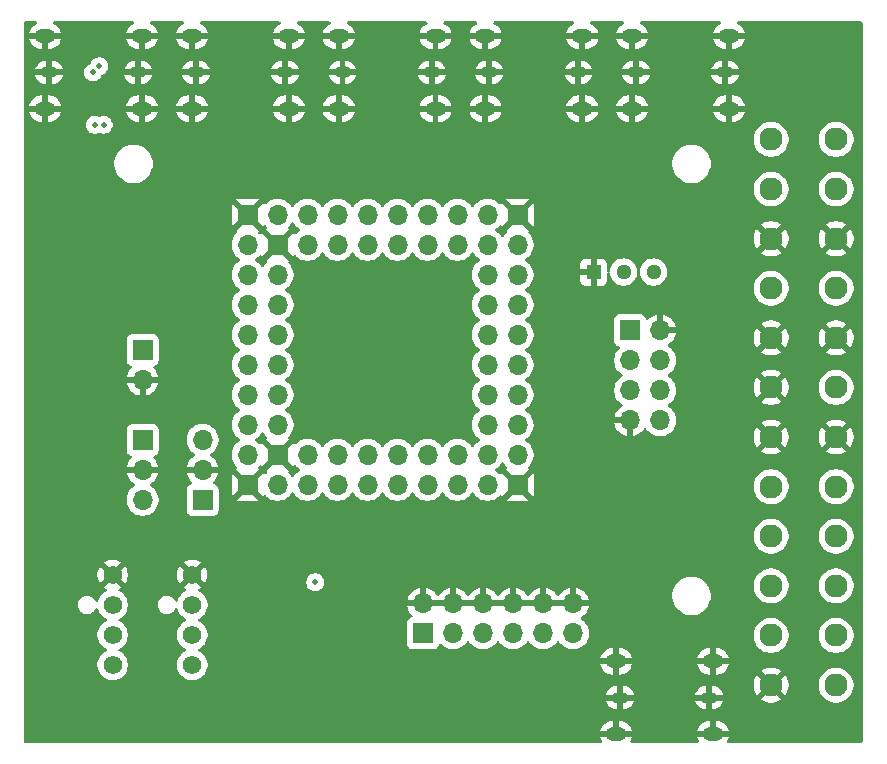
<source format=gbr>
%TF.GenerationSoftware,KiCad,Pcbnew,9.0.0-250-g02b756189b*%
%TF.CreationDate,2025-03-30T18:15:54-05:00*%
%TF.ProjectId,PicoPowerManagement,5069636f-506f-4776-9572-4d616e616765,rev?*%
%TF.SameCoordinates,Original*%
%TF.FileFunction,Copper,L2,Inr*%
%TF.FilePolarity,Positive*%
%FSLAX46Y46*%
G04 Gerber Fmt 4.6, Leading zero omitted, Abs format (unit mm)*
G04 Created by KiCad (PCBNEW 9.0.0-250-g02b756189b) date 2025-03-30 18:15:54*
%MOMM*%
%LPD*%
G01*
G04 APERTURE LIST*
%TA.AperFunction,ComponentPad*%
%ADD10O,1.750000X1.250000*%
%TD*%
%TA.AperFunction,ComponentPad*%
%ADD11O,1.400000X1.000000*%
%TD*%
%TA.AperFunction,ComponentPad*%
%ADD12R,1.700000X1.700000*%
%TD*%
%TA.AperFunction,ComponentPad*%
%ADD13O,1.700000X1.700000*%
%TD*%
%TA.AperFunction,ComponentPad*%
%ADD14C,1.574800*%
%TD*%
%TA.AperFunction,ComponentPad*%
%ADD15R,1.298000X1.298000*%
%TD*%
%TA.AperFunction,ComponentPad*%
%ADD16C,1.298000*%
%TD*%
%TA.AperFunction,ComponentPad*%
%ADD17C,1.955800*%
%TD*%
%TA.AperFunction,ViaPad*%
%ADD18C,0.508000*%
%TD*%
G04 APERTURE END LIST*
D10*
%TO.N,GND*%
%TO.C,J6*%
X52161000Y-21695000D03*
X60361000Y-21695000D03*
D11*
X52486000Y-24765000D03*
X60036000Y-24765000D03*
D10*
X52161000Y-27835000D03*
X60361000Y-27835000D03*
%TD*%
D12*
%TO.N,/RESET*%
%TO.C,J15*%
X35560000Y-48260000D03*
D13*
%TO.N,GND*%
X35560000Y-50800000D03*
%TD*%
D14*
%TO.N,/5V PWM1*%
%TO.C,J11*%
X33020000Y-74930000D03*
%TO.N,/RPM Signal1*%
X33020000Y-72390000D03*
%TO.N,+12V*%
X33020000Y-69850000D03*
%TO.N,GND*%
X33020000Y-67310000D03*
%TD*%
D10*
%TO.N,GND*%
%TO.C,J10*%
X75656000Y-74640000D03*
X83856000Y-74640000D03*
D11*
X75981000Y-77710000D03*
X83531000Y-77710000D03*
D10*
X75656000Y-80780000D03*
X83856000Y-80780000D03*
%TD*%
%TO.N,GND*%
%TO.C,J1*%
X27315000Y-21695000D03*
X35515000Y-21695000D03*
D11*
X27640000Y-24765000D03*
X35190000Y-24765000D03*
D10*
X27315000Y-27835000D03*
X35515000Y-27835000D03*
%TD*%
D12*
%TO.N,/PWR_R*%
%TO.C,J5*%
X76835000Y-46609000D03*
D13*
%TO.N,GND*%
X79375000Y-46609000D03*
%TO.N,/PWR_G*%
X76835000Y-49149000D03*
%TO.N,/RESET_B*%
X79375000Y-49149000D03*
%TO.N,/PWR_B*%
X76835000Y-51689000D03*
%TO.N,/RESET_G*%
X79375000Y-51689000D03*
%TO.N,GND*%
X76835000Y-54229000D03*
%TO.N,/RESET_R*%
X79375000Y-54229000D03*
%TD*%
D12*
%TO.N,/UART RX*%
%TO.C,J3*%
X40640000Y-60960000D03*
D13*
%TO.N,GND*%
X40640000Y-58420000D03*
%TO.N,/UART TX*%
X40640000Y-55880000D03*
%TD*%
D12*
%TO.N,/Display_On*%
%TO.C,J8*%
X59309000Y-72263000D03*
D13*
%TO.N,GND*%
X59309000Y-69723000D03*
%TO.N,/Pi1_On*%
X61849000Y-72263000D03*
%TO.N,GND*%
X61849000Y-69723000D03*
%TO.N,/Pi2_On*%
X64389000Y-72263000D03*
%TO.N,GND*%
X64389000Y-69723000D03*
%TO.N,/Pi3_On*%
X66929000Y-72263000D03*
%TO.N,GND*%
X66929000Y-69723000D03*
%TO.N,/Pi4_On*%
X69469000Y-72263000D03*
%TO.N,GND*%
X69469000Y-69723000D03*
%TO.N,/PWR*%
X72009000Y-72263000D03*
%TO.N,GND*%
X72009000Y-69723000D03*
%TD*%
D15*
%TO.N,GND*%
%TO.C,Q1*%
X73741500Y-41678000D03*
D16*
%TO.N,/PSU_ON*%
X76281500Y-41678000D03*
%TO.N,/PS_ON#*%
X78821500Y-41678000D03*
%TD*%
D10*
%TO.N,GND*%
%TO.C,J7*%
X64584000Y-21695000D03*
X72784000Y-21695000D03*
D11*
X64909000Y-24765000D03*
X72459000Y-24765000D03*
D10*
X64584000Y-27835000D03*
X72784000Y-27835000D03*
%TD*%
D12*
%TO.N,/SWDIO*%
%TO.C,J4*%
X35560000Y-55880000D03*
D13*
%TO.N,GND*%
X35560000Y-58420000D03*
%TO.N,/SWCLK*%
X35560000Y-60960000D03*
%TD*%
D10*
%TO.N,GND*%
%TO.C,J9*%
X77007000Y-21695000D03*
X85207000Y-21695000D03*
D11*
X77332000Y-24765000D03*
X84882000Y-24765000D03*
D10*
X77007000Y-27835000D03*
X85207000Y-27835000D03*
%TD*%
D17*
%TO.N,unconnected-(J13-Pad1)*%
%TO.C,J13*%
X94273000Y-30444000D03*
%TO.N,unconnected-(J13-Pad2)*%
X94273000Y-34644000D03*
%TO.N,GND*%
X94273000Y-38843999D03*
%TO.N,+5V*%
X94273000Y-43043998D03*
%TO.N,GND*%
X94273000Y-47243998D03*
%TO.N,+5V*%
X94273000Y-51443997D03*
%TO.N,GND*%
X94273000Y-55643996D03*
%TO.N,unconnected-(J13-Pad8)*%
X94273000Y-59843995D03*
%TO.N,/+5VDC_Standby*%
X94273000Y-64043995D03*
%TO.N,+12V*%
X94273000Y-68243994D03*
X94273000Y-72443993D03*
%TO.N,unconnected-(J13-Pad12)*%
X94273000Y-76643992D03*
%TO.N,unconnected-(J13-Pad13)*%
X88773001Y-30444000D03*
%TO.N,unconnected-(J13-Pad14)*%
X88773001Y-34644000D03*
%TO.N,GND*%
X88773001Y-38843999D03*
%TO.N,/PS_ON#*%
X88773001Y-43043998D03*
%TO.N,GND*%
X88773001Y-47243998D03*
X88773001Y-51443997D03*
X88773001Y-55643996D03*
%TO.N,unconnected-(J13-Pad20)*%
X88773001Y-59843995D03*
%TO.N,+5V*%
X88773001Y-64043995D03*
X88773001Y-68243994D03*
X88773001Y-72443993D03*
%TO.N,GND*%
X88773001Y-76643992D03*
%TD*%
D14*
%TO.N,/5V PWM2*%
%TO.C,J12*%
X39766200Y-74930000D03*
%TO.N,/RPM Signal2*%
X39766200Y-72390000D03*
%TO.N,+12V*%
X39766200Y-69850000D03*
%TO.N,GND*%
X39766200Y-67310000D03*
%TD*%
D13*
%TO.N,/UART TX*%
%TO.C,U1*%
X46990000Y-54610000D03*
%TO.N,/UART RX*%
X44450000Y-57150000D03*
%TO.N,/3v3RPMSignal1*%
X46990000Y-59690000D03*
%TO.N,/3v3PWM1*%
X49530000Y-57150000D03*
%TO.N,/3v3RPMSignal2*%
X49530000Y-59690000D03*
%TO.N,/3v3PWM2*%
X52070000Y-57150000D03*
%TO.N,/Display_On*%
X52070000Y-59690000D03*
%TO.N,/Pi1_On*%
X54610000Y-57150000D03*
%TO.N,/Pi2_On*%
X54610000Y-59690000D03*
%TO.N,/Pi3_On*%
X57150000Y-57150000D03*
%TO.N,/Pi4_On*%
X57150000Y-59690000D03*
%TO.N,/PSU_ON*%
X59690000Y-57150000D03*
%TO.N,unconnected-(U1-GPIO12-Pad12)*%
X59690000Y-59690000D03*
%TO.N,unconnected-(U1-GPIO13-Pad13)*%
X62230000Y-57150000D03*
%TO.N,unconnected-(U1-GPIO14-Pad14)*%
X62230000Y-59690000D03*
%TO.N,unconnected-(U1-GPIO15-Pad15)*%
X64770000Y-57150000D03*
%TO.N,unconnected-(U1-GPIO16-Pad16)*%
X64770000Y-59690000D03*
%TO.N,unconnected-(U1-GPIO17-Pad17)*%
X67310000Y-57150000D03*
%TO.N,unconnected-(U1-GPIO18-Pad18)*%
X67310000Y-54610000D03*
%TO.N,unconnected-(U1-GPIO19-Pad19)*%
X64770000Y-54610000D03*
%TO.N,SDA0*%
X67310000Y-52070000D03*
%TO.N,SCL0*%
X64770000Y-52070000D03*
%TO.N,SDA1*%
X67310000Y-49530000D03*
%TO.N,SCL1*%
X64770000Y-49530000D03*
%TO.N,/PWR*%
X67310000Y-46990000D03*
%TO.N,/USB5_INT*%
X64770000Y-46990000D03*
%TO.N,/USB5_5VEN*%
X67310000Y-44450000D03*
%TO.N,/USB5_12VEN*%
X64770000Y-44450000D03*
%TO.N,/USB4_INT*%
X67310000Y-41910000D03*
%TO.N,/USB4_5VEN*%
X64770000Y-41910000D03*
%TO.N,/USB4_12VEN*%
X67310000Y-39370000D03*
%TO.N,/USB3_INT*%
X64770000Y-39370000D03*
%TO.N,/USB3_5VEN*%
X64770000Y-36830000D03*
%TO.N,/USB3_12VEN*%
X62230000Y-39370000D03*
%TO.N,/USB2_5VEN*%
X62230000Y-36830000D03*
%TO.N,/USB2_12VEN*%
X59690000Y-39370000D03*
%TO.N,/USB2_INT*%
X59690000Y-36830000D03*
%TO.N,/USB1_12VEN*%
X57150000Y-39370000D03*
%TO.N,/USB1_5VEN*%
X57150000Y-36830000D03*
%TO.N,/USB1_INT*%
X54610000Y-39370000D03*
%TO.N,/USB0_12VEN*%
X54610000Y-36830000D03*
%TO.N,/USB0_INT*%
X52070000Y-39370000D03*
%TO.N,/USB0_5VEN*%
X52070000Y-36830000D03*
%TO.N,unconnected-(U1-GPIO43-Pad43)*%
X49530000Y-39370000D03*
%TO.N,unconnected-(U1-GPIO44-Pad44)*%
X49530000Y-36830000D03*
%TO.N,unconnected-(U1-GPIO45-Pad45)*%
X46990000Y-36830000D03*
%TO.N,unconnected-(U1-GPIO46-Pad46)*%
X44450000Y-39370000D03*
%TO.N,unconnected-(U1-GPIO47-Pad47)*%
X46990000Y-41910000D03*
%TO.N,/BOOTSEL*%
X44450000Y-41910000D03*
%TO.N,/SWDIO*%
X46990000Y-44450000D03*
%TO.N,/USBD-*%
X44450000Y-44450000D03*
%TO.N,/USBD+*%
X44450000Y-46990000D03*
%TO.N,/SWCLK*%
X46990000Y-46990000D03*
%TO.N,/RESET*%
X44450000Y-49530000D03*
%TO.N,unconnected-(U1-ADCVREF-Pad54)*%
X46990000Y-49530000D03*
%TO.N,unconnected-(U1-3v3EN-Pad55)*%
X44450000Y-52070000D03*
%TO.N,+3.3V*%
X46990000Y-52070000D03*
%TO.N,/+5VDC_Standby*%
X44450000Y-54610000D03*
D12*
%TO.N,GND*%
X44450000Y-59690000D03*
X46990000Y-57150000D03*
X67310000Y-59690000D03*
X67310000Y-36830000D03*
X44450000Y-36830000D03*
X46990000Y-39370000D03*
%TD*%
D10*
%TO.N,GND*%
%TO.C,J2*%
X39738000Y-21695000D03*
X47938000Y-21695000D03*
D11*
X40063000Y-24765000D03*
X47613000Y-24765000D03*
D10*
X39738000Y-27835000D03*
X47938000Y-27835000D03*
%TD*%
D18*
%TO.N,/RPM Signal2*%
X50165000Y-67945000D03*
%TO.N,/USBD-*%
X31890994Y-24243006D03*
X32256000Y-29210000D03*
%TO.N,/USBD+*%
X31355006Y-24778994D03*
X31498000Y-29210000D03*
%TD*%
%TA.AperFunction,Conductor*%
%TO.N,GND*%
G36*
X61383075Y-69530007D02*
G01*
X61349000Y-69657174D01*
X61349000Y-69788826D01*
X61383075Y-69915993D01*
X61415988Y-69973000D01*
X59742012Y-69973000D01*
X59774925Y-69915993D01*
X59809000Y-69788826D01*
X59809000Y-69657174D01*
X59774925Y-69530007D01*
X59742012Y-69473000D01*
X61415988Y-69473000D01*
X61383075Y-69530007D01*
G37*
%TD.AperFunction*%
%TA.AperFunction,Conductor*%
G36*
X63923075Y-69530007D02*
G01*
X63889000Y-69657174D01*
X63889000Y-69788826D01*
X63923075Y-69915993D01*
X63955988Y-69973000D01*
X62282012Y-69973000D01*
X62314925Y-69915993D01*
X62349000Y-69788826D01*
X62349000Y-69657174D01*
X62314925Y-69530007D01*
X62282012Y-69473000D01*
X63955988Y-69473000D01*
X63923075Y-69530007D01*
G37*
%TD.AperFunction*%
%TA.AperFunction,Conductor*%
G36*
X66463075Y-69530007D02*
G01*
X66429000Y-69657174D01*
X66429000Y-69788826D01*
X66463075Y-69915993D01*
X66495988Y-69973000D01*
X64822012Y-69973000D01*
X64854925Y-69915993D01*
X64889000Y-69788826D01*
X64889000Y-69657174D01*
X64854925Y-69530007D01*
X64822012Y-69473000D01*
X66495988Y-69473000D01*
X66463075Y-69530007D01*
G37*
%TD.AperFunction*%
%TA.AperFunction,Conductor*%
G36*
X69003075Y-69530007D02*
G01*
X68969000Y-69657174D01*
X68969000Y-69788826D01*
X69003075Y-69915993D01*
X69035988Y-69973000D01*
X67362012Y-69973000D01*
X67394925Y-69915993D01*
X67429000Y-69788826D01*
X67429000Y-69657174D01*
X67394925Y-69530007D01*
X67362012Y-69473000D01*
X69035988Y-69473000D01*
X69003075Y-69530007D01*
G37*
%TD.AperFunction*%
%TA.AperFunction,Conductor*%
G36*
X71543075Y-69530007D02*
G01*
X71509000Y-69657174D01*
X71509000Y-69788826D01*
X71543075Y-69915993D01*
X71575988Y-69973000D01*
X69902012Y-69973000D01*
X69934925Y-69915993D01*
X69969000Y-69788826D01*
X69969000Y-69657174D01*
X69934925Y-69530007D01*
X69902012Y-69473000D01*
X71575988Y-69473000D01*
X71543075Y-69530007D01*
G37*
%TD.AperFunction*%
%TA.AperFunction,Conductor*%
G36*
X66111444Y-57803999D02*
G01*
X66150486Y-57849056D01*
X66154951Y-57857820D01*
X66279890Y-58029786D01*
X66393818Y-58143714D01*
X66427303Y-58205037D01*
X66422319Y-58274729D01*
X66380447Y-58330662D01*
X66349472Y-58347576D01*
X66328829Y-58355275D01*
X66328829Y-58355277D01*
X67180589Y-59207037D01*
X67117007Y-59224075D01*
X67002993Y-59289901D01*
X66909901Y-59382993D01*
X66844075Y-59497007D01*
X66827037Y-59560589D01*
X65975277Y-58708829D01*
X65975275Y-58708829D01*
X65967576Y-58729472D01*
X65925704Y-58785405D01*
X65860239Y-58809821D01*
X65791967Y-58794968D01*
X65763714Y-58773818D01*
X65649786Y-58659890D01*
X65477820Y-58534951D01*
X65476530Y-58534294D01*
X65469054Y-58530485D01*
X65418259Y-58482512D01*
X65401463Y-58414692D01*
X65423999Y-58348556D01*
X65469054Y-58309515D01*
X65477816Y-58305051D01*
X65567020Y-58240241D01*
X65649786Y-58180109D01*
X65649788Y-58180106D01*
X65649792Y-58180104D01*
X65800104Y-58029792D01*
X65800106Y-58029788D01*
X65800109Y-58029786D01*
X65925048Y-57857820D01*
X65925047Y-57857820D01*
X65925051Y-57857816D01*
X65929514Y-57849054D01*
X65977488Y-57798259D01*
X66045308Y-57781463D01*
X66111444Y-57803999D01*
G37*
%TD.AperFunction*%
%TA.AperFunction,Conductor*%
G36*
X46524075Y-57342993D02*
G01*
X46589901Y-57457007D01*
X46682993Y-57550099D01*
X46797007Y-57615925D01*
X46860589Y-57632962D01*
X46008829Y-58484720D01*
X46008829Y-58484722D01*
X46029469Y-58492421D01*
X46029471Y-58492422D01*
X46029472Y-58492423D01*
X46029475Y-58492424D01*
X46052065Y-58509336D01*
X46085404Y-58534294D01*
X46085404Y-58534295D01*
X46085407Y-58534297D01*
X46096957Y-58565269D01*
X46109821Y-58599758D01*
X46109820Y-58599761D01*
X46109821Y-58599763D01*
X46104285Y-58625208D01*
X46094969Y-58668031D01*
X46094967Y-58668033D01*
X46094967Y-58668035D01*
X46075202Y-58694436D01*
X46073818Y-58696285D01*
X45996285Y-58773818D01*
X45934962Y-58807303D01*
X45865270Y-58802319D01*
X45809337Y-58760447D01*
X45792424Y-58729475D01*
X45784722Y-58708829D01*
X45686776Y-58806776D01*
X45686775Y-58806776D01*
X44932962Y-59560588D01*
X44915925Y-59497007D01*
X44850099Y-59382993D01*
X44757007Y-59289901D01*
X44642993Y-59224075D01*
X44579410Y-59207037D01*
X45431170Y-58355277D01*
X45431170Y-58355276D01*
X45410530Y-58347578D01*
X45410527Y-58347578D01*
X45359683Y-58309516D01*
X45354593Y-58305706D01*
X45330177Y-58240241D01*
X45345029Y-58171968D01*
X45366177Y-58143718D01*
X45443717Y-58066178D01*
X45505038Y-58032695D01*
X45574730Y-58037679D01*
X45630663Y-58079551D01*
X45647577Y-58110527D01*
X45655276Y-58131169D01*
X45753224Y-58033223D01*
X46507037Y-57279410D01*
X46524075Y-57342993D01*
G37*
%TD.AperFunction*%
%TA.AperFunction,Conductor*%
G36*
X48324721Y-58131169D02*
G01*
X48332423Y-58110523D01*
X48374297Y-58054591D01*
X48439762Y-58030177D01*
X48508034Y-58045031D01*
X48536284Y-58066180D01*
X48650213Y-58180109D01*
X48822182Y-58305050D01*
X48830946Y-58309516D01*
X48881742Y-58357491D01*
X48898536Y-58425312D01*
X48875998Y-58491447D01*
X48830946Y-58530484D01*
X48822182Y-58534949D01*
X48650213Y-58659890D01*
X48499890Y-58810213D01*
X48374949Y-58982182D01*
X48370484Y-58990946D01*
X48322509Y-59041742D01*
X48254688Y-59058536D01*
X48188553Y-59035998D01*
X48149516Y-58990946D01*
X48145050Y-58982182D01*
X48020109Y-58810213D01*
X47906180Y-58696284D01*
X47872695Y-58634961D01*
X47877679Y-58565269D01*
X47919551Y-58509336D01*
X47950523Y-58492423D01*
X47971169Y-58484721D01*
X47119410Y-57632962D01*
X47182993Y-57615925D01*
X47297007Y-57550099D01*
X47390099Y-57457007D01*
X47455925Y-57342993D01*
X47472962Y-57279410D01*
X48324721Y-58131169D01*
G37*
%TD.AperFunction*%
%TA.AperFunction,Conductor*%
G36*
X45791444Y-55263999D02*
G01*
X45830486Y-55309056D01*
X45834951Y-55317820D01*
X45959890Y-55489786D01*
X46073818Y-55603714D01*
X46107303Y-55665037D01*
X46102319Y-55734729D01*
X46060447Y-55790662D01*
X46029472Y-55807576D01*
X46008829Y-55815275D01*
X46008829Y-55815277D01*
X46860589Y-56667037D01*
X46797007Y-56684075D01*
X46682993Y-56749901D01*
X46589901Y-56842993D01*
X46524075Y-56957007D01*
X46507037Y-57020589D01*
X45655277Y-56168829D01*
X45655275Y-56168829D01*
X45647576Y-56189472D01*
X45605704Y-56245405D01*
X45540239Y-56269821D01*
X45471967Y-56254968D01*
X45443714Y-56233818D01*
X45329786Y-56119890D01*
X45157820Y-55994951D01*
X45157115Y-55994591D01*
X45149054Y-55990485D01*
X45098259Y-55942512D01*
X45081463Y-55874692D01*
X45103999Y-55808556D01*
X45149054Y-55769515D01*
X45157816Y-55765051D01*
X45247020Y-55700241D01*
X45329786Y-55640109D01*
X45329788Y-55640106D01*
X45329792Y-55640104D01*
X45480104Y-55489792D01*
X45480106Y-55489788D01*
X45480109Y-55489786D01*
X45605048Y-55317820D01*
X45605047Y-55317820D01*
X45605051Y-55317816D01*
X45609514Y-55309054D01*
X45657488Y-55258259D01*
X45725308Y-55241463D01*
X45791444Y-55263999D01*
G37*
%TD.AperFunction*%
%TA.AperFunction,Conductor*%
G36*
X48324721Y-40351169D02*
G01*
X48332423Y-40330523D01*
X48374297Y-40274591D01*
X48439762Y-40250177D01*
X48508034Y-40265031D01*
X48536284Y-40286180D01*
X48650213Y-40400109D01*
X48822179Y-40525048D01*
X48822181Y-40525049D01*
X48822184Y-40525051D01*
X49011588Y-40621557D01*
X49213757Y-40687246D01*
X49423713Y-40720500D01*
X49423714Y-40720500D01*
X49636286Y-40720500D01*
X49636287Y-40720500D01*
X49846243Y-40687246D01*
X50048412Y-40621557D01*
X50237816Y-40525051D01*
X50259789Y-40509086D01*
X50409786Y-40400109D01*
X50409788Y-40400106D01*
X50409792Y-40400104D01*
X50560104Y-40249792D01*
X50560106Y-40249788D01*
X50560109Y-40249786D01*
X50685048Y-40077820D01*
X50685049Y-40077819D01*
X50685051Y-40077816D01*
X50689514Y-40069054D01*
X50737488Y-40018259D01*
X50805308Y-40001463D01*
X50871444Y-40023999D01*
X50910486Y-40069056D01*
X50914951Y-40077820D01*
X51039890Y-40249786D01*
X51190213Y-40400109D01*
X51362179Y-40525048D01*
X51362181Y-40525049D01*
X51362184Y-40525051D01*
X51551588Y-40621557D01*
X51753757Y-40687246D01*
X51963713Y-40720500D01*
X51963714Y-40720500D01*
X52176286Y-40720500D01*
X52176287Y-40720500D01*
X52386243Y-40687246D01*
X52588412Y-40621557D01*
X52777816Y-40525051D01*
X52799789Y-40509086D01*
X52949786Y-40400109D01*
X52949788Y-40400106D01*
X52949792Y-40400104D01*
X53100104Y-40249792D01*
X53100106Y-40249788D01*
X53100109Y-40249786D01*
X53225048Y-40077820D01*
X53225049Y-40077819D01*
X53225051Y-40077816D01*
X53229514Y-40069054D01*
X53277488Y-40018259D01*
X53345308Y-40001463D01*
X53411444Y-40023999D01*
X53450486Y-40069056D01*
X53454951Y-40077820D01*
X53579890Y-40249786D01*
X53730213Y-40400109D01*
X53902179Y-40525048D01*
X53902181Y-40525049D01*
X53902184Y-40525051D01*
X54091588Y-40621557D01*
X54293757Y-40687246D01*
X54503713Y-40720500D01*
X54503714Y-40720500D01*
X54716286Y-40720500D01*
X54716287Y-40720500D01*
X54926243Y-40687246D01*
X55128412Y-40621557D01*
X55317816Y-40525051D01*
X55339789Y-40509086D01*
X55489786Y-40400109D01*
X55489788Y-40400106D01*
X55489792Y-40400104D01*
X55640104Y-40249792D01*
X55640106Y-40249788D01*
X55640109Y-40249786D01*
X55765048Y-40077820D01*
X55765049Y-40077819D01*
X55765051Y-40077816D01*
X55769514Y-40069054D01*
X55817488Y-40018259D01*
X55885308Y-40001463D01*
X55951444Y-40023999D01*
X55990486Y-40069056D01*
X55994951Y-40077820D01*
X56119890Y-40249786D01*
X56270213Y-40400109D01*
X56442179Y-40525048D01*
X56442181Y-40525049D01*
X56442184Y-40525051D01*
X56631588Y-40621557D01*
X56833757Y-40687246D01*
X57043713Y-40720500D01*
X57043714Y-40720500D01*
X57256286Y-40720500D01*
X57256287Y-40720500D01*
X57466243Y-40687246D01*
X57668412Y-40621557D01*
X57857816Y-40525051D01*
X57879789Y-40509086D01*
X58029786Y-40400109D01*
X58029788Y-40400106D01*
X58029792Y-40400104D01*
X58180104Y-40249792D01*
X58180106Y-40249788D01*
X58180109Y-40249786D01*
X58305048Y-40077820D01*
X58305049Y-40077819D01*
X58305051Y-40077816D01*
X58309514Y-40069054D01*
X58357488Y-40018259D01*
X58425308Y-40001463D01*
X58491444Y-40023999D01*
X58530486Y-40069056D01*
X58534951Y-40077820D01*
X58659890Y-40249786D01*
X58810213Y-40400109D01*
X58982179Y-40525048D01*
X58982181Y-40525049D01*
X58982184Y-40525051D01*
X59171588Y-40621557D01*
X59373757Y-40687246D01*
X59583713Y-40720500D01*
X59583714Y-40720500D01*
X59796286Y-40720500D01*
X59796287Y-40720500D01*
X60006243Y-40687246D01*
X60208412Y-40621557D01*
X60397816Y-40525051D01*
X60419789Y-40509086D01*
X60569786Y-40400109D01*
X60569788Y-40400106D01*
X60569792Y-40400104D01*
X60720104Y-40249792D01*
X60720106Y-40249788D01*
X60720109Y-40249786D01*
X60845048Y-40077820D01*
X60845049Y-40077819D01*
X60845051Y-40077816D01*
X60849514Y-40069054D01*
X60897488Y-40018259D01*
X60965308Y-40001463D01*
X61031444Y-40023999D01*
X61070486Y-40069056D01*
X61074951Y-40077820D01*
X61199890Y-40249786D01*
X61350213Y-40400109D01*
X61522179Y-40525048D01*
X61522181Y-40525049D01*
X61522184Y-40525051D01*
X61711588Y-40621557D01*
X61913757Y-40687246D01*
X62123713Y-40720500D01*
X62123714Y-40720500D01*
X62336286Y-40720500D01*
X62336287Y-40720500D01*
X62546243Y-40687246D01*
X62748412Y-40621557D01*
X62937816Y-40525051D01*
X62959789Y-40509086D01*
X63109786Y-40400109D01*
X63109788Y-40400106D01*
X63109792Y-40400104D01*
X63260104Y-40249792D01*
X63260106Y-40249788D01*
X63260109Y-40249786D01*
X63385048Y-40077820D01*
X63385049Y-40077819D01*
X63385051Y-40077816D01*
X63389514Y-40069054D01*
X63437488Y-40018259D01*
X63505308Y-40001463D01*
X63571444Y-40023999D01*
X63610486Y-40069056D01*
X63614951Y-40077820D01*
X63739890Y-40249786D01*
X63890213Y-40400109D01*
X64062182Y-40525050D01*
X64070946Y-40529516D01*
X64121742Y-40577491D01*
X64138536Y-40645312D01*
X64115998Y-40711447D01*
X64070946Y-40750484D01*
X64062182Y-40754949D01*
X63890213Y-40879890D01*
X63739890Y-41030213D01*
X63614951Y-41202179D01*
X63518444Y-41391585D01*
X63452753Y-41593760D01*
X63427655Y-41752224D01*
X63419500Y-41803713D01*
X63419500Y-42016287D01*
X63452754Y-42226243D01*
X63517934Y-42426847D01*
X63518444Y-42428414D01*
X63614951Y-42617820D01*
X63739890Y-42789786D01*
X63890213Y-42940109D01*
X64062182Y-43065050D01*
X64070946Y-43069516D01*
X64121742Y-43117491D01*
X64138536Y-43185312D01*
X64115998Y-43251447D01*
X64070946Y-43290484D01*
X64062182Y-43294949D01*
X63890213Y-43419890D01*
X63739890Y-43570213D01*
X63614951Y-43742179D01*
X63518444Y-43931585D01*
X63452753Y-44133760D01*
X63419500Y-44343713D01*
X63419500Y-44556286D01*
X63452753Y-44766239D01*
X63518444Y-44968414D01*
X63614951Y-45157820D01*
X63739890Y-45329786D01*
X63890213Y-45480109D01*
X64062182Y-45605050D01*
X64070946Y-45609516D01*
X64121742Y-45657491D01*
X64138536Y-45725312D01*
X64115998Y-45791447D01*
X64070946Y-45830484D01*
X64062182Y-45834949D01*
X63890213Y-45959890D01*
X63739890Y-46110213D01*
X63614951Y-46282179D01*
X63518444Y-46471585D01*
X63452753Y-46673760D01*
X63419500Y-46883713D01*
X63419500Y-47096286D01*
X63452163Y-47302517D01*
X63452754Y-47306243D01*
X63516977Y-47503901D01*
X63518444Y-47508414D01*
X63614951Y-47697820D01*
X63739890Y-47869786D01*
X63890213Y-48020109D01*
X64062182Y-48145050D01*
X64070946Y-48149516D01*
X64121742Y-48197491D01*
X64138536Y-48265312D01*
X64115998Y-48331447D01*
X64070946Y-48370484D01*
X64062182Y-48374949D01*
X63890213Y-48499890D01*
X63739890Y-48650213D01*
X63614951Y-48822179D01*
X63518444Y-49011585D01*
X63452753Y-49213760D01*
X63419500Y-49423713D01*
X63419500Y-49636286D01*
X63444995Y-49797259D01*
X63452754Y-49846243D01*
X63503521Y-50002488D01*
X63518444Y-50048414D01*
X63614951Y-50237820D01*
X63739890Y-50409786D01*
X63890213Y-50560109D01*
X64062182Y-50685050D01*
X64070946Y-50689516D01*
X64121742Y-50737491D01*
X64138536Y-50805312D01*
X64115998Y-50871447D01*
X64070946Y-50910484D01*
X64062182Y-50914949D01*
X63890213Y-51039890D01*
X63739890Y-51190213D01*
X63614951Y-51362179D01*
X63518444Y-51551585D01*
X63452753Y-51753760D01*
X63419500Y-51963713D01*
X63419500Y-52176286D01*
X63444995Y-52337259D01*
X63452754Y-52386243D01*
X63512999Y-52571658D01*
X63518444Y-52588414D01*
X63614951Y-52777820D01*
X63739890Y-52949786D01*
X63890213Y-53100109D01*
X64062182Y-53225050D01*
X64070946Y-53229516D01*
X64121742Y-53277491D01*
X64138536Y-53345312D01*
X64115998Y-53411447D01*
X64070946Y-53450484D01*
X64062182Y-53454949D01*
X63890213Y-53579890D01*
X63739890Y-53730213D01*
X63614951Y-53902179D01*
X63518444Y-54091585D01*
X63452753Y-54293760D01*
X63419500Y-54503713D01*
X63419500Y-54716286D01*
X63452163Y-54922517D01*
X63452754Y-54926243D01*
X63511961Y-55108464D01*
X63518444Y-55128414D01*
X63614951Y-55317820D01*
X63739890Y-55489786D01*
X63890213Y-55640109D01*
X64062182Y-55765050D01*
X64070946Y-55769516D01*
X64121742Y-55817491D01*
X64138536Y-55885312D01*
X64115998Y-55951447D01*
X64070946Y-55990484D01*
X64062182Y-55994949D01*
X63890213Y-56119890D01*
X63739890Y-56270213D01*
X63614949Y-56442182D01*
X63610484Y-56450946D01*
X63562509Y-56501742D01*
X63494688Y-56518536D01*
X63428553Y-56495998D01*
X63389516Y-56450946D01*
X63385050Y-56442182D01*
X63260109Y-56270213D01*
X63109786Y-56119890D01*
X62937820Y-55994951D01*
X62748414Y-55898444D01*
X62748413Y-55898443D01*
X62748412Y-55898443D01*
X62546243Y-55832754D01*
X62546241Y-55832753D01*
X62546240Y-55832753D01*
X62384957Y-55807208D01*
X62336287Y-55799500D01*
X62123713Y-55799500D01*
X62075042Y-55807208D01*
X61913760Y-55832753D01*
X61711585Y-55898444D01*
X61522179Y-55994951D01*
X61350213Y-56119890D01*
X61199890Y-56270213D01*
X61074949Y-56442182D01*
X61070484Y-56450946D01*
X61022509Y-56501742D01*
X60954688Y-56518536D01*
X60888553Y-56495998D01*
X60849516Y-56450946D01*
X60845050Y-56442182D01*
X60720109Y-56270213D01*
X60569786Y-56119890D01*
X60397820Y-55994951D01*
X60208414Y-55898444D01*
X60208413Y-55898443D01*
X60208412Y-55898443D01*
X60006243Y-55832754D01*
X60006241Y-55832753D01*
X60006240Y-55832753D01*
X59844957Y-55807208D01*
X59796287Y-55799500D01*
X59583713Y-55799500D01*
X59535042Y-55807208D01*
X59373760Y-55832753D01*
X59171585Y-55898444D01*
X58982179Y-55994951D01*
X58810213Y-56119890D01*
X58659890Y-56270213D01*
X58534949Y-56442182D01*
X58530484Y-56450946D01*
X58482509Y-56501742D01*
X58414688Y-56518536D01*
X58348553Y-56495998D01*
X58309516Y-56450946D01*
X58305050Y-56442182D01*
X58180109Y-56270213D01*
X58029786Y-56119890D01*
X57857820Y-55994951D01*
X57668414Y-55898444D01*
X57668413Y-55898443D01*
X57668412Y-55898443D01*
X57466243Y-55832754D01*
X57466241Y-55832753D01*
X57466240Y-55832753D01*
X57304957Y-55807208D01*
X57256287Y-55799500D01*
X57043713Y-55799500D01*
X56995042Y-55807208D01*
X56833760Y-55832753D01*
X56631585Y-55898444D01*
X56442179Y-55994951D01*
X56270213Y-56119890D01*
X56119890Y-56270213D01*
X55994949Y-56442182D01*
X55990484Y-56450946D01*
X55942509Y-56501742D01*
X55874688Y-56518536D01*
X55808553Y-56495998D01*
X55769516Y-56450946D01*
X55765050Y-56442182D01*
X55640109Y-56270213D01*
X55489786Y-56119890D01*
X55317820Y-55994951D01*
X55128414Y-55898444D01*
X55128413Y-55898443D01*
X55128412Y-55898443D01*
X54926243Y-55832754D01*
X54926241Y-55832753D01*
X54926240Y-55832753D01*
X54764957Y-55807208D01*
X54716287Y-55799500D01*
X54503713Y-55799500D01*
X54455042Y-55807208D01*
X54293760Y-55832753D01*
X54091585Y-55898444D01*
X53902179Y-55994951D01*
X53730213Y-56119890D01*
X53579890Y-56270213D01*
X53454949Y-56442182D01*
X53450484Y-56450946D01*
X53402509Y-56501742D01*
X53334688Y-56518536D01*
X53268553Y-56495998D01*
X53229516Y-56450946D01*
X53225050Y-56442182D01*
X53100109Y-56270213D01*
X52949786Y-56119890D01*
X52777820Y-55994951D01*
X52588414Y-55898444D01*
X52588413Y-55898443D01*
X52588412Y-55898443D01*
X52386243Y-55832754D01*
X52386241Y-55832753D01*
X52386240Y-55832753D01*
X52224957Y-55807208D01*
X52176287Y-55799500D01*
X51963713Y-55799500D01*
X51915042Y-55807208D01*
X51753760Y-55832753D01*
X51551585Y-55898444D01*
X51362179Y-55994951D01*
X51190213Y-56119890D01*
X51039890Y-56270213D01*
X50914949Y-56442182D01*
X50910484Y-56450946D01*
X50862509Y-56501742D01*
X50794688Y-56518536D01*
X50728553Y-56495998D01*
X50689516Y-56450946D01*
X50685050Y-56442182D01*
X50560109Y-56270213D01*
X50409786Y-56119890D01*
X50237820Y-55994951D01*
X50048414Y-55898444D01*
X50048413Y-55898443D01*
X50048412Y-55898443D01*
X49846243Y-55832754D01*
X49846241Y-55832753D01*
X49846240Y-55832753D01*
X49684957Y-55807208D01*
X49636287Y-55799500D01*
X49423713Y-55799500D01*
X49375042Y-55807208D01*
X49213760Y-55832753D01*
X49011585Y-55898444D01*
X48822179Y-55994951D01*
X48650215Y-56119889D01*
X48536285Y-56233819D01*
X48474962Y-56267303D01*
X48405270Y-56262319D01*
X48349337Y-56220447D01*
X48332424Y-56189475D01*
X48324722Y-56168829D01*
X48324720Y-56168829D01*
X47472962Y-57020588D01*
X47455925Y-56957007D01*
X47390099Y-56842993D01*
X47297007Y-56749901D01*
X47182993Y-56684075D01*
X47119410Y-56667037D01*
X47971170Y-55815277D01*
X47971170Y-55815276D01*
X47950527Y-55807577D01*
X47894593Y-55765706D01*
X47870177Y-55700241D01*
X47885029Y-55631968D01*
X47906174Y-55603721D01*
X48020104Y-55489792D01*
X48145051Y-55317816D01*
X48241557Y-55128412D01*
X48307246Y-54926243D01*
X48340500Y-54716287D01*
X48340500Y-54503713D01*
X48307246Y-54293757D01*
X48241557Y-54091588D01*
X48145051Y-53902184D01*
X48145049Y-53902181D01*
X48145048Y-53902179D01*
X48020109Y-53730213D01*
X47869786Y-53579890D01*
X47697820Y-53454951D01*
X47697115Y-53454591D01*
X47689054Y-53450485D01*
X47638259Y-53402512D01*
X47621463Y-53334692D01*
X47643999Y-53268556D01*
X47689054Y-53229515D01*
X47697816Y-53225051D01*
X47719789Y-53209086D01*
X47869786Y-53100109D01*
X47869788Y-53100106D01*
X47869792Y-53100104D01*
X48020104Y-52949792D01*
X48020106Y-52949788D01*
X48020109Y-52949786D01*
X48145048Y-52777820D01*
X48145047Y-52777820D01*
X48145051Y-52777816D01*
X48241557Y-52588412D01*
X48307246Y-52386243D01*
X48340500Y-52176287D01*
X48340500Y-51963713D01*
X48307246Y-51753757D01*
X48241557Y-51551588D01*
X48145051Y-51362184D01*
X48145049Y-51362181D01*
X48145048Y-51362179D01*
X48020109Y-51190213D01*
X47869786Y-51039890D01*
X47697820Y-50914951D01*
X47697115Y-50914591D01*
X47689054Y-50910485D01*
X47638259Y-50862512D01*
X47621463Y-50794692D01*
X47643999Y-50728556D01*
X47689054Y-50689515D01*
X47697816Y-50685051D01*
X47733824Y-50658890D01*
X47869786Y-50560109D01*
X47869788Y-50560106D01*
X47869792Y-50560104D01*
X48020104Y-50409792D01*
X48020106Y-50409788D01*
X48020109Y-50409786D01*
X48145048Y-50237820D01*
X48145047Y-50237820D01*
X48145051Y-50237816D01*
X48241557Y-50048412D01*
X48307246Y-49846243D01*
X48340500Y-49636287D01*
X48340500Y-49423713D01*
X48307246Y-49213757D01*
X48241557Y-49011588D01*
X48145051Y-48822184D01*
X48145049Y-48822181D01*
X48145048Y-48822179D01*
X48020109Y-48650213D01*
X47869786Y-48499890D01*
X47697820Y-48374951D01*
X47697115Y-48374591D01*
X47689054Y-48370485D01*
X47638259Y-48322512D01*
X47621463Y-48254692D01*
X47643999Y-48188556D01*
X47689054Y-48149515D01*
X47697816Y-48145051D01*
X47763568Y-48097280D01*
X47869786Y-48020109D01*
X47869788Y-48020106D01*
X47869792Y-48020104D01*
X48020104Y-47869792D01*
X48020106Y-47869788D01*
X48020109Y-47869786D01*
X48145048Y-47697820D01*
X48145047Y-47697820D01*
X48145051Y-47697816D01*
X48241557Y-47508412D01*
X48307246Y-47306243D01*
X48340500Y-47096287D01*
X48340500Y-46883713D01*
X48307246Y-46673757D01*
X48241557Y-46471588D01*
X48145051Y-46282184D01*
X48145049Y-46282181D01*
X48145048Y-46282179D01*
X48020109Y-46110213D01*
X47869786Y-45959890D01*
X47697820Y-45834951D01*
X47697115Y-45834591D01*
X47689054Y-45830485D01*
X47638259Y-45782512D01*
X47621463Y-45714692D01*
X47643999Y-45648556D01*
X47689054Y-45609515D01*
X47697816Y-45605051D01*
X47719789Y-45589086D01*
X47869786Y-45480109D01*
X47869788Y-45480106D01*
X47869792Y-45480104D01*
X48020104Y-45329792D01*
X48020106Y-45329788D01*
X48020109Y-45329786D01*
X48145048Y-45157820D01*
X48145047Y-45157820D01*
X48145051Y-45157816D01*
X48241557Y-44968412D01*
X48307246Y-44766243D01*
X48340500Y-44556287D01*
X48340500Y-44343713D01*
X48307246Y-44133757D01*
X48241557Y-43931588D01*
X48145051Y-43742184D01*
X48145049Y-43742181D01*
X48145048Y-43742179D01*
X48020109Y-43570213D01*
X47869786Y-43419890D01*
X47697820Y-43294951D01*
X47697115Y-43294591D01*
X47689054Y-43290485D01*
X47638259Y-43242512D01*
X47621463Y-43174692D01*
X47643999Y-43108556D01*
X47689054Y-43069515D01*
X47697816Y-43065051D01*
X47719789Y-43049086D01*
X47869786Y-42940109D01*
X47869788Y-42940106D01*
X47869792Y-42940104D01*
X48020104Y-42789792D01*
X48020106Y-42789788D01*
X48020109Y-42789786D01*
X48145048Y-42617820D01*
X48145047Y-42617820D01*
X48145051Y-42617816D01*
X48241557Y-42428412D01*
X48307246Y-42226243D01*
X48340500Y-42016287D01*
X48340500Y-41803713D01*
X48307246Y-41593757D01*
X48241557Y-41391588D01*
X48145051Y-41202184D01*
X48145049Y-41202181D01*
X48145048Y-41202179D01*
X48020109Y-41030213D01*
X47906180Y-40916284D01*
X47872695Y-40854961D01*
X47877679Y-40785269D01*
X47919551Y-40729336D01*
X47950523Y-40712423D01*
X47971169Y-40704721D01*
X47119410Y-39852962D01*
X47182993Y-39835925D01*
X47297007Y-39770099D01*
X47390099Y-39677007D01*
X47455925Y-39562993D01*
X47472962Y-39499410D01*
X48324721Y-40351169D01*
G37*
%TD.AperFunction*%
%TA.AperFunction,Conductor*%
G36*
X46524075Y-39562993D02*
G01*
X46589901Y-39677007D01*
X46682993Y-39770099D01*
X46797007Y-39835925D01*
X46860589Y-39852962D01*
X46008829Y-40704720D01*
X46008829Y-40704722D01*
X46029475Y-40712424D01*
X46085407Y-40754297D01*
X46109821Y-40819763D01*
X46094967Y-40888035D01*
X46073819Y-40916285D01*
X45959889Y-41030215D01*
X45834949Y-41202182D01*
X45830484Y-41210946D01*
X45782509Y-41261742D01*
X45714688Y-41278536D01*
X45648553Y-41255998D01*
X45609516Y-41210946D01*
X45605050Y-41202182D01*
X45480109Y-41030213D01*
X45329786Y-40879890D01*
X45157820Y-40754951D01*
X45156536Y-40754297D01*
X45149054Y-40750485D01*
X45098259Y-40702512D01*
X45081463Y-40634692D01*
X45103999Y-40568556D01*
X45149054Y-40529515D01*
X45157816Y-40525051D01*
X45329792Y-40400104D01*
X45443718Y-40286177D01*
X45505037Y-40252695D01*
X45574729Y-40257679D01*
X45630663Y-40299550D01*
X45647577Y-40330527D01*
X45655276Y-40351170D01*
X45655277Y-40351170D01*
X46507037Y-39499410D01*
X46524075Y-39562993D01*
G37*
%TD.AperFunction*%
%TA.AperFunction,Conductor*%
G36*
X45784721Y-37811169D02*
G01*
X45792420Y-37790528D01*
X45792421Y-37790527D01*
X45792423Y-37790523D01*
X45815695Y-37759438D01*
X45834293Y-37734594D01*
X45834295Y-37734593D01*
X45834297Y-37734591D01*
X45863566Y-37723675D01*
X45899757Y-37710177D01*
X45899762Y-37710177D01*
X45933249Y-37717462D01*
X45968030Y-37725029D01*
X45968034Y-37725031D01*
X45996284Y-37746180D01*
X46073818Y-37823714D01*
X46107303Y-37885037D01*
X46102319Y-37954729D01*
X46060447Y-38010662D01*
X46029472Y-38027576D01*
X46008829Y-38035275D01*
X46008829Y-38035277D01*
X46860589Y-38887037D01*
X46797007Y-38904075D01*
X46682993Y-38969901D01*
X46589901Y-39062993D01*
X46524075Y-39177007D01*
X46507037Y-39240589D01*
X45753224Y-38486776D01*
X45753223Y-38486776D01*
X45655276Y-38388829D01*
X45655275Y-38388829D01*
X45647577Y-38409468D01*
X45647577Y-38409471D01*
X45614378Y-38453819D01*
X45605704Y-38465405D01*
X45575807Y-38476555D01*
X45540241Y-38489821D01*
X45540239Y-38489820D01*
X45540239Y-38489821D01*
X45515842Y-38484513D01*
X45471968Y-38474969D01*
X45443714Y-38453818D01*
X45366180Y-38376284D01*
X45332695Y-38314961D01*
X45337679Y-38245269D01*
X45379551Y-38189336D01*
X45410523Y-38172423D01*
X45431169Y-38164721D01*
X44579410Y-37312962D01*
X44642993Y-37295925D01*
X44757007Y-37230099D01*
X44850099Y-37137007D01*
X44915925Y-37022993D01*
X44932962Y-36959410D01*
X45784721Y-37811169D01*
G37*
%TD.AperFunction*%
%TA.AperFunction,Conductor*%
G36*
X48331444Y-37483999D02*
G01*
X48370486Y-37529056D01*
X48374951Y-37537820D01*
X48499890Y-37709786D01*
X48650213Y-37860109D01*
X48822182Y-37985050D01*
X48830946Y-37989516D01*
X48881742Y-38037491D01*
X48898536Y-38105312D01*
X48875998Y-38171447D01*
X48830946Y-38210484D01*
X48822182Y-38214949D01*
X48650215Y-38339889D01*
X48536285Y-38453819D01*
X48474962Y-38487303D01*
X48405270Y-38482319D01*
X48349337Y-38440447D01*
X48332424Y-38409475D01*
X48324722Y-38388829D01*
X48324720Y-38388829D01*
X47472962Y-39240588D01*
X47455925Y-39177007D01*
X47390099Y-39062993D01*
X47297007Y-38969901D01*
X47182993Y-38904075D01*
X47119410Y-38887037D01*
X47971170Y-38035277D01*
X47971170Y-38035276D01*
X47950527Y-38027577D01*
X47894593Y-37985706D01*
X47870177Y-37920241D01*
X47885029Y-37851968D01*
X47906174Y-37823721D01*
X48020104Y-37709792D01*
X48145051Y-37537816D01*
X48149514Y-37529054D01*
X48197488Y-37478259D01*
X48265308Y-37461463D01*
X48331444Y-37483999D01*
G37*
%TD.AperFunction*%
%TA.AperFunction,Conductor*%
G36*
X66844075Y-37022993D02*
G01*
X66909901Y-37137007D01*
X67002993Y-37230099D01*
X67117007Y-37295925D01*
X67180589Y-37312962D01*
X66328829Y-38164720D01*
X66328829Y-38164722D01*
X66349475Y-38172424D01*
X66405407Y-38214297D01*
X66429821Y-38279763D01*
X66414967Y-38348035D01*
X66393819Y-38376285D01*
X66279889Y-38490215D01*
X66154949Y-38662182D01*
X66150484Y-38670946D01*
X66102509Y-38721742D01*
X66034688Y-38738536D01*
X65968553Y-38715998D01*
X65929516Y-38670946D01*
X65925050Y-38662182D01*
X65800109Y-38490213D01*
X65649786Y-38339890D01*
X65477820Y-38214951D01*
X65476536Y-38214297D01*
X65469054Y-38210485D01*
X65418259Y-38162512D01*
X65401463Y-38094692D01*
X65423999Y-38028556D01*
X65469054Y-37989515D01*
X65477816Y-37985051D01*
X65567020Y-37920241D01*
X65649784Y-37860110D01*
X65649784Y-37860109D01*
X65649792Y-37860104D01*
X65763718Y-37746177D01*
X65825037Y-37712695D01*
X65894729Y-37717679D01*
X65950663Y-37759550D01*
X65967577Y-37790527D01*
X65975276Y-37811170D01*
X65975277Y-37811170D01*
X66827037Y-36959410D01*
X66844075Y-37022993D01*
G37*
%TD.AperFunction*%
%TA.AperFunction,Conductor*%
G36*
X26585871Y-20467185D02*
G01*
X26631626Y-20519989D01*
X26641570Y-20589147D01*
X26612545Y-20652703D01*
X26575127Y-20681985D01*
X26475370Y-20732813D01*
X26332110Y-20836899D01*
X26206899Y-20962110D01*
X26102813Y-21105370D01*
X26022421Y-21263149D01*
X26022419Y-21263152D01*
X25967703Y-21431553D01*
X25967700Y-21431566D01*
X25965573Y-21445000D01*
X26718590Y-21445000D01*
X26668963Y-21530956D01*
X26640000Y-21639048D01*
X26640000Y-21750952D01*
X26668963Y-21859044D01*
X26718590Y-21945000D01*
X25965573Y-21945000D01*
X25967700Y-21958433D01*
X25967703Y-21958446D01*
X26022419Y-22126847D01*
X26022421Y-22126850D01*
X26102813Y-22284629D01*
X26206899Y-22427889D01*
X26332110Y-22553100D01*
X26475370Y-22657186D01*
X26633149Y-22737578D01*
X26633152Y-22737580D01*
X26801560Y-22792298D01*
X26976456Y-22820000D01*
X27065000Y-22820000D01*
X27065000Y-22120000D01*
X27565000Y-22120000D01*
X27565000Y-22820000D01*
X27653544Y-22820000D01*
X27828439Y-22792298D01*
X27996847Y-22737580D01*
X27996850Y-22737578D01*
X28154629Y-22657186D01*
X28297889Y-22553100D01*
X28423100Y-22427889D01*
X28527186Y-22284629D01*
X28607578Y-22126850D01*
X28607580Y-22126847D01*
X28662296Y-21958446D01*
X28662299Y-21958433D01*
X28664427Y-21945000D01*
X27911410Y-21945000D01*
X27961037Y-21859044D01*
X27990000Y-21750952D01*
X27990000Y-21639048D01*
X27961037Y-21530956D01*
X27911410Y-21445000D01*
X28664427Y-21445000D01*
X28662299Y-21431566D01*
X28662296Y-21431553D01*
X28607580Y-21263152D01*
X28607578Y-21263149D01*
X28527186Y-21105370D01*
X28423100Y-20962110D01*
X28297889Y-20836899D01*
X28154629Y-20732813D01*
X28054873Y-20681985D01*
X28004077Y-20634011D01*
X27987282Y-20566190D01*
X28009819Y-20500055D01*
X28064534Y-20456603D01*
X28111168Y-20447500D01*
X34718832Y-20447500D01*
X34785871Y-20467185D01*
X34831626Y-20519989D01*
X34841570Y-20589147D01*
X34812545Y-20652703D01*
X34775127Y-20681985D01*
X34675370Y-20732813D01*
X34532110Y-20836899D01*
X34406899Y-20962110D01*
X34302813Y-21105370D01*
X34222421Y-21263149D01*
X34222419Y-21263152D01*
X34167703Y-21431553D01*
X34167700Y-21431566D01*
X34165573Y-21445000D01*
X34918590Y-21445000D01*
X34868963Y-21530956D01*
X34840000Y-21639048D01*
X34840000Y-21750952D01*
X34868963Y-21859044D01*
X34918590Y-21945000D01*
X34165573Y-21945000D01*
X34167700Y-21958433D01*
X34167703Y-21958446D01*
X34222419Y-22126847D01*
X34222421Y-22126850D01*
X34302813Y-22284629D01*
X34406899Y-22427889D01*
X34532110Y-22553100D01*
X34675370Y-22657186D01*
X34833149Y-22737578D01*
X34833152Y-22737580D01*
X35001560Y-22792298D01*
X35176456Y-22820000D01*
X35265000Y-22820000D01*
X35265000Y-22120000D01*
X35765000Y-22120000D01*
X35765000Y-22820000D01*
X35853544Y-22820000D01*
X36028439Y-22792298D01*
X36196847Y-22737580D01*
X36196850Y-22737578D01*
X36354629Y-22657186D01*
X36497889Y-22553100D01*
X36623100Y-22427889D01*
X36727186Y-22284629D01*
X36807578Y-22126850D01*
X36807580Y-22126847D01*
X36862296Y-21958446D01*
X36862299Y-21958433D01*
X36864427Y-21945000D01*
X36111410Y-21945000D01*
X36161037Y-21859044D01*
X36190000Y-21750952D01*
X36190000Y-21639048D01*
X36161037Y-21530956D01*
X36111410Y-21445000D01*
X36864427Y-21445000D01*
X36862299Y-21431566D01*
X36862296Y-21431553D01*
X36807580Y-21263152D01*
X36807578Y-21263149D01*
X36727186Y-21105370D01*
X36623100Y-20962110D01*
X36497889Y-20836899D01*
X36354629Y-20732813D01*
X36254873Y-20681985D01*
X36204077Y-20634011D01*
X36187282Y-20566190D01*
X36209819Y-20500055D01*
X36264534Y-20456603D01*
X36311168Y-20447500D01*
X38941832Y-20447500D01*
X39008871Y-20467185D01*
X39054626Y-20519989D01*
X39064570Y-20589147D01*
X39035545Y-20652703D01*
X38998127Y-20681985D01*
X38898370Y-20732813D01*
X38755110Y-20836899D01*
X38629899Y-20962110D01*
X38525813Y-21105370D01*
X38445421Y-21263149D01*
X38445419Y-21263152D01*
X38390703Y-21431553D01*
X38390700Y-21431566D01*
X38388573Y-21445000D01*
X39141590Y-21445000D01*
X39091963Y-21530956D01*
X39063000Y-21639048D01*
X39063000Y-21750952D01*
X39091963Y-21859044D01*
X39141590Y-21945000D01*
X38388573Y-21945000D01*
X38390700Y-21958433D01*
X38390703Y-21958446D01*
X38445419Y-22126847D01*
X38445421Y-22126850D01*
X38525813Y-22284629D01*
X38629899Y-22427889D01*
X38755110Y-22553100D01*
X38898370Y-22657186D01*
X39056149Y-22737578D01*
X39056152Y-22737580D01*
X39224560Y-22792298D01*
X39399456Y-22820000D01*
X39488000Y-22820000D01*
X39488000Y-22120000D01*
X39988000Y-22120000D01*
X39988000Y-22820000D01*
X40076544Y-22820000D01*
X40251439Y-22792298D01*
X40419847Y-22737580D01*
X40419850Y-22737578D01*
X40577629Y-22657186D01*
X40720889Y-22553100D01*
X40846100Y-22427889D01*
X40950186Y-22284629D01*
X41030578Y-22126850D01*
X41030580Y-22126847D01*
X41085296Y-21958446D01*
X41085299Y-21958433D01*
X41087427Y-21945000D01*
X40334410Y-21945000D01*
X40384037Y-21859044D01*
X40413000Y-21750952D01*
X40413000Y-21639048D01*
X40384037Y-21530956D01*
X40334410Y-21445000D01*
X41087427Y-21445000D01*
X41085299Y-21431566D01*
X41085296Y-21431553D01*
X41030580Y-21263152D01*
X41030578Y-21263149D01*
X40950186Y-21105370D01*
X40846100Y-20962110D01*
X40720889Y-20836899D01*
X40577629Y-20732813D01*
X40477873Y-20681985D01*
X40427077Y-20634011D01*
X40410282Y-20566190D01*
X40432819Y-20500055D01*
X40487534Y-20456603D01*
X40534168Y-20447500D01*
X47141832Y-20447500D01*
X47208871Y-20467185D01*
X47254626Y-20519989D01*
X47264570Y-20589147D01*
X47235545Y-20652703D01*
X47198127Y-20681985D01*
X47098370Y-20732813D01*
X46955110Y-20836899D01*
X46829899Y-20962110D01*
X46725813Y-21105370D01*
X46645421Y-21263149D01*
X46645419Y-21263152D01*
X46590703Y-21431553D01*
X46590700Y-21431566D01*
X46588573Y-21445000D01*
X47341590Y-21445000D01*
X47291963Y-21530956D01*
X47263000Y-21639048D01*
X47263000Y-21750952D01*
X47291963Y-21859044D01*
X47341590Y-21945000D01*
X46588573Y-21945000D01*
X46590700Y-21958433D01*
X46590703Y-21958446D01*
X46645419Y-22126847D01*
X46645421Y-22126850D01*
X46725813Y-22284629D01*
X46829899Y-22427889D01*
X46955110Y-22553100D01*
X47098370Y-22657186D01*
X47256149Y-22737578D01*
X47256152Y-22737580D01*
X47424560Y-22792298D01*
X47599456Y-22820000D01*
X47688000Y-22820000D01*
X47688000Y-22120000D01*
X48188000Y-22120000D01*
X48188000Y-22820000D01*
X48276544Y-22820000D01*
X48451439Y-22792298D01*
X48619847Y-22737580D01*
X48619850Y-22737578D01*
X48777629Y-22657186D01*
X48920889Y-22553100D01*
X49046100Y-22427889D01*
X49150186Y-22284629D01*
X49230578Y-22126850D01*
X49230580Y-22126847D01*
X49285296Y-21958446D01*
X49285299Y-21958433D01*
X49287427Y-21945000D01*
X48534410Y-21945000D01*
X48584037Y-21859044D01*
X48613000Y-21750952D01*
X48613000Y-21639048D01*
X48584037Y-21530956D01*
X48534410Y-21445000D01*
X49287427Y-21445000D01*
X49285299Y-21431566D01*
X49285296Y-21431553D01*
X49230580Y-21263152D01*
X49230578Y-21263149D01*
X49150186Y-21105370D01*
X49046100Y-20962110D01*
X48920889Y-20836899D01*
X48777629Y-20732813D01*
X48677873Y-20681985D01*
X48627077Y-20634011D01*
X48610282Y-20566190D01*
X48632819Y-20500055D01*
X48687534Y-20456603D01*
X48734168Y-20447500D01*
X51364832Y-20447500D01*
X51431871Y-20467185D01*
X51477626Y-20519989D01*
X51487570Y-20589147D01*
X51458545Y-20652703D01*
X51421127Y-20681985D01*
X51321370Y-20732813D01*
X51178110Y-20836899D01*
X51052899Y-20962110D01*
X50948813Y-21105370D01*
X50868421Y-21263149D01*
X50868419Y-21263152D01*
X50813703Y-21431553D01*
X50813700Y-21431566D01*
X50811573Y-21445000D01*
X51564590Y-21445000D01*
X51514963Y-21530956D01*
X51486000Y-21639048D01*
X51486000Y-21750952D01*
X51514963Y-21859044D01*
X51564590Y-21945000D01*
X50811573Y-21945000D01*
X50813700Y-21958433D01*
X50813703Y-21958446D01*
X50868419Y-22126847D01*
X50868421Y-22126850D01*
X50948813Y-22284629D01*
X51052899Y-22427889D01*
X51178110Y-22553100D01*
X51321370Y-22657186D01*
X51479149Y-22737578D01*
X51479152Y-22737580D01*
X51647560Y-22792298D01*
X51822456Y-22820000D01*
X51911000Y-22820000D01*
X51911000Y-22120000D01*
X52411000Y-22120000D01*
X52411000Y-22820000D01*
X52499544Y-22820000D01*
X52674439Y-22792298D01*
X52842847Y-22737580D01*
X52842850Y-22737578D01*
X53000629Y-22657186D01*
X53143889Y-22553100D01*
X53269100Y-22427889D01*
X53373186Y-22284629D01*
X53453578Y-22126850D01*
X53453580Y-22126847D01*
X53508296Y-21958446D01*
X53508299Y-21958433D01*
X53510427Y-21945000D01*
X52757410Y-21945000D01*
X52807037Y-21859044D01*
X52836000Y-21750952D01*
X52836000Y-21639048D01*
X52807037Y-21530956D01*
X52757410Y-21445000D01*
X53510427Y-21445000D01*
X53508299Y-21431566D01*
X53508296Y-21431553D01*
X53453580Y-21263152D01*
X53453578Y-21263149D01*
X53373186Y-21105370D01*
X53269100Y-20962110D01*
X53143889Y-20836899D01*
X53000629Y-20732813D01*
X52900873Y-20681985D01*
X52850077Y-20634011D01*
X52833282Y-20566190D01*
X52855819Y-20500055D01*
X52910534Y-20456603D01*
X52957168Y-20447500D01*
X59564832Y-20447500D01*
X59631871Y-20467185D01*
X59677626Y-20519989D01*
X59687570Y-20589147D01*
X59658545Y-20652703D01*
X59621127Y-20681985D01*
X59521370Y-20732813D01*
X59378110Y-20836899D01*
X59252899Y-20962110D01*
X59148813Y-21105370D01*
X59068421Y-21263149D01*
X59068419Y-21263152D01*
X59013703Y-21431553D01*
X59013700Y-21431566D01*
X59011573Y-21445000D01*
X59764590Y-21445000D01*
X59714963Y-21530956D01*
X59686000Y-21639048D01*
X59686000Y-21750952D01*
X59714963Y-21859044D01*
X59764590Y-21945000D01*
X59011573Y-21945000D01*
X59013700Y-21958433D01*
X59013703Y-21958446D01*
X59068419Y-22126847D01*
X59068421Y-22126850D01*
X59148813Y-22284629D01*
X59252899Y-22427889D01*
X59378110Y-22553100D01*
X59521370Y-22657186D01*
X59679149Y-22737578D01*
X59679152Y-22737580D01*
X59847560Y-22792298D01*
X60022456Y-22820000D01*
X60111000Y-22820000D01*
X60111000Y-22120000D01*
X60611000Y-22120000D01*
X60611000Y-22820000D01*
X60699544Y-22820000D01*
X60874439Y-22792298D01*
X61042847Y-22737580D01*
X61042850Y-22737578D01*
X61200629Y-22657186D01*
X61343889Y-22553100D01*
X61469100Y-22427889D01*
X61573186Y-22284629D01*
X61653578Y-22126850D01*
X61653580Y-22126847D01*
X61708296Y-21958446D01*
X61708299Y-21958433D01*
X61710427Y-21945000D01*
X60957410Y-21945000D01*
X61007037Y-21859044D01*
X61036000Y-21750952D01*
X61036000Y-21639048D01*
X61007037Y-21530956D01*
X60957410Y-21445000D01*
X61710427Y-21445000D01*
X61708299Y-21431566D01*
X61708296Y-21431553D01*
X61653580Y-21263152D01*
X61653578Y-21263149D01*
X61573186Y-21105370D01*
X61469100Y-20962110D01*
X61343889Y-20836899D01*
X61200629Y-20732813D01*
X61100873Y-20681985D01*
X61050077Y-20634011D01*
X61033282Y-20566190D01*
X61055819Y-20500055D01*
X61110534Y-20456603D01*
X61157168Y-20447500D01*
X63787832Y-20447500D01*
X63854871Y-20467185D01*
X63900626Y-20519989D01*
X63910570Y-20589147D01*
X63881545Y-20652703D01*
X63844127Y-20681985D01*
X63744370Y-20732813D01*
X63601110Y-20836899D01*
X63475899Y-20962110D01*
X63371813Y-21105370D01*
X63291421Y-21263149D01*
X63291419Y-21263152D01*
X63236703Y-21431553D01*
X63236700Y-21431566D01*
X63234573Y-21445000D01*
X63987590Y-21445000D01*
X63937963Y-21530956D01*
X63909000Y-21639048D01*
X63909000Y-21750952D01*
X63937963Y-21859044D01*
X63987590Y-21945000D01*
X63234573Y-21945000D01*
X63236700Y-21958433D01*
X63236703Y-21958446D01*
X63291419Y-22126847D01*
X63291421Y-22126850D01*
X63371813Y-22284629D01*
X63475899Y-22427889D01*
X63601110Y-22553100D01*
X63744370Y-22657186D01*
X63902149Y-22737578D01*
X63902152Y-22737580D01*
X64070560Y-22792298D01*
X64245456Y-22820000D01*
X64334000Y-22820000D01*
X64334000Y-22120000D01*
X64834000Y-22120000D01*
X64834000Y-22820000D01*
X64922544Y-22820000D01*
X65097439Y-22792298D01*
X65265847Y-22737580D01*
X65265850Y-22737578D01*
X65423629Y-22657186D01*
X65566889Y-22553100D01*
X65692100Y-22427889D01*
X65796186Y-22284629D01*
X65876578Y-22126850D01*
X65876580Y-22126847D01*
X65931296Y-21958446D01*
X65931299Y-21958433D01*
X65933427Y-21945000D01*
X65180410Y-21945000D01*
X65230037Y-21859044D01*
X65259000Y-21750952D01*
X65259000Y-21639048D01*
X65230037Y-21530956D01*
X65180410Y-21445000D01*
X65933427Y-21445000D01*
X65931299Y-21431566D01*
X65931296Y-21431553D01*
X65876580Y-21263152D01*
X65876578Y-21263149D01*
X65796186Y-21105370D01*
X65692100Y-20962110D01*
X65566889Y-20836899D01*
X65423629Y-20732813D01*
X65323873Y-20681985D01*
X65273077Y-20634011D01*
X65256282Y-20566190D01*
X65278819Y-20500055D01*
X65333534Y-20456603D01*
X65380168Y-20447500D01*
X71987832Y-20447500D01*
X72054871Y-20467185D01*
X72100626Y-20519989D01*
X72110570Y-20589147D01*
X72081545Y-20652703D01*
X72044127Y-20681985D01*
X71944370Y-20732813D01*
X71801110Y-20836899D01*
X71675899Y-20962110D01*
X71571813Y-21105370D01*
X71491421Y-21263149D01*
X71491419Y-21263152D01*
X71436703Y-21431553D01*
X71436700Y-21431566D01*
X71434573Y-21445000D01*
X72187590Y-21445000D01*
X72137963Y-21530956D01*
X72109000Y-21639048D01*
X72109000Y-21750952D01*
X72137963Y-21859044D01*
X72187590Y-21945000D01*
X71434573Y-21945000D01*
X71436700Y-21958433D01*
X71436703Y-21958446D01*
X71491419Y-22126847D01*
X71491421Y-22126850D01*
X71571813Y-22284629D01*
X71675899Y-22427889D01*
X71801110Y-22553100D01*
X71944370Y-22657186D01*
X72102149Y-22737578D01*
X72102152Y-22737580D01*
X72270560Y-22792298D01*
X72445456Y-22820000D01*
X72534000Y-22820000D01*
X72534000Y-22120000D01*
X73034000Y-22120000D01*
X73034000Y-22820000D01*
X73122544Y-22820000D01*
X73297439Y-22792298D01*
X73465847Y-22737580D01*
X73465850Y-22737578D01*
X73623629Y-22657186D01*
X73766889Y-22553100D01*
X73892100Y-22427889D01*
X73996186Y-22284629D01*
X74076578Y-22126850D01*
X74076580Y-22126847D01*
X74131296Y-21958446D01*
X74131299Y-21958433D01*
X74133427Y-21945000D01*
X73380410Y-21945000D01*
X73430037Y-21859044D01*
X73459000Y-21750952D01*
X73459000Y-21639048D01*
X73430037Y-21530956D01*
X73380410Y-21445000D01*
X74133427Y-21445000D01*
X74131299Y-21431566D01*
X74131296Y-21431553D01*
X74076580Y-21263152D01*
X74076578Y-21263149D01*
X73996186Y-21105370D01*
X73892100Y-20962110D01*
X73766889Y-20836899D01*
X73623629Y-20732813D01*
X73523873Y-20681985D01*
X73473077Y-20634011D01*
X73456282Y-20566190D01*
X73478819Y-20500055D01*
X73533534Y-20456603D01*
X73580168Y-20447500D01*
X76210832Y-20447500D01*
X76277871Y-20467185D01*
X76323626Y-20519989D01*
X76333570Y-20589147D01*
X76304545Y-20652703D01*
X76267127Y-20681985D01*
X76167370Y-20732813D01*
X76024110Y-20836899D01*
X75898899Y-20962110D01*
X75794813Y-21105370D01*
X75714421Y-21263149D01*
X75714419Y-21263152D01*
X75659703Y-21431553D01*
X75659700Y-21431566D01*
X75657573Y-21445000D01*
X76410590Y-21445000D01*
X76360963Y-21530956D01*
X76332000Y-21639048D01*
X76332000Y-21750952D01*
X76360963Y-21859044D01*
X76410590Y-21945000D01*
X75657573Y-21945000D01*
X75659700Y-21958433D01*
X75659703Y-21958446D01*
X75714419Y-22126847D01*
X75714421Y-22126850D01*
X75794813Y-22284629D01*
X75898899Y-22427889D01*
X76024110Y-22553100D01*
X76167370Y-22657186D01*
X76325149Y-22737578D01*
X76325152Y-22737580D01*
X76493560Y-22792298D01*
X76668456Y-22820000D01*
X76757000Y-22820000D01*
X76757000Y-22120000D01*
X77257000Y-22120000D01*
X77257000Y-22820000D01*
X77345544Y-22820000D01*
X77520439Y-22792298D01*
X77688847Y-22737580D01*
X77688850Y-22737578D01*
X77846629Y-22657186D01*
X77989889Y-22553100D01*
X78115100Y-22427889D01*
X78219186Y-22284629D01*
X78299578Y-22126850D01*
X78299580Y-22126847D01*
X78354296Y-21958446D01*
X78354299Y-21958433D01*
X78356427Y-21945000D01*
X77603410Y-21945000D01*
X77653037Y-21859044D01*
X77682000Y-21750952D01*
X77682000Y-21639048D01*
X77653037Y-21530956D01*
X77603410Y-21445000D01*
X78356427Y-21445000D01*
X78354299Y-21431566D01*
X78354296Y-21431553D01*
X78299580Y-21263152D01*
X78299578Y-21263149D01*
X78219186Y-21105370D01*
X78115100Y-20962110D01*
X77989889Y-20836899D01*
X77846629Y-20732813D01*
X77746873Y-20681985D01*
X77696077Y-20634011D01*
X77679282Y-20566190D01*
X77701819Y-20500055D01*
X77756534Y-20456603D01*
X77803168Y-20447500D01*
X84410832Y-20447500D01*
X84477871Y-20467185D01*
X84523626Y-20519989D01*
X84533570Y-20589147D01*
X84504545Y-20652703D01*
X84467127Y-20681985D01*
X84367370Y-20732813D01*
X84224110Y-20836899D01*
X84098899Y-20962110D01*
X83994813Y-21105370D01*
X83914421Y-21263149D01*
X83914419Y-21263152D01*
X83859703Y-21431553D01*
X83859700Y-21431566D01*
X83857573Y-21445000D01*
X84610590Y-21445000D01*
X84560963Y-21530956D01*
X84532000Y-21639048D01*
X84532000Y-21750952D01*
X84560963Y-21859044D01*
X84610590Y-21945000D01*
X83857573Y-21945000D01*
X83859700Y-21958433D01*
X83859703Y-21958446D01*
X83914419Y-22126847D01*
X83914421Y-22126850D01*
X83994813Y-22284629D01*
X84098899Y-22427889D01*
X84224110Y-22553100D01*
X84367370Y-22657186D01*
X84525149Y-22737578D01*
X84525152Y-22737580D01*
X84693560Y-22792298D01*
X84868456Y-22820000D01*
X84957000Y-22820000D01*
X84957000Y-22120000D01*
X85457000Y-22120000D01*
X85457000Y-22820000D01*
X85545544Y-22820000D01*
X85720439Y-22792298D01*
X85888847Y-22737580D01*
X85888850Y-22737578D01*
X86046629Y-22657186D01*
X86189889Y-22553100D01*
X86315100Y-22427889D01*
X86419186Y-22284629D01*
X86499578Y-22126850D01*
X86499580Y-22126847D01*
X86554296Y-21958446D01*
X86554299Y-21958433D01*
X86556427Y-21945000D01*
X85803410Y-21945000D01*
X85853037Y-21859044D01*
X85882000Y-21750952D01*
X85882000Y-21639048D01*
X85853037Y-21530956D01*
X85803410Y-21445000D01*
X86556427Y-21445000D01*
X86554299Y-21431566D01*
X86554296Y-21431553D01*
X86499580Y-21263152D01*
X86499578Y-21263149D01*
X86419186Y-21105370D01*
X86315100Y-20962110D01*
X86189889Y-20836899D01*
X86046629Y-20732813D01*
X85946873Y-20681985D01*
X85896077Y-20634011D01*
X85879282Y-20566190D01*
X85901819Y-20500055D01*
X85956534Y-20456603D01*
X86003168Y-20447500D01*
X96395500Y-20447500D01*
X96462539Y-20467185D01*
X96508294Y-20519989D01*
X96519500Y-20571500D01*
X96519500Y-81409500D01*
X96499815Y-81476539D01*
X96447011Y-81522294D01*
X96395500Y-81533500D01*
X85187040Y-81533500D01*
X85120001Y-81513815D01*
X85074246Y-81461011D01*
X85064302Y-81391853D01*
X85076555Y-81353205D01*
X85148579Y-81211850D01*
X85148580Y-81211847D01*
X85203296Y-81043446D01*
X85203299Y-81043433D01*
X85205427Y-81030000D01*
X84452410Y-81030000D01*
X84502037Y-80944044D01*
X84531000Y-80835952D01*
X84531000Y-80724048D01*
X84502037Y-80615956D01*
X84452410Y-80530000D01*
X85205427Y-80530000D01*
X85203299Y-80516566D01*
X85203296Y-80516553D01*
X85148580Y-80348152D01*
X85148578Y-80348149D01*
X85068186Y-80190370D01*
X84964100Y-80047110D01*
X84838889Y-79921899D01*
X84695629Y-79817813D01*
X84537850Y-79737421D01*
X84537847Y-79737419D01*
X84369439Y-79682701D01*
X84194544Y-79655000D01*
X84106000Y-79655000D01*
X84106000Y-80355000D01*
X83606000Y-80355000D01*
X83606000Y-79655000D01*
X83517456Y-79655000D01*
X83342560Y-79682701D01*
X83174152Y-79737419D01*
X83174149Y-79737421D01*
X83016370Y-79817813D01*
X82873110Y-79921899D01*
X82747899Y-80047110D01*
X82643813Y-80190370D01*
X82563421Y-80348149D01*
X82563419Y-80348152D01*
X82508703Y-80516553D01*
X82508700Y-80516566D01*
X82506573Y-80530000D01*
X83259590Y-80530000D01*
X83209963Y-80615956D01*
X83181000Y-80724048D01*
X83181000Y-80835952D01*
X83209963Y-80944044D01*
X83259590Y-81030000D01*
X82506573Y-81030000D01*
X82508700Y-81043433D01*
X82508703Y-81043446D01*
X82563419Y-81211847D01*
X82563420Y-81211850D01*
X82635445Y-81353205D01*
X82648341Y-81421874D01*
X82622065Y-81486615D01*
X82564958Y-81526872D01*
X82524960Y-81533500D01*
X76987040Y-81533500D01*
X76920001Y-81513815D01*
X76874246Y-81461011D01*
X76864302Y-81391853D01*
X76876555Y-81353205D01*
X76948579Y-81211850D01*
X76948580Y-81211847D01*
X77003296Y-81043446D01*
X77003299Y-81043433D01*
X77005427Y-81030000D01*
X76252410Y-81030000D01*
X76302037Y-80944044D01*
X76331000Y-80835952D01*
X76331000Y-80724048D01*
X76302037Y-80615956D01*
X76252410Y-80530000D01*
X77005427Y-80530000D01*
X77003299Y-80516566D01*
X77003296Y-80516553D01*
X76948580Y-80348152D01*
X76948578Y-80348149D01*
X76868186Y-80190370D01*
X76764100Y-80047110D01*
X76638889Y-79921899D01*
X76495629Y-79817813D01*
X76337850Y-79737421D01*
X76337847Y-79737419D01*
X76169439Y-79682701D01*
X75994544Y-79655000D01*
X75906000Y-79655000D01*
X75906000Y-80355000D01*
X75406000Y-80355000D01*
X75406000Y-79655000D01*
X75317456Y-79655000D01*
X75142560Y-79682701D01*
X74974152Y-79737419D01*
X74974149Y-79737421D01*
X74816370Y-79817813D01*
X74673110Y-79921899D01*
X74547899Y-80047110D01*
X74443813Y-80190370D01*
X74363421Y-80348149D01*
X74363419Y-80348152D01*
X74308703Y-80516553D01*
X74308700Y-80516566D01*
X74306573Y-80530000D01*
X75059590Y-80530000D01*
X75009963Y-80615956D01*
X74981000Y-80724048D01*
X74981000Y-80835952D01*
X75009963Y-80944044D01*
X75059590Y-81030000D01*
X74306573Y-81030000D01*
X74308700Y-81043433D01*
X74308703Y-81043446D01*
X74363419Y-81211847D01*
X74363420Y-81211850D01*
X74435445Y-81353205D01*
X74448341Y-81421874D01*
X74422065Y-81486615D01*
X74364958Y-81526872D01*
X74324960Y-81533500D01*
X25651500Y-81533500D01*
X25584461Y-81513815D01*
X25538706Y-81461011D01*
X25527500Y-81409500D01*
X25527500Y-77460000D01*
X74811138Y-77460000D01*
X75614012Y-77460000D01*
X75596795Y-77469940D01*
X75540940Y-77525795D01*
X75501444Y-77594204D01*
X75481000Y-77670504D01*
X75481000Y-77749496D01*
X75501444Y-77825796D01*
X75540940Y-77894205D01*
X75596795Y-77950060D01*
X75614012Y-77960000D01*
X74811138Y-77960000D01*
X74819430Y-78001690D01*
X74819430Y-78001692D01*
X74894807Y-78183671D01*
X74894814Y-78183684D01*
X75004248Y-78347462D01*
X75004251Y-78347466D01*
X75143533Y-78486748D01*
X75143537Y-78486751D01*
X75307315Y-78596185D01*
X75307328Y-78596192D01*
X75489306Y-78671569D01*
X75489318Y-78671572D01*
X75682504Y-78709999D01*
X75682508Y-78710000D01*
X75731000Y-78710000D01*
X75731000Y-78007185D01*
X75741504Y-78010000D01*
X76220496Y-78010000D01*
X76231000Y-78007185D01*
X76231000Y-78710000D01*
X76279492Y-78710000D01*
X76279495Y-78709999D01*
X76472681Y-78671572D01*
X76472693Y-78671569D01*
X76654671Y-78596192D01*
X76654684Y-78596185D01*
X76818462Y-78486751D01*
X76818466Y-78486748D01*
X76957748Y-78347466D01*
X76957751Y-78347462D01*
X77067185Y-78183684D01*
X77067192Y-78183671D01*
X77142569Y-78001692D01*
X77142569Y-78001690D01*
X77150862Y-77960000D01*
X76347988Y-77960000D01*
X76365205Y-77950060D01*
X76421060Y-77894205D01*
X76460556Y-77825796D01*
X76481000Y-77749496D01*
X76481000Y-77670504D01*
X76460556Y-77594204D01*
X76421060Y-77525795D01*
X76365205Y-77469940D01*
X76347988Y-77460000D01*
X77150862Y-77460000D01*
X82361138Y-77460000D01*
X83164012Y-77460000D01*
X83146795Y-77469940D01*
X83090940Y-77525795D01*
X83051444Y-77594204D01*
X83031000Y-77670504D01*
X83031000Y-77749496D01*
X83051444Y-77825796D01*
X83090940Y-77894205D01*
X83146795Y-77950060D01*
X83164012Y-77960000D01*
X82361138Y-77960000D01*
X82369430Y-78001690D01*
X82369430Y-78001692D01*
X82444807Y-78183671D01*
X82444814Y-78183684D01*
X82554248Y-78347462D01*
X82554251Y-78347466D01*
X82693533Y-78486748D01*
X82693537Y-78486751D01*
X82857315Y-78596185D01*
X82857328Y-78596192D01*
X83039306Y-78671569D01*
X83039318Y-78671572D01*
X83232504Y-78709999D01*
X83232508Y-78710000D01*
X83281000Y-78710000D01*
X83281000Y-78007185D01*
X83291504Y-78010000D01*
X83770496Y-78010000D01*
X83781000Y-78007185D01*
X83781000Y-78710000D01*
X83829492Y-78710000D01*
X83829495Y-78709999D01*
X84022681Y-78671572D01*
X84022693Y-78671569D01*
X84204671Y-78596192D01*
X84204684Y-78596185D01*
X84368462Y-78486751D01*
X84368466Y-78486748D01*
X84507748Y-78347466D01*
X84507751Y-78347462D01*
X84617185Y-78183684D01*
X84617192Y-78183671D01*
X84692569Y-78001692D01*
X84692569Y-78001690D01*
X84700862Y-77960000D01*
X83897988Y-77960000D01*
X83915205Y-77950060D01*
X83971060Y-77894205D01*
X84010556Y-77825796D01*
X84031000Y-77749496D01*
X84031000Y-77670504D01*
X84010556Y-77594204D01*
X83971060Y-77525795D01*
X83915205Y-77469940D01*
X83897988Y-77460000D01*
X84700862Y-77460000D01*
X84692569Y-77418309D01*
X84692569Y-77418307D01*
X84617192Y-77236328D01*
X84617185Y-77236315D01*
X84507751Y-77072537D01*
X84507748Y-77072533D01*
X84368466Y-76933251D01*
X84368462Y-76933248D01*
X84204684Y-76823814D01*
X84204671Y-76823807D01*
X84022693Y-76748430D01*
X84022681Y-76748427D01*
X83829495Y-76710000D01*
X83781000Y-76710000D01*
X83781000Y-77412814D01*
X83770496Y-77410000D01*
X83291504Y-77410000D01*
X83281000Y-77412814D01*
X83281000Y-76710000D01*
X83232504Y-76710000D01*
X83039318Y-76748427D01*
X83039306Y-76748430D01*
X82857328Y-76823807D01*
X82857315Y-76823814D01*
X82693537Y-76933248D01*
X82693533Y-76933251D01*
X82554251Y-77072533D01*
X82554248Y-77072537D01*
X82444814Y-77236315D01*
X82444807Y-77236328D01*
X82369430Y-77418307D01*
X82369430Y-77418309D01*
X82361138Y-77460000D01*
X77150862Y-77460000D01*
X77142569Y-77418309D01*
X77142569Y-77418307D01*
X77067192Y-77236328D01*
X77067185Y-77236315D01*
X76957751Y-77072537D01*
X76957748Y-77072533D01*
X76818466Y-76933251D01*
X76818462Y-76933248D01*
X76654684Y-76823814D01*
X76654671Y-76823807D01*
X76472693Y-76748430D01*
X76472681Y-76748427D01*
X76279495Y-76710000D01*
X76231000Y-76710000D01*
X76231000Y-77412814D01*
X76220496Y-77410000D01*
X75741504Y-77410000D01*
X75731000Y-77412814D01*
X75731000Y-76710000D01*
X75682504Y-76710000D01*
X75489318Y-76748427D01*
X75489306Y-76748430D01*
X75307328Y-76823807D01*
X75307315Y-76823814D01*
X75143537Y-76933248D01*
X75143533Y-76933251D01*
X75004251Y-77072533D01*
X75004248Y-77072537D01*
X74894814Y-77236315D01*
X74894807Y-77236328D01*
X74819430Y-77418307D01*
X74819430Y-77418309D01*
X74811138Y-77460000D01*
X25527500Y-77460000D01*
X25527500Y-76527679D01*
X87295101Y-76527679D01*
X87295101Y-76760304D01*
X87331492Y-76990069D01*
X87403375Y-77211306D01*
X87508990Y-77418583D01*
X87566162Y-77497274D01*
X87566163Y-77497275D01*
X88115398Y-76948040D01*
X88131489Y-76986887D01*
X88210711Y-77105452D01*
X88311541Y-77206282D01*
X88430106Y-77285504D01*
X88468951Y-77301594D01*
X87919716Y-77850828D01*
X87998412Y-77908004D01*
X88205686Y-78013617D01*
X88426923Y-78085500D01*
X88656689Y-78121892D01*
X88889313Y-78121892D01*
X89119078Y-78085500D01*
X89340315Y-78013617D01*
X89547581Y-77908008D01*
X89547587Y-77908004D01*
X89626283Y-77850828D01*
X89626284Y-77850828D01*
X89077049Y-77301594D01*
X89115896Y-77285504D01*
X89234461Y-77206282D01*
X89335291Y-77105452D01*
X89414513Y-76986887D01*
X89430603Y-76948040D01*
X89979837Y-77497275D01*
X89979837Y-77497274D01*
X90037013Y-77418578D01*
X90037017Y-77418572D01*
X90142626Y-77211306D01*
X90214509Y-76990069D01*
X90250901Y-76760304D01*
X90250901Y-76527679D01*
X90250894Y-76527633D01*
X92794600Y-76527633D01*
X92794600Y-76760350D01*
X92831002Y-76990185D01*
X92902914Y-77211505D01*
X92940619Y-77285504D01*
X93004053Y-77410000D01*
X93008561Y-77418846D01*
X93145333Y-77607098D01*
X93145337Y-77607103D01*
X93309888Y-77771654D01*
X93309893Y-77771658D01*
X93418862Y-77850828D01*
X93498149Y-77908433D01*
X93579847Y-77950060D01*
X93705486Y-78014077D01*
X93705488Y-78014077D01*
X93705491Y-78014079D01*
X93824122Y-78052624D01*
X93926806Y-78085989D01*
X94156642Y-78122392D01*
X94156647Y-78122392D01*
X94389358Y-78122392D01*
X94619193Y-78085989D01*
X94620698Y-78085500D01*
X94840509Y-78014079D01*
X95047851Y-77908433D01*
X95236113Y-77771653D01*
X95400661Y-77607105D01*
X95537441Y-77418843D01*
X95643087Y-77211501D01*
X95714997Y-76990185D01*
X95715519Y-76986887D01*
X95751400Y-76760350D01*
X95751400Y-76527633D01*
X95714997Y-76297798D01*
X95658377Y-76123541D01*
X95643087Y-76076483D01*
X95643085Y-76076480D01*
X95643085Y-76076478D01*
X95577576Y-75947911D01*
X95537441Y-75869141D01*
X95464692Y-75769010D01*
X95400666Y-75680885D01*
X95400662Y-75680880D01*
X95236111Y-75516329D01*
X95236106Y-75516325D01*
X95047854Y-75379553D01*
X95047853Y-75379552D01*
X95047851Y-75379551D01*
X94983101Y-75346559D01*
X94840513Y-75273906D01*
X94619193Y-75201994D01*
X94389358Y-75165592D01*
X94389353Y-75165592D01*
X94156647Y-75165592D01*
X94156642Y-75165592D01*
X93926806Y-75201994D01*
X93705486Y-75273906D01*
X93498145Y-75379553D01*
X93309893Y-75516325D01*
X93309888Y-75516329D01*
X93145337Y-75680880D01*
X93145333Y-75680885D01*
X93008561Y-75869137D01*
X92902914Y-76076478D01*
X92831002Y-76297798D01*
X92794600Y-76527633D01*
X90250894Y-76527633D01*
X90214509Y-76297914D01*
X90142626Y-76076677D01*
X90037013Y-75869403D01*
X89979837Y-75790708D01*
X89979837Y-75790707D01*
X89430603Y-76339942D01*
X89414513Y-76301097D01*
X89335291Y-76182532D01*
X89234461Y-76081702D01*
X89115896Y-76002480D01*
X89077049Y-75986389D01*
X89626284Y-75437154D01*
X89626283Y-75437153D01*
X89547592Y-75379981D01*
X89340315Y-75274366D01*
X89119078Y-75202483D01*
X88889313Y-75166092D01*
X88656689Y-75166092D01*
X88426923Y-75202483D01*
X88205686Y-75274366D01*
X87998416Y-75379977D01*
X87919717Y-75437154D01*
X88468952Y-75986389D01*
X88430106Y-76002480D01*
X88311541Y-76081702D01*
X88210711Y-76182532D01*
X88131489Y-76301097D01*
X88115398Y-76339943D01*
X87566163Y-75790708D01*
X87508986Y-75869407D01*
X87403375Y-76076677D01*
X87331492Y-76297914D01*
X87295101Y-76527679D01*
X25527500Y-76527679D01*
X25527500Y-69773644D01*
X30084800Y-69773644D01*
X30084800Y-69926355D01*
X30114588Y-70076110D01*
X30114590Y-70076118D01*
X30173025Y-70217191D01*
X30173030Y-70217201D01*
X30257862Y-70344160D01*
X30257865Y-70344164D01*
X30365835Y-70452134D01*
X30365839Y-70452137D01*
X30492798Y-70536969D01*
X30492802Y-70536971D01*
X30492805Y-70536973D01*
X30633882Y-70595410D01*
X30783644Y-70625199D01*
X30783648Y-70625200D01*
X30783649Y-70625200D01*
X30936352Y-70625200D01*
X30936353Y-70625199D01*
X31086118Y-70595410D01*
X31227195Y-70536973D01*
X31354161Y-70452137D01*
X31462137Y-70344161D01*
X31546973Y-70217195D01*
X31551811Y-70205514D01*
X31595651Y-70151110D01*
X31661944Y-70129044D01*
X31729644Y-70146322D01*
X31777256Y-70197458D01*
X31784301Y-70214640D01*
X31826457Y-70344382D01*
X31895539Y-70479963D01*
X31918492Y-70525009D01*
X32037639Y-70689004D01*
X32180995Y-70832360D01*
X32303377Y-70921274D01*
X32344994Y-70951510D01*
X32430194Y-70994921D01*
X32458834Y-71009515D01*
X32509630Y-71057490D01*
X32526425Y-71125311D01*
X32503887Y-71191446D01*
X32458834Y-71230485D01*
X32344990Y-71288492D01*
X32180995Y-71407639D01*
X32037639Y-71550995D01*
X31918492Y-71714990D01*
X31826458Y-71895615D01*
X31763812Y-72088419D01*
X31732100Y-72288640D01*
X31732100Y-72491360D01*
X31763813Y-72691584D01*
X31826457Y-72884382D01*
X31891230Y-73011506D01*
X31918492Y-73065009D01*
X32037639Y-73229004D01*
X32180995Y-73372360D01*
X32334456Y-73483854D01*
X32344994Y-73491510D01*
X32430194Y-73534921D01*
X32458834Y-73549515D01*
X32509630Y-73597490D01*
X32526425Y-73665311D01*
X32503887Y-73731446D01*
X32458834Y-73770485D01*
X32344990Y-73828492D01*
X32180995Y-73947639D01*
X32037639Y-74090995D01*
X31918492Y-74254990D01*
X31826458Y-74435615D01*
X31763812Y-74628419D01*
X31732100Y-74828640D01*
X31732100Y-75031359D01*
X31759203Y-75202483D01*
X31763813Y-75231584D01*
X31826457Y-75424382D01*
X31917053Y-75602186D01*
X31918492Y-75605009D01*
X32037639Y-75769004D01*
X32180995Y-75912360D01*
X32305037Y-76002480D01*
X32344994Y-76031510D01*
X32525618Y-76123543D01*
X32718416Y-76186187D01*
X32918640Y-76217900D01*
X32918641Y-76217900D01*
X33121359Y-76217900D01*
X33121360Y-76217900D01*
X33321584Y-76186187D01*
X33514382Y-76123543D01*
X33695006Y-76031510D01*
X33810071Y-75947911D01*
X33859004Y-75912360D01*
X33859006Y-75912357D01*
X33859010Y-75912355D01*
X34002355Y-75769010D01*
X34002357Y-75769006D01*
X34002360Y-75769004D01*
X34054610Y-75697085D01*
X34121510Y-75605006D01*
X34213543Y-75424382D01*
X34276187Y-75231584D01*
X34307900Y-75031360D01*
X34307900Y-74828640D01*
X34276187Y-74628416D01*
X34213543Y-74435618D01*
X34121510Y-74254994D01*
X34087478Y-74208152D01*
X34002360Y-74090995D01*
X33859004Y-73947639D01*
X33695009Y-73828492D01*
X33695008Y-73828491D01*
X33695006Y-73828490D01*
X33581164Y-73770484D01*
X33530369Y-73722510D01*
X33513574Y-73654689D01*
X33536111Y-73588554D01*
X33581165Y-73549515D01*
X33695006Y-73491510D01*
X33811189Y-73407099D01*
X33859004Y-73372360D01*
X33859006Y-73372357D01*
X33859010Y-73372355D01*
X34002355Y-73229010D01*
X34002357Y-73229006D01*
X34002360Y-73229004D01*
X34064433Y-73143566D01*
X34121510Y-73065006D01*
X34213543Y-72884382D01*
X34276187Y-72691584D01*
X34307900Y-72491360D01*
X34307900Y-72288640D01*
X34276187Y-72088416D01*
X34213543Y-71895618D01*
X34121510Y-71714994D01*
X34060875Y-71631536D01*
X34002360Y-71550995D01*
X33859004Y-71407639D01*
X33695009Y-71288492D01*
X33695008Y-71288491D01*
X33695006Y-71288490D01*
X33581164Y-71230484D01*
X33530369Y-71182510D01*
X33513574Y-71114689D01*
X33536111Y-71048554D01*
X33581165Y-71009515D01*
X33695006Y-70951510D01*
X33838648Y-70847149D01*
X33859004Y-70832360D01*
X33859006Y-70832357D01*
X33859010Y-70832355D01*
X34002355Y-70689010D01*
X34002357Y-70689006D01*
X34002360Y-70689004D01*
X34065234Y-70602464D01*
X34121510Y-70525006D01*
X34213543Y-70344382D01*
X34276187Y-70151584D01*
X34307900Y-69951360D01*
X34307900Y-69773644D01*
X36831000Y-69773644D01*
X36831000Y-69926355D01*
X36860788Y-70076110D01*
X36860790Y-70076118D01*
X36919225Y-70217191D01*
X36919230Y-70217201D01*
X37004062Y-70344160D01*
X37004065Y-70344164D01*
X37112035Y-70452134D01*
X37112039Y-70452137D01*
X37238998Y-70536969D01*
X37239002Y-70536971D01*
X37239005Y-70536973D01*
X37380082Y-70595410D01*
X37529844Y-70625199D01*
X37529848Y-70625200D01*
X37529849Y-70625200D01*
X37682552Y-70625200D01*
X37682553Y-70625199D01*
X37832318Y-70595410D01*
X37973395Y-70536973D01*
X38100361Y-70452137D01*
X38208337Y-70344161D01*
X38293173Y-70217195D01*
X38298011Y-70205514D01*
X38341851Y-70151110D01*
X38408144Y-70129044D01*
X38475844Y-70146322D01*
X38523456Y-70197458D01*
X38530501Y-70214640D01*
X38572657Y-70344382D01*
X38641739Y-70479963D01*
X38664692Y-70525009D01*
X38783839Y-70689004D01*
X38927195Y-70832360D01*
X39049577Y-70921274D01*
X39091194Y-70951510D01*
X39176394Y-70994921D01*
X39205034Y-71009515D01*
X39255830Y-71057490D01*
X39272625Y-71125311D01*
X39250087Y-71191446D01*
X39205034Y-71230485D01*
X39091190Y-71288492D01*
X38927195Y-71407639D01*
X38783839Y-71550995D01*
X38664692Y-71714990D01*
X38572658Y-71895615D01*
X38510012Y-72088419D01*
X38478300Y-72288640D01*
X38478300Y-72491360D01*
X38510013Y-72691584D01*
X38572657Y-72884382D01*
X38637430Y-73011506D01*
X38664692Y-73065009D01*
X38783839Y-73229004D01*
X38927195Y-73372360D01*
X39080656Y-73483854D01*
X39091194Y-73491510D01*
X39176394Y-73534921D01*
X39205034Y-73549515D01*
X39255830Y-73597490D01*
X39272625Y-73665311D01*
X39250087Y-73731446D01*
X39205034Y-73770485D01*
X39091190Y-73828492D01*
X38927195Y-73947639D01*
X38783839Y-74090995D01*
X38664692Y-74254990D01*
X38572658Y-74435615D01*
X38510012Y-74628419D01*
X38478300Y-74828640D01*
X38478300Y-75031359D01*
X38505403Y-75202483D01*
X38510013Y-75231584D01*
X38572657Y-75424382D01*
X38663253Y-75602186D01*
X38664692Y-75605009D01*
X38783839Y-75769004D01*
X38927195Y-75912360D01*
X39051237Y-76002480D01*
X39091194Y-76031510D01*
X39271818Y-76123543D01*
X39464616Y-76186187D01*
X39664840Y-76217900D01*
X39664841Y-76217900D01*
X39867559Y-76217900D01*
X39867560Y-76217900D01*
X40067784Y-76186187D01*
X40260582Y-76123543D01*
X40441206Y-76031510D01*
X40556271Y-75947911D01*
X40605204Y-75912360D01*
X40605206Y-75912357D01*
X40605210Y-75912355D01*
X40748555Y-75769010D01*
X40748557Y-75769006D01*
X40748560Y-75769004D01*
X40800810Y-75697085D01*
X40867710Y-75605006D01*
X40959743Y-75424382D01*
X41022387Y-75231584D01*
X41054100Y-75031360D01*
X41054100Y-74828640D01*
X41022387Y-74628416D01*
X40959743Y-74435618D01*
X40936499Y-74390000D01*
X74306573Y-74390000D01*
X75059590Y-74390000D01*
X75009963Y-74475956D01*
X74981000Y-74584048D01*
X74981000Y-74695952D01*
X75009963Y-74804044D01*
X75059590Y-74890000D01*
X74306573Y-74890000D01*
X74308700Y-74903433D01*
X74308703Y-74903446D01*
X74363419Y-75071847D01*
X74363421Y-75071850D01*
X74443813Y-75229629D01*
X74547899Y-75372889D01*
X74673110Y-75498100D01*
X74816370Y-75602186D01*
X74974149Y-75682578D01*
X74974152Y-75682580D01*
X75142560Y-75737298D01*
X75317456Y-75765000D01*
X75406000Y-75765000D01*
X75406000Y-75065000D01*
X75906000Y-75065000D01*
X75906000Y-75765000D01*
X75994544Y-75765000D01*
X76169439Y-75737298D01*
X76337847Y-75682580D01*
X76337850Y-75682578D01*
X76495629Y-75602186D01*
X76638889Y-75498100D01*
X76764100Y-75372889D01*
X76868186Y-75229629D01*
X76948578Y-75071850D01*
X76948580Y-75071847D01*
X77003296Y-74903446D01*
X77003299Y-74903433D01*
X77005427Y-74890000D01*
X76252410Y-74890000D01*
X76302037Y-74804044D01*
X76331000Y-74695952D01*
X76331000Y-74584048D01*
X76302037Y-74475956D01*
X76252410Y-74390000D01*
X77005427Y-74390000D01*
X82506573Y-74390000D01*
X83259590Y-74390000D01*
X83209963Y-74475956D01*
X83181000Y-74584048D01*
X83181000Y-74695952D01*
X83209963Y-74804044D01*
X83259590Y-74890000D01*
X82506573Y-74890000D01*
X82508700Y-74903433D01*
X82508703Y-74903446D01*
X82563419Y-75071847D01*
X82563421Y-75071850D01*
X82643813Y-75229629D01*
X82747899Y-75372889D01*
X82873110Y-75498100D01*
X83016370Y-75602186D01*
X83174149Y-75682578D01*
X83174152Y-75682580D01*
X83342560Y-75737298D01*
X83517456Y-75765000D01*
X83606000Y-75765000D01*
X83606000Y-75065000D01*
X84106000Y-75065000D01*
X84106000Y-75765000D01*
X84194544Y-75765000D01*
X84369439Y-75737298D01*
X84537847Y-75682580D01*
X84537850Y-75682578D01*
X84695629Y-75602186D01*
X84838889Y-75498100D01*
X84838890Y-75498099D01*
X84940258Y-75396732D01*
X84964099Y-75372890D01*
X84964100Y-75372889D01*
X85068186Y-75229629D01*
X85148578Y-75071850D01*
X85148580Y-75071847D01*
X85203296Y-74903446D01*
X85203299Y-74903433D01*
X85205427Y-74890000D01*
X84452410Y-74890000D01*
X84502037Y-74804044D01*
X84531000Y-74695952D01*
X84531000Y-74584048D01*
X84502037Y-74475956D01*
X84452410Y-74390000D01*
X85205427Y-74390000D01*
X85203299Y-74376566D01*
X85203296Y-74376553D01*
X85148580Y-74208152D01*
X85148578Y-74208149D01*
X85068186Y-74050370D01*
X84964100Y-73907110D01*
X84838889Y-73781899D01*
X84695629Y-73677813D01*
X84537850Y-73597421D01*
X84537847Y-73597419D01*
X84369439Y-73542701D01*
X84194544Y-73515000D01*
X84106000Y-73515000D01*
X84106000Y-74215000D01*
X83606000Y-74215000D01*
X83606000Y-73515000D01*
X83517456Y-73515000D01*
X83342560Y-73542701D01*
X83174152Y-73597419D01*
X83174149Y-73597421D01*
X83016370Y-73677813D01*
X82873110Y-73781899D01*
X82747899Y-73907110D01*
X82643813Y-74050370D01*
X82563421Y-74208149D01*
X82563419Y-74208152D01*
X82508703Y-74376553D01*
X82508700Y-74376566D01*
X82506573Y-74390000D01*
X77005427Y-74390000D01*
X77003299Y-74376566D01*
X77003296Y-74376553D01*
X76948580Y-74208152D01*
X76948578Y-74208149D01*
X76868186Y-74050370D01*
X76764100Y-73907110D01*
X76638889Y-73781899D01*
X76495629Y-73677813D01*
X76337850Y-73597421D01*
X76337847Y-73597419D01*
X76169439Y-73542701D01*
X75994544Y-73515000D01*
X75906000Y-73515000D01*
X75906000Y-74215000D01*
X75406000Y-74215000D01*
X75406000Y-73515000D01*
X75317456Y-73515000D01*
X75142560Y-73542701D01*
X74974152Y-73597419D01*
X74974149Y-73597421D01*
X74816370Y-73677813D01*
X74673110Y-73781899D01*
X74547899Y-73907110D01*
X74443813Y-74050370D01*
X74363421Y-74208149D01*
X74363419Y-74208152D01*
X74308703Y-74376553D01*
X74308700Y-74376566D01*
X74306573Y-74390000D01*
X40936499Y-74390000D01*
X40867710Y-74254994D01*
X40833678Y-74208152D01*
X40748560Y-74090995D01*
X40605204Y-73947639D01*
X40441209Y-73828492D01*
X40441208Y-73828491D01*
X40441206Y-73828490D01*
X40327364Y-73770484D01*
X40276569Y-73722510D01*
X40259774Y-73654689D01*
X40282311Y-73588554D01*
X40327365Y-73549515D01*
X40441206Y-73491510D01*
X40557389Y-73407099D01*
X40605204Y-73372360D01*
X40605206Y-73372357D01*
X40605210Y-73372355D01*
X40748555Y-73229010D01*
X40748557Y-73229006D01*
X40748560Y-73229004D01*
X40810633Y-73143566D01*
X40867710Y-73065006D01*
X40959743Y-72884382D01*
X41022387Y-72691584D01*
X41054100Y-72491360D01*
X41054100Y-72288640D01*
X41022387Y-72088416D01*
X40959743Y-71895618D01*
X40867710Y-71714994D01*
X40807075Y-71631536D01*
X40748560Y-71550995D01*
X40605204Y-71407639D01*
X40546701Y-71365135D01*
X57958500Y-71365135D01*
X57958500Y-73160870D01*
X57958501Y-73160876D01*
X57964908Y-73220483D01*
X58015202Y-73355328D01*
X58015206Y-73355335D01*
X58101452Y-73470544D01*
X58101455Y-73470547D01*
X58216664Y-73556793D01*
X58216671Y-73556797D01*
X58351517Y-73607091D01*
X58351516Y-73607091D01*
X58358444Y-73607835D01*
X58411127Y-73613500D01*
X60206872Y-73613499D01*
X60266483Y-73607091D01*
X60401331Y-73556796D01*
X60516546Y-73470546D01*
X60602796Y-73355331D01*
X60651810Y-73223916D01*
X60693681Y-73167984D01*
X60759145Y-73143566D01*
X60827418Y-73158417D01*
X60855673Y-73179569D01*
X60969213Y-73293109D01*
X61141179Y-73418048D01*
X61141181Y-73418049D01*
X61141184Y-73418051D01*
X61330588Y-73514557D01*
X61532757Y-73580246D01*
X61742713Y-73613500D01*
X61742714Y-73613500D01*
X61955286Y-73613500D01*
X61955287Y-73613500D01*
X62165243Y-73580246D01*
X62367412Y-73514557D01*
X62556816Y-73418051D01*
X62643138Y-73355335D01*
X62728786Y-73293109D01*
X62728788Y-73293106D01*
X62728792Y-73293104D01*
X62879104Y-73142792D01*
X62879106Y-73142788D01*
X62879109Y-73142786D01*
X63004048Y-72970820D01*
X63004047Y-72970820D01*
X63004051Y-72970816D01*
X63008514Y-72962054D01*
X63056488Y-72911259D01*
X63124308Y-72894463D01*
X63190444Y-72916999D01*
X63229486Y-72962056D01*
X63233951Y-72970820D01*
X63358890Y-73142786D01*
X63509213Y-73293109D01*
X63681179Y-73418048D01*
X63681181Y-73418049D01*
X63681184Y-73418051D01*
X63870588Y-73514557D01*
X64072757Y-73580246D01*
X64282713Y-73613500D01*
X64282714Y-73613500D01*
X64495286Y-73613500D01*
X64495287Y-73613500D01*
X64705243Y-73580246D01*
X64907412Y-73514557D01*
X65096816Y-73418051D01*
X65183138Y-73355335D01*
X65268786Y-73293109D01*
X65268788Y-73293106D01*
X65268792Y-73293104D01*
X65419104Y-73142792D01*
X65419106Y-73142788D01*
X65419109Y-73142786D01*
X65544048Y-72970820D01*
X65544047Y-72970820D01*
X65544051Y-72970816D01*
X65548514Y-72962054D01*
X65596488Y-72911259D01*
X65664308Y-72894463D01*
X65730444Y-72916999D01*
X65769486Y-72962056D01*
X65773951Y-72970820D01*
X65898890Y-73142786D01*
X66049213Y-73293109D01*
X66221179Y-73418048D01*
X66221181Y-73418049D01*
X66221184Y-73418051D01*
X66410588Y-73514557D01*
X66612757Y-73580246D01*
X66822713Y-73613500D01*
X66822714Y-73613500D01*
X67035286Y-73613500D01*
X67035287Y-73613500D01*
X67245243Y-73580246D01*
X67447412Y-73514557D01*
X67636816Y-73418051D01*
X67723138Y-73355335D01*
X67808786Y-73293109D01*
X67808788Y-73293106D01*
X67808792Y-73293104D01*
X67959104Y-73142792D01*
X67959106Y-73142788D01*
X67959109Y-73142786D01*
X68084048Y-72970820D01*
X68084047Y-72970820D01*
X68084051Y-72970816D01*
X68088514Y-72962054D01*
X68136488Y-72911259D01*
X68204308Y-72894463D01*
X68270444Y-72916999D01*
X68309486Y-72962056D01*
X68313951Y-72970820D01*
X68438890Y-73142786D01*
X68589213Y-73293109D01*
X68761179Y-73418048D01*
X68761181Y-73418049D01*
X68761184Y-73418051D01*
X68950588Y-73514557D01*
X69152757Y-73580246D01*
X69362713Y-73613500D01*
X69362714Y-73613500D01*
X69575286Y-73613500D01*
X69575287Y-73613500D01*
X69785243Y-73580246D01*
X69987412Y-73514557D01*
X70176816Y-73418051D01*
X70263138Y-73355335D01*
X70348786Y-73293109D01*
X70348788Y-73293106D01*
X70348792Y-73293104D01*
X70499104Y-73142792D01*
X70499106Y-73142788D01*
X70499109Y-73142786D01*
X70624048Y-72970820D01*
X70624047Y-72970820D01*
X70624051Y-72970816D01*
X70628514Y-72962054D01*
X70676488Y-72911259D01*
X70744308Y-72894463D01*
X70810444Y-72916999D01*
X70849486Y-72962056D01*
X70853951Y-72970820D01*
X70978890Y-73142786D01*
X71129213Y-73293109D01*
X71301179Y-73418048D01*
X71301181Y-73418049D01*
X71301184Y-73418051D01*
X71490588Y-73514557D01*
X71692757Y-73580246D01*
X71902713Y-73613500D01*
X71902714Y-73613500D01*
X72115286Y-73613500D01*
X72115287Y-73613500D01*
X72325243Y-73580246D01*
X72527412Y-73514557D01*
X72716816Y-73418051D01*
X72803138Y-73355335D01*
X72888786Y-73293109D01*
X72888788Y-73293106D01*
X72888792Y-73293104D01*
X73039104Y-73142792D01*
X73039106Y-73142788D01*
X73039109Y-73142786D01*
X73164048Y-72970820D01*
X73164047Y-72970820D01*
X73164051Y-72970816D01*
X73260557Y-72781412D01*
X73326246Y-72579243D01*
X73359500Y-72369287D01*
X73359500Y-72327634D01*
X87294601Y-72327634D01*
X87294601Y-72560351D01*
X87331003Y-72790186D01*
X87402915Y-73011506D01*
X87470204Y-73143566D01*
X87488548Y-73179569D01*
X87508562Y-73218847D01*
X87645334Y-73407099D01*
X87645338Y-73407104D01*
X87809889Y-73571655D01*
X87809894Y-73571659D01*
X87867484Y-73613500D01*
X87998150Y-73708434D01*
X88119932Y-73770485D01*
X88205487Y-73814078D01*
X88205489Y-73814078D01*
X88205492Y-73814080D01*
X88249848Y-73828492D01*
X88426807Y-73885990D01*
X88656643Y-73922393D01*
X88656648Y-73922393D01*
X88889359Y-73922393D01*
X89119194Y-73885990D01*
X89340510Y-73814080D01*
X89547852Y-73708434D01*
X89736114Y-73571654D01*
X89900662Y-73407106D01*
X90037442Y-73218844D01*
X90143088Y-73011502D01*
X90214998Y-72790186D01*
X90230616Y-72691580D01*
X90251401Y-72560351D01*
X90251401Y-72327634D01*
X92794600Y-72327634D01*
X92794600Y-72560351D01*
X92831002Y-72790186D01*
X92902914Y-73011506D01*
X92970203Y-73143566D01*
X92988547Y-73179569D01*
X93008561Y-73218847D01*
X93145333Y-73407099D01*
X93145337Y-73407104D01*
X93309888Y-73571655D01*
X93309893Y-73571659D01*
X93367483Y-73613500D01*
X93498149Y-73708434D01*
X93619931Y-73770485D01*
X93705486Y-73814078D01*
X93705488Y-73814078D01*
X93705491Y-73814080D01*
X93749847Y-73828492D01*
X93926806Y-73885990D01*
X94156642Y-73922393D01*
X94156647Y-73922393D01*
X94389358Y-73922393D01*
X94619193Y-73885990D01*
X94840509Y-73814080D01*
X95047851Y-73708434D01*
X95236113Y-73571654D01*
X95400661Y-73407106D01*
X95537441Y-73218844D01*
X95643087Y-73011502D01*
X95714997Y-72790186D01*
X95730615Y-72691580D01*
X95751400Y-72560351D01*
X95751400Y-72327634D01*
X95714997Y-72097799D01*
X95643085Y-71876479D01*
X95604758Y-71801259D01*
X95537441Y-71669142D01*
X95454646Y-71555184D01*
X95400666Y-71480886D01*
X95400662Y-71480881D01*
X95236111Y-71316330D01*
X95236106Y-71316326D01*
X95047854Y-71179554D01*
X95047853Y-71179553D01*
X95047851Y-71179552D01*
X94958083Y-71133813D01*
X94840513Y-71073907D01*
X94619193Y-71001995D01*
X94389358Y-70965593D01*
X94389353Y-70965593D01*
X94156647Y-70965593D01*
X94156642Y-70965593D01*
X93926806Y-71001995D01*
X93705486Y-71073907D01*
X93498145Y-71179554D01*
X93309893Y-71316326D01*
X93309888Y-71316330D01*
X93145337Y-71480881D01*
X93145333Y-71480886D01*
X93008561Y-71669138D01*
X92902914Y-71876479D01*
X92831002Y-72097799D01*
X92794600Y-72327634D01*
X90251401Y-72327634D01*
X90214998Y-72097799D01*
X90143086Y-71876479D01*
X90104759Y-71801259D01*
X90037442Y-71669142D01*
X89954647Y-71555184D01*
X89900667Y-71480886D01*
X89900663Y-71480881D01*
X89736112Y-71316330D01*
X89736107Y-71316326D01*
X89547855Y-71179554D01*
X89547854Y-71179553D01*
X89547852Y-71179552D01*
X89458084Y-71133813D01*
X89340514Y-71073907D01*
X89119194Y-71001995D01*
X88889359Y-70965593D01*
X88889354Y-70965593D01*
X88656648Y-70965593D01*
X88656643Y-70965593D01*
X88426807Y-71001995D01*
X88205487Y-71073907D01*
X87998146Y-71179554D01*
X87809894Y-71316326D01*
X87809889Y-71316330D01*
X87645338Y-71480881D01*
X87645334Y-71480886D01*
X87508562Y-71669138D01*
X87402915Y-71876479D01*
X87331003Y-72097799D01*
X87294601Y-72327634D01*
X73359500Y-72327634D01*
X73359500Y-72156713D01*
X73326246Y-71946757D01*
X73260557Y-71744588D01*
X73164051Y-71555184D01*
X73164049Y-71555181D01*
X73164048Y-71555179D01*
X73039109Y-71383213D01*
X72888786Y-71232890D01*
X72716817Y-71107949D01*
X72707504Y-71103204D01*
X72656707Y-71055230D01*
X72639912Y-70987409D01*
X72662449Y-70921274D01*
X72707507Y-70882232D01*
X72716558Y-70877620D01*
X72888459Y-70752727D01*
X72888464Y-70752723D01*
X73038723Y-70602464D01*
X73038727Y-70602459D01*
X73163620Y-70430557D01*
X73260095Y-70241217D01*
X73325757Y-70039129D01*
X73325757Y-70039126D01*
X73336231Y-69973000D01*
X72442012Y-69973000D01*
X72474925Y-69915993D01*
X72509000Y-69788826D01*
X72509000Y-69657174D01*
X72474925Y-69530007D01*
X72442012Y-69473000D01*
X73336231Y-69473000D01*
X73325757Y-69406873D01*
X73325757Y-69406870D01*
X73260095Y-69204782D01*
X73163621Y-69015443D01*
X73123272Y-68959907D01*
X80414500Y-68959907D01*
X80414500Y-69216092D01*
X80454574Y-69469107D01*
X80533736Y-69712743D01*
X80650037Y-69940996D01*
X80800612Y-70148245D01*
X80981755Y-70329388D01*
X81189004Y-70479963D01*
X81417257Y-70596264D01*
X81660893Y-70675426D01*
X81791249Y-70696072D01*
X81913908Y-70715500D01*
X81913913Y-70715500D01*
X82170092Y-70715500D01*
X82281908Y-70697789D01*
X82423107Y-70675426D01*
X82666743Y-70596264D01*
X82894996Y-70479963D01*
X83102245Y-70329388D01*
X83283388Y-70148245D01*
X83433963Y-69940996D01*
X83550264Y-69712743D01*
X83629426Y-69469107D01*
X83652583Y-69322901D01*
X83669500Y-69216092D01*
X83669500Y-68959907D01*
X83636014Y-68748490D01*
X83629426Y-68706893D01*
X83550264Y-68463257D01*
X83433963Y-68235004D01*
X83383154Y-68165072D01*
X83355955Y-68127635D01*
X87294601Y-68127635D01*
X87294601Y-68360352D01*
X87331003Y-68590187D01*
X87402915Y-68811507D01*
X87475568Y-68954095D01*
X87506827Y-69015444D01*
X87508562Y-69018848D01*
X87645334Y-69207100D01*
X87645338Y-69207105D01*
X87809889Y-69371656D01*
X87809894Y-69371660D01*
X87949378Y-69473000D01*
X87998150Y-69508435D01*
X88119422Y-69570226D01*
X88205487Y-69614079D01*
X88205489Y-69614079D01*
X88205492Y-69614081D01*
X88324123Y-69652626D01*
X88426807Y-69685991D01*
X88656643Y-69722394D01*
X88656648Y-69722394D01*
X88889359Y-69722394D01*
X89119194Y-69685991D01*
X89340510Y-69614081D01*
X89547852Y-69508435D01*
X89736114Y-69371655D01*
X89900662Y-69207107D01*
X90037442Y-69018845D01*
X90143088Y-68811503D01*
X90214998Y-68590187D01*
X90227972Y-68508273D01*
X90251401Y-68360352D01*
X90251401Y-68127635D01*
X92794600Y-68127635D01*
X92794600Y-68360352D01*
X92831002Y-68590187D01*
X92902914Y-68811507D01*
X92975567Y-68954095D01*
X93006826Y-69015444D01*
X93008561Y-69018848D01*
X93145333Y-69207100D01*
X93145337Y-69207105D01*
X93309888Y-69371656D01*
X93309893Y-69371660D01*
X93449377Y-69473000D01*
X93498149Y-69508435D01*
X93619421Y-69570226D01*
X93705486Y-69614079D01*
X93705488Y-69614079D01*
X93705491Y-69614081D01*
X93824122Y-69652626D01*
X93926806Y-69685991D01*
X94156642Y-69722394D01*
X94156647Y-69722394D01*
X94389358Y-69722394D01*
X94619193Y-69685991D01*
X94840509Y-69614081D01*
X95047851Y-69508435D01*
X95236113Y-69371655D01*
X95400661Y-69207107D01*
X95537441Y-69018845D01*
X95643087Y-68811503D01*
X95714997Y-68590187D01*
X95727971Y-68508273D01*
X95751400Y-68360352D01*
X95751400Y-68127635D01*
X95714997Y-67897800D01*
X95658827Y-67724927D01*
X95643087Y-67676485D01*
X95643085Y-67676482D01*
X95643085Y-67676480D01*
X95561257Y-67515885D01*
X95537441Y-67469143D01*
X95457375Y-67358941D01*
X95400666Y-67280887D01*
X95400662Y-67280882D01*
X95236111Y-67116331D01*
X95236106Y-67116327D01*
X95047854Y-66979555D01*
X95047853Y-66979554D01*
X95047851Y-66979553D01*
X94983101Y-66946561D01*
X94840513Y-66873908D01*
X94619193Y-66801996D01*
X94389358Y-66765594D01*
X94389353Y-66765594D01*
X94156647Y-66765594D01*
X94156642Y-66765594D01*
X93926806Y-66801996D01*
X93705486Y-66873908D01*
X93498145Y-66979555D01*
X93309893Y-67116327D01*
X93309888Y-67116331D01*
X93145337Y-67280882D01*
X93145333Y-67280887D01*
X93008561Y-67469139D01*
X92902914Y-67676480D01*
X92831002Y-67897800D01*
X92794600Y-68127635D01*
X90251401Y-68127635D01*
X90214998Y-67897800D01*
X90158828Y-67724927D01*
X90143088Y-67676485D01*
X90143086Y-67676482D01*
X90143086Y-67676480D01*
X90061258Y-67515885D01*
X90037442Y-67469143D01*
X89957376Y-67358941D01*
X89900667Y-67280887D01*
X89900663Y-67280882D01*
X89736112Y-67116331D01*
X89736107Y-67116327D01*
X89547855Y-66979555D01*
X89547854Y-66979554D01*
X89547852Y-66979553D01*
X89483102Y-66946561D01*
X89340514Y-66873908D01*
X89119194Y-66801996D01*
X88889359Y-66765594D01*
X88889354Y-66765594D01*
X88656648Y-66765594D01*
X88656643Y-66765594D01*
X88426807Y-66801996D01*
X88205487Y-66873908D01*
X87998146Y-66979555D01*
X87809894Y-67116327D01*
X87809889Y-67116331D01*
X87645338Y-67280882D01*
X87645334Y-67280887D01*
X87508562Y-67469139D01*
X87402915Y-67676480D01*
X87331003Y-67897800D01*
X87294601Y-68127635D01*
X83355955Y-68127635D01*
X83283390Y-68027758D01*
X83283385Y-68027752D01*
X83102247Y-67846614D01*
X83102245Y-67846612D01*
X82894996Y-67696037D01*
X82666743Y-67579736D01*
X82423107Y-67500574D01*
X82170092Y-67460500D01*
X82170087Y-67460500D01*
X81913913Y-67460500D01*
X81913908Y-67460500D01*
X81660892Y-67500574D01*
X81417254Y-67579737D01*
X81189003Y-67696037D01*
X80981752Y-67846614D01*
X80800614Y-68027752D01*
X80650037Y-68235003D01*
X80533737Y-68463254D01*
X80454574Y-68706892D01*
X80414500Y-68959907D01*
X73123272Y-68959907D01*
X73038727Y-68843540D01*
X73038723Y-68843535D01*
X72888464Y-68693276D01*
X72888459Y-68693272D01*
X72716557Y-68568379D01*
X72527215Y-68471903D01*
X72325124Y-68406241D01*
X72259000Y-68395768D01*
X72259000Y-69289988D01*
X72201993Y-69257075D01*
X72074826Y-69223000D01*
X71943174Y-69223000D01*
X71816007Y-69257075D01*
X71759000Y-69289988D01*
X71759000Y-68395768D01*
X71758999Y-68395768D01*
X71692875Y-68406241D01*
X71490784Y-68471903D01*
X71301442Y-68568379D01*
X71129540Y-68693272D01*
X71129535Y-68693276D01*
X70979276Y-68843535D01*
X70979272Y-68843540D01*
X70854377Y-69015444D01*
X70849484Y-69025048D01*
X70801509Y-69075844D01*
X70733688Y-69092638D01*
X70667553Y-69070100D01*
X70628516Y-69025048D01*
X70623622Y-69015444D01*
X70498727Y-68843540D01*
X70498723Y-68843535D01*
X70348464Y-68693276D01*
X70348459Y-68693272D01*
X70176557Y-68568379D01*
X69987215Y-68471903D01*
X69785124Y-68406241D01*
X69719000Y-68395768D01*
X69719000Y-69289988D01*
X69661993Y-69257075D01*
X69534826Y-69223000D01*
X69403174Y-69223000D01*
X69276007Y-69257075D01*
X69219000Y-69289988D01*
X69219000Y-68395768D01*
X69218999Y-68395768D01*
X69152875Y-68406241D01*
X68950784Y-68471903D01*
X68761442Y-68568379D01*
X68589540Y-68693272D01*
X68589535Y-68693276D01*
X68439276Y-68843535D01*
X68439272Y-68843540D01*
X68314377Y-69015444D01*
X68309484Y-69025048D01*
X68261509Y-69075844D01*
X68193688Y-69092638D01*
X68127553Y-69070100D01*
X68088516Y-69025048D01*
X68083622Y-69015444D01*
X67958727Y-68843540D01*
X67958723Y-68843535D01*
X67808464Y-68693276D01*
X67808459Y-68693272D01*
X67636557Y-68568379D01*
X67447215Y-68471903D01*
X67245124Y-68406241D01*
X67179000Y-68395768D01*
X67179000Y-69289988D01*
X67121993Y-69257075D01*
X66994826Y-69223000D01*
X66863174Y-69223000D01*
X66736007Y-69257075D01*
X66679000Y-69289988D01*
X66679000Y-68395768D01*
X66678999Y-68395768D01*
X66612875Y-68406241D01*
X66410784Y-68471903D01*
X66221442Y-68568379D01*
X66049540Y-68693272D01*
X66049535Y-68693276D01*
X65899276Y-68843535D01*
X65899272Y-68843540D01*
X65774377Y-69015444D01*
X65769484Y-69025048D01*
X65721509Y-69075844D01*
X65653688Y-69092638D01*
X65587553Y-69070100D01*
X65548516Y-69025048D01*
X65543622Y-69015444D01*
X65418727Y-68843540D01*
X65418723Y-68843535D01*
X65268464Y-68693276D01*
X65268459Y-68693272D01*
X65096557Y-68568379D01*
X64907215Y-68471903D01*
X64705124Y-68406241D01*
X64639000Y-68395768D01*
X64639000Y-69289988D01*
X64581993Y-69257075D01*
X64454826Y-69223000D01*
X64323174Y-69223000D01*
X64196007Y-69257075D01*
X64139000Y-69289988D01*
X64139000Y-68395768D01*
X64138999Y-68395768D01*
X64072875Y-68406241D01*
X63870784Y-68471903D01*
X63681442Y-68568379D01*
X63509540Y-68693272D01*
X63509535Y-68693276D01*
X63359276Y-68843535D01*
X63359272Y-68843540D01*
X63234377Y-69015444D01*
X63229484Y-69025048D01*
X63181509Y-69075844D01*
X63113688Y-69092638D01*
X63047553Y-69070100D01*
X63008516Y-69025048D01*
X63003622Y-69015444D01*
X62878727Y-68843540D01*
X62878723Y-68843535D01*
X62728464Y-68693276D01*
X62728459Y-68693272D01*
X62556557Y-68568379D01*
X62367215Y-68471903D01*
X62165124Y-68406241D01*
X62099000Y-68395768D01*
X62099000Y-69289988D01*
X62041993Y-69257075D01*
X61914826Y-69223000D01*
X61783174Y-69223000D01*
X61656007Y-69257075D01*
X61599000Y-69289988D01*
X61599000Y-68395768D01*
X61598999Y-68395768D01*
X61532875Y-68406241D01*
X61330784Y-68471903D01*
X61141442Y-68568379D01*
X60969540Y-68693272D01*
X60969535Y-68693276D01*
X60819276Y-68843535D01*
X60819272Y-68843540D01*
X60694377Y-69015444D01*
X60689484Y-69025048D01*
X60641509Y-69075844D01*
X60573688Y-69092638D01*
X60507553Y-69070100D01*
X60468516Y-69025048D01*
X60463622Y-69015444D01*
X60338727Y-68843540D01*
X60338723Y-68843535D01*
X60188464Y-68693276D01*
X60188459Y-68693272D01*
X60016557Y-68568379D01*
X59827215Y-68471903D01*
X59625124Y-68406241D01*
X59559000Y-68395768D01*
X59559000Y-69289988D01*
X59501993Y-69257075D01*
X59374826Y-69223000D01*
X59243174Y-69223000D01*
X59116007Y-69257075D01*
X59059000Y-69289988D01*
X59059000Y-68395768D01*
X59058999Y-68395768D01*
X58992875Y-68406241D01*
X58790784Y-68471903D01*
X58601442Y-68568379D01*
X58429540Y-68693272D01*
X58429535Y-68693276D01*
X58279276Y-68843535D01*
X58279272Y-68843540D01*
X58154379Y-69015442D01*
X58057904Y-69204782D01*
X57992242Y-69406870D01*
X57992242Y-69406873D01*
X57981769Y-69473000D01*
X58875988Y-69473000D01*
X58843075Y-69530007D01*
X58809000Y-69657174D01*
X58809000Y-69788826D01*
X58843075Y-69915993D01*
X58875988Y-69973000D01*
X57981769Y-69973000D01*
X57992242Y-70039126D01*
X57992242Y-70039129D01*
X58057904Y-70241217D01*
X58154379Y-70430557D01*
X58279272Y-70602459D01*
X58279276Y-70602464D01*
X58392946Y-70716134D01*
X58426431Y-70777457D01*
X58421447Y-70847149D01*
X58379575Y-70903082D01*
X58348598Y-70919997D01*
X58216671Y-70969202D01*
X58216664Y-70969206D01*
X58101455Y-71055452D01*
X58101452Y-71055455D01*
X58015206Y-71170664D01*
X58015202Y-71170671D01*
X57964908Y-71305517D01*
X57958501Y-71365116D01*
X57958500Y-71365135D01*
X40546701Y-71365135D01*
X40441209Y-71288492D01*
X40441208Y-71288491D01*
X40441206Y-71288490D01*
X40327364Y-71230484D01*
X40276569Y-71182510D01*
X40259774Y-71114689D01*
X40282311Y-71048554D01*
X40327365Y-71009515D01*
X40441206Y-70951510D01*
X40584848Y-70847149D01*
X40605204Y-70832360D01*
X40605206Y-70832357D01*
X40605210Y-70832355D01*
X40748555Y-70689010D01*
X40748557Y-70689006D01*
X40748560Y-70689004D01*
X40811434Y-70602464D01*
X40867710Y-70525006D01*
X40959743Y-70344382D01*
X41022387Y-70151584D01*
X41054100Y-69951360D01*
X41054100Y-69748640D01*
X41022387Y-69548416D01*
X40959743Y-69355618D01*
X40867710Y-69174994D01*
X40816559Y-69104590D01*
X40748560Y-69010995D01*
X40605204Y-68867639D01*
X40441207Y-68748490D01*
X40326814Y-68690203D01*
X40276019Y-68642229D01*
X40259224Y-68574408D01*
X40281762Y-68508273D01*
X40326816Y-68469234D01*
X40440942Y-68411084D01*
X40440951Y-68411079D01*
X40483099Y-68380454D01*
X40483100Y-68380454D01*
X39922880Y-67820234D01*
X39972085Y-67807050D01*
X40093715Y-67736826D01*
X40193026Y-67637515D01*
X40263250Y-67515885D01*
X40276434Y-67466680D01*
X40836653Y-68026900D01*
X40836654Y-68026899D01*
X40867279Y-67984751D01*
X40867281Y-67984747D01*
X40925400Y-67870683D01*
X49410500Y-67870683D01*
X49410500Y-68019316D01*
X49439493Y-68165072D01*
X49439495Y-68165080D01*
X49496371Y-68302391D01*
X49578939Y-68425964D01*
X49578945Y-68425971D01*
X49684028Y-68531054D01*
X49684035Y-68531060D01*
X49807608Y-68613628D01*
X49807609Y-68613628D01*
X49807610Y-68613629D01*
X49944920Y-68670505D01*
X50043949Y-68690203D01*
X50090683Y-68699499D01*
X50090687Y-68699500D01*
X50090688Y-68699500D01*
X50239313Y-68699500D01*
X50239314Y-68699499D01*
X50385080Y-68670505D01*
X50522390Y-68613629D01*
X50645966Y-68531059D01*
X50751059Y-68425966D01*
X50833629Y-68302390D01*
X50890505Y-68165080D01*
X50919500Y-68019312D01*
X50919500Y-67870688D01*
X50890505Y-67724920D01*
X50833629Y-67587610D01*
X50828368Y-67579737D01*
X50751060Y-67464035D01*
X50751054Y-67464028D01*
X50645971Y-67358945D01*
X50645964Y-67358939D01*
X50522391Y-67276371D01*
X50385080Y-67219495D01*
X50385072Y-67219493D01*
X50239316Y-67190500D01*
X50239312Y-67190500D01*
X50090688Y-67190500D01*
X50090683Y-67190500D01*
X49944927Y-67219493D01*
X49944919Y-67219495D01*
X49807608Y-67276371D01*
X49684035Y-67358939D01*
X49684028Y-67358945D01*
X49578945Y-67464028D01*
X49578939Y-67464035D01*
X49496371Y-67587608D01*
X49439495Y-67724919D01*
X49439493Y-67724927D01*
X49410500Y-67870683D01*
X40925400Y-67870683D01*
X40957185Y-67808301D01*
X40957187Y-67808298D01*
X40957188Y-67808296D01*
X40959278Y-67804193D01*
X41021900Y-67611463D01*
X41053600Y-67411320D01*
X41053600Y-67208679D01*
X41021900Y-67008536D01*
X40959278Y-66815807D01*
X40867282Y-66635254D01*
X40836653Y-66593099D01*
X40276433Y-67153318D01*
X40263250Y-67104115D01*
X40193026Y-66982485D01*
X40093715Y-66883174D01*
X39972085Y-66812950D01*
X39922880Y-66799765D01*
X40483100Y-66239546D01*
X40483099Y-66239545D01*
X40440944Y-66208916D01*
X40260392Y-66116921D01*
X40067663Y-66054299D01*
X40067664Y-66054299D01*
X39867520Y-66022600D01*
X39664880Y-66022600D01*
X39464736Y-66054299D01*
X39272007Y-66116921D01*
X39091450Y-66208919D01*
X39049299Y-66239544D01*
X39049298Y-66239545D01*
X39609519Y-66799765D01*
X39560315Y-66812950D01*
X39438685Y-66883174D01*
X39339374Y-66982485D01*
X39269150Y-67104115D01*
X39255966Y-67153319D01*
X38695745Y-66593098D01*
X38695744Y-66593099D01*
X38665119Y-66635250D01*
X38573121Y-66815807D01*
X38510499Y-67008536D01*
X38478800Y-67208679D01*
X38478800Y-67411320D01*
X38510499Y-67611463D01*
X38573121Y-67804192D01*
X38665116Y-67984744D01*
X38695745Y-68026899D01*
X38695746Y-68026900D01*
X39255965Y-67466680D01*
X39269150Y-67515885D01*
X39339374Y-67637515D01*
X39438685Y-67736826D01*
X39560315Y-67807050D01*
X39609519Y-67820234D01*
X39049299Y-68380453D01*
X39049299Y-68380454D01*
X39091457Y-68411084D01*
X39205583Y-68469234D01*
X39256380Y-68517208D01*
X39273175Y-68585029D01*
X39250638Y-68651164D01*
X39205585Y-68690203D01*
X39091192Y-68748490D01*
X38927195Y-68867639D01*
X38783839Y-69010995D01*
X38664692Y-69174990D01*
X38572658Y-69355615D01*
X38572657Y-69355617D01*
X38572657Y-69355618D01*
X38531331Y-69482808D01*
X38530504Y-69485352D01*
X38491066Y-69543028D01*
X38426708Y-69570226D01*
X38357861Y-69558311D01*
X38306386Y-69511067D01*
X38298012Y-69494487D01*
X38293174Y-69482807D01*
X38293169Y-69482798D01*
X38208337Y-69355839D01*
X38208334Y-69355835D01*
X38100364Y-69247865D01*
X38100360Y-69247862D01*
X37973401Y-69163030D01*
X37973391Y-69163025D01*
X37832318Y-69104590D01*
X37832310Y-69104588D01*
X37682555Y-69074800D01*
X37682551Y-69074800D01*
X37529849Y-69074800D01*
X37529844Y-69074800D01*
X37380089Y-69104588D01*
X37380081Y-69104590D01*
X37239008Y-69163025D01*
X37238998Y-69163030D01*
X37112039Y-69247862D01*
X37112035Y-69247865D01*
X37004065Y-69355835D01*
X37004062Y-69355839D01*
X36919230Y-69482798D01*
X36919225Y-69482808D01*
X36860790Y-69623881D01*
X36860788Y-69623889D01*
X36831000Y-69773644D01*
X34307900Y-69773644D01*
X34307900Y-69748640D01*
X34276187Y-69548416D01*
X34213543Y-69355618D01*
X34121510Y-69174994D01*
X34070359Y-69104590D01*
X34002360Y-69010995D01*
X33859004Y-68867639D01*
X33695007Y-68748490D01*
X33580614Y-68690203D01*
X33529819Y-68642229D01*
X33513024Y-68574408D01*
X33535562Y-68508273D01*
X33580616Y-68469234D01*
X33694742Y-68411084D01*
X33694751Y-68411079D01*
X33736899Y-68380454D01*
X33736900Y-68380454D01*
X33176680Y-67820234D01*
X33225885Y-67807050D01*
X33347515Y-67736826D01*
X33446826Y-67637515D01*
X33517050Y-67515885D01*
X33530234Y-67466680D01*
X34090453Y-68026900D01*
X34090454Y-68026899D01*
X34121079Y-67984751D01*
X34121081Y-67984747D01*
X34213078Y-67804192D01*
X34275700Y-67611463D01*
X34307400Y-67411320D01*
X34307400Y-67208679D01*
X34275700Y-67008536D01*
X34213078Y-66815807D01*
X34121082Y-66635254D01*
X34090453Y-66593099D01*
X33530233Y-67153318D01*
X33517050Y-67104115D01*
X33446826Y-66982485D01*
X33347515Y-66883174D01*
X33225885Y-66812950D01*
X33176680Y-66799765D01*
X33736900Y-66239546D01*
X33736899Y-66239545D01*
X33694744Y-66208916D01*
X33514192Y-66116921D01*
X33321463Y-66054299D01*
X33321464Y-66054299D01*
X33121320Y-66022600D01*
X32918680Y-66022600D01*
X32718536Y-66054299D01*
X32525807Y-66116921D01*
X32345250Y-66208919D01*
X32303099Y-66239544D01*
X32303098Y-66239545D01*
X32863319Y-66799765D01*
X32814115Y-66812950D01*
X32692485Y-66883174D01*
X32593174Y-66982485D01*
X32522950Y-67104115D01*
X32509766Y-67153319D01*
X31949545Y-66593098D01*
X31949544Y-66593099D01*
X31918919Y-66635250D01*
X31826921Y-66815807D01*
X31764299Y-67008536D01*
X31732600Y-67208679D01*
X31732600Y-67411320D01*
X31764299Y-67611463D01*
X31826921Y-67804192D01*
X31918916Y-67984744D01*
X31949545Y-68026899D01*
X31949546Y-68026900D01*
X32509765Y-67466680D01*
X32522950Y-67515885D01*
X32593174Y-67637515D01*
X32692485Y-67736826D01*
X32814115Y-67807050D01*
X32863319Y-67820234D01*
X32303099Y-68380453D01*
X32303099Y-68380454D01*
X32345257Y-68411084D01*
X32459383Y-68469234D01*
X32510180Y-68517208D01*
X32526975Y-68585029D01*
X32504438Y-68651164D01*
X32459385Y-68690203D01*
X32344992Y-68748490D01*
X32180995Y-68867639D01*
X32037639Y-69010995D01*
X31918492Y-69174990D01*
X31826458Y-69355615D01*
X31826457Y-69355617D01*
X31826457Y-69355618D01*
X31785131Y-69482808D01*
X31784304Y-69485352D01*
X31744866Y-69543028D01*
X31680508Y-69570226D01*
X31611661Y-69558311D01*
X31560186Y-69511067D01*
X31551812Y-69494487D01*
X31546974Y-69482807D01*
X31546969Y-69482798D01*
X31462137Y-69355839D01*
X31462134Y-69355835D01*
X31354164Y-69247865D01*
X31354160Y-69247862D01*
X31227201Y-69163030D01*
X31227191Y-69163025D01*
X31086118Y-69104590D01*
X31086110Y-69104588D01*
X30936355Y-69074800D01*
X30936351Y-69074800D01*
X30783649Y-69074800D01*
X30783644Y-69074800D01*
X30633889Y-69104588D01*
X30633881Y-69104590D01*
X30492808Y-69163025D01*
X30492798Y-69163030D01*
X30365839Y-69247862D01*
X30365835Y-69247865D01*
X30257865Y-69355835D01*
X30257862Y-69355839D01*
X30173030Y-69482798D01*
X30173025Y-69482808D01*
X30114590Y-69623881D01*
X30114588Y-69623889D01*
X30084800Y-69773644D01*
X25527500Y-69773644D01*
X25527500Y-63927636D01*
X87294601Y-63927636D01*
X87294601Y-64160353D01*
X87331003Y-64390188D01*
X87402915Y-64611508D01*
X87508562Y-64818849D01*
X87645334Y-65007101D01*
X87645338Y-65007106D01*
X87809889Y-65171657D01*
X87809894Y-65171661D01*
X87974098Y-65290961D01*
X87998150Y-65308436D01*
X88130267Y-65375753D01*
X88205487Y-65414080D01*
X88205489Y-65414080D01*
X88205492Y-65414082D01*
X88324123Y-65452627D01*
X88426807Y-65485992D01*
X88656643Y-65522395D01*
X88656648Y-65522395D01*
X88889359Y-65522395D01*
X89119194Y-65485992D01*
X89340510Y-65414082D01*
X89547852Y-65308436D01*
X89736114Y-65171656D01*
X89900662Y-65007108D01*
X90037442Y-64818846D01*
X90143088Y-64611504D01*
X90214998Y-64390188D01*
X90251401Y-64160353D01*
X90251401Y-63927636D01*
X92794600Y-63927636D01*
X92794600Y-64160353D01*
X92831002Y-64390188D01*
X92902914Y-64611508D01*
X93008561Y-64818849D01*
X93145333Y-65007101D01*
X93145337Y-65007106D01*
X93309888Y-65171657D01*
X93309893Y-65171661D01*
X93474097Y-65290961D01*
X93498149Y-65308436D01*
X93630266Y-65375753D01*
X93705486Y-65414080D01*
X93705488Y-65414080D01*
X93705491Y-65414082D01*
X93824122Y-65452627D01*
X93926806Y-65485992D01*
X94156642Y-65522395D01*
X94156647Y-65522395D01*
X94389358Y-65522395D01*
X94619193Y-65485992D01*
X94840509Y-65414082D01*
X95047851Y-65308436D01*
X95236113Y-65171656D01*
X95400661Y-65007108D01*
X95537441Y-64818846D01*
X95643087Y-64611504D01*
X95714997Y-64390188D01*
X95751400Y-64160353D01*
X95751400Y-63927636D01*
X95714997Y-63697801D01*
X95643085Y-63476481D01*
X95604758Y-63401261D01*
X95537441Y-63269144D01*
X95519966Y-63245092D01*
X95400666Y-63080888D01*
X95400662Y-63080883D01*
X95236111Y-62916332D01*
X95236106Y-62916328D01*
X95047854Y-62779556D01*
X95047853Y-62779555D01*
X95047851Y-62779554D01*
X94983101Y-62746562D01*
X94840513Y-62673909D01*
X94619193Y-62601997D01*
X94389358Y-62565595D01*
X94389353Y-62565595D01*
X94156647Y-62565595D01*
X94156642Y-62565595D01*
X93926806Y-62601997D01*
X93705486Y-62673909D01*
X93498145Y-62779556D01*
X93309893Y-62916328D01*
X93309888Y-62916332D01*
X93145337Y-63080883D01*
X93145333Y-63080888D01*
X93008561Y-63269140D01*
X92902914Y-63476481D01*
X92831002Y-63697801D01*
X92794600Y-63927636D01*
X90251401Y-63927636D01*
X90214998Y-63697801D01*
X90143086Y-63476481D01*
X90104759Y-63401261D01*
X90037442Y-63269144D01*
X90019967Y-63245092D01*
X89900667Y-63080888D01*
X89900663Y-63080883D01*
X89736112Y-62916332D01*
X89736107Y-62916328D01*
X89547855Y-62779556D01*
X89547854Y-62779555D01*
X89547852Y-62779554D01*
X89483102Y-62746562D01*
X89340514Y-62673909D01*
X89119194Y-62601997D01*
X88889359Y-62565595D01*
X88889354Y-62565595D01*
X88656648Y-62565595D01*
X88656643Y-62565595D01*
X88426807Y-62601997D01*
X88205487Y-62673909D01*
X87998146Y-62779556D01*
X87809894Y-62916328D01*
X87809889Y-62916332D01*
X87645338Y-63080883D01*
X87645334Y-63080888D01*
X87508562Y-63269140D01*
X87402915Y-63476481D01*
X87331003Y-63697801D01*
X87294601Y-63927636D01*
X25527500Y-63927636D01*
X25527500Y-54982135D01*
X34209500Y-54982135D01*
X34209500Y-56777870D01*
X34209501Y-56777876D01*
X34215908Y-56837483D01*
X34266202Y-56972328D01*
X34266206Y-56972335D01*
X34352452Y-57087544D01*
X34352455Y-57087547D01*
X34467664Y-57173793D01*
X34467671Y-57173797D01*
X34467674Y-57173798D01*
X34599598Y-57223002D01*
X34655531Y-57264873D01*
X34679949Y-57330337D01*
X34665098Y-57398610D01*
X34643947Y-57426865D01*
X34530271Y-57540541D01*
X34405379Y-57712442D01*
X34308904Y-57901782D01*
X34243242Y-58103870D01*
X34243242Y-58103873D01*
X34232769Y-58170000D01*
X35126988Y-58170000D01*
X35094075Y-58227007D01*
X35060000Y-58354174D01*
X35060000Y-58485826D01*
X35094075Y-58612993D01*
X35126988Y-58670000D01*
X34232769Y-58670000D01*
X34243242Y-58736126D01*
X34243242Y-58736129D01*
X34308904Y-58938217D01*
X34405379Y-59127557D01*
X34530272Y-59299459D01*
X34530276Y-59299464D01*
X34680535Y-59449723D01*
X34680540Y-59449727D01*
X34852444Y-59574622D01*
X34861495Y-59579234D01*
X34912292Y-59627208D01*
X34929087Y-59695029D01*
X34906550Y-59761164D01*
X34861499Y-59800202D01*
X34852182Y-59804949D01*
X34680213Y-59929890D01*
X34529890Y-60080213D01*
X34404951Y-60252179D01*
X34308444Y-60441585D01*
X34242753Y-60643760D01*
X34209500Y-60853713D01*
X34209500Y-61066286D01*
X34242753Y-61276239D01*
X34308444Y-61478414D01*
X34404951Y-61667820D01*
X34529890Y-61839786D01*
X34680213Y-61990109D01*
X34852179Y-62115048D01*
X34852181Y-62115049D01*
X34852184Y-62115051D01*
X35041588Y-62211557D01*
X35243757Y-62277246D01*
X35453713Y-62310500D01*
X35453714Y-62310500D01*
X35666286Y-62310500D01*
X35666287Y-62310500D01*
X35876243Y-62277246D01*
X36078412Y-62211557D01*
X36267816Y-62115051D01*
X36354138Y-62052335D01*
X36439786Y-61990109D01*
X36439788Y-61990106D01*
X36439792Y-61990104D01*
X36590104Y-61839792D01*
X36590106Y-61839788D01*
X36590109Y-61839786D01*
X36715048Y-61667820D01*
X36715047Y-61667820D01*
X36715051Y-61667816D01*
X36811557Y-61478412D01*
X36877246Y-61276243D01*
X36910500Y-61066287D01*
X36910500Y-60853713D01*
X36877246Y-60643757D01*
X36811557Y-60441588D01*
X36715051Y-60252184D01*
X36669872Y-60190000D01*
X36627511Y-60131694D01*
X36627508Y-60131691D01*
X36590107Y-60080213D01*
X36590104Y-60080208D01*
X36439792Y-59929896D01*
X36439786Y-59929890D01*
X36267817Y-59804949D01*
X36258504Y-59800204D01*
X36207707Y-59752230D01*
X36190912Y-59684409D01*
X36213449Y-59618274D01*
X36258507Y-59579232D01*
X36267558Y-59574620D01*
X36439459Y-59449727D01*
X36439464Y-59449723D01*
X36589723Y-59299464D01*
X36589727Y-59299459D01*
X36714620Y-59127557D01*
X36811095Y-58938217D01*
X36876757Y-58736129D01*
X36876757Y-58736126D01*
X36887231Y-58670000D01*
X35993012Y-58670000D01*
X36025925Y-58612993D01*
X36060000Y-58485826D01*
X36060000Y-58354174D01*
X36025925Y-58227007D01*
X35993012Y-58170000D01*
X36887231Y-58170000D01*
X36876757Y-58103873D01*
X36876757Y-58103870D01*
X36811095Y-57901782D01*
X36714620Y-57712442D01*
X36589727Y-57540540D01*
X36589723Y-57540535D01*
X36476053Y-57426865D01*
X36442568Y-57365542D01*
X36447552Y-57295850D01*
X36489424Y-57239917D01*
X36520400Y-57223002D01*
X36652331Y-57173796D01*
X36767546Y-57087546D01*
X36853796Y-56972331D01*
X36904091Y-56837483D01*
X36910500Y-56777873D01*
X36910499Y-55773713D01*
X39289500Y-55773713D01*
X39289500Y-55986286D01*
X39321681Y-56189472D01*
X39322754Y-56196243D01*
X39346788Y-56270213D01*
X39388444Y-56398414D01*
X39484951Y-56587820D01*
X39609890Y-56759786D01*
X39760213Y-56910109D01*
X39932179Y-57035048D01*
X39932181Y-57035049D01*
X39932184Y-57035051D01*
X39941493Y-57039794D01*
X39992290Y-57087766D01*
X40009087Y-57155587D01*
X39986552Y-57221722D01*
X39941502Y-57260762D01*
X39932443Y-57265378D01*
X39760540Y-57390272D01*
X39760535Y-57390276D01*
X39610276Y-57540535D01*
X39610272Y-57540540D01*
X39485379Y-57712442D01*
X39388904Y-57901782D01*
X39323242Y-58103870D01*
X39323242Y-58103873D01*
X39312769Y-58170000D01*
X40206988Y-58170000D01*
X40174075Y-58227007D01*
X40140000Y-58354174D01*
X40140000Y-58485826D01*
X40174075Y-58612993D01*
X40206988Y-58670000D01*
X39312769Y-58670000D01*
X39323242Y-58736126D01*
X39323242Y-58736129D01*
X39388904Y-58938217D01*
X39485379Y-59127557D01*
X39610272Y-59299459D01*
X39610276Y-59299464D01*
X39723946Y-59413134D01*
X39757431Y-59474457D01*
X39752447Y-59544149D01*
X39710575Y-59600082D01*
X39679598Y-59616997D01*
X39547671Y-59666202D01*
X39547664Y-59666206D01*
X39432455Y-59752452D01*
X39432452Y-59752455D01*
X39346206Y-59867664D01*
X39346202Y-59867671D01*
X39295908Y-60002517D01*
X39291497Y-60043552D01*
X39289501Y-60062123D01*
X39289500Y-60062135D01*
X39289500Y-61857870D01*
X39289501Y-61857876D01*
X39295908Y-61917483D01*
X39346202Y-62052328D01*
X39346206Y-62052335D01*
X39432452Y-62167544D01*
X39432455Y-62167547D01*
X39547664Y-62253793D01*
X39547671Y-62253797D01*
X39682517Y-62304091D01*
X39682516Y-62304091D01*
X39689444Y-62304835D01*
X39742127Y-62310500D01*
X41537872Y-62310499D01*
X41597483Y-62304091D01*
X41732331Y-62253796D01*
X41847546Y-62167546D01*
X41933796Y-62052331D01*
X41984091Y-61917483D01*
X41990500Y-61857873D01*
X41990499Y-60941557D01*
X41990499Y-60062129D01*
X41990498Y-60062123D01*
X41990497Y-60062116D01*
X41984091Y-60002517D01*
X41939511Y-59882993D01*
X41933797Y-59867671D01*
X41933793Y-59867664D01*
X41847547Y-59752455D01*
X41847544Y-59752452D01*
X41732335Y-59666206D01*
X41732328Y-59666202D01*
X41600401Y-59616997D01*
X41544467Y-59575126D01*
X41520050Y-59509662D01*
X41534902Y-59441389D01*
X41556053Y-59413133D01*
X41669728Y-59299458D01*
X41794620Y-59127557D01*
X41891095Y-58938217D01*
X41952077Y-58750533D01*
X41952077Y-58750532D01*
X41956758Y-58736125D01*
X41967231Y-58670000D01*
X41073012Y-58670000D01*
X41105925Y-58612993D01*
X41140000Y-58485826D01*
X41140000Y-58354174D01*
X41105925Y-58227007D01*
X41073012Y-58170000D01*
X41967231Y-58170000D01*
X41956757Y-58103873D01*
X41956757Y-58103870D01*
X41891095Y-57901782D01*
X41794620Y-57712442D01*
X41669727Y-57540540D01*
X41669723Y-57540535D01*
X41519464Y-57390276D01*
X41519459Y-57390272D01*
X41347555Y-57265377D01*
X41338500Y-57260763D01*
X41287706Y-57212788D01*
X41270912Y-57144966D01*
X41293451Y-57078832D01*
X41338508Y-57039793D01*
X41347816Y-57035051D01*
X41455235Y-56957007D01*
X41519786Y-56910109D01*
X41519788Y-56910106D01*
X41519792Y-56910104D01*
X41670104Y-56759792D01*
X41670106Y-56759788D01*
X41670109Y-56759786D01*
X41795048Y-56587820D01*
X41795047Y-56587820D01*
X41795051Y-56587816D01*
X41891557Y-56398412D01*
X41957246Y-56196243D01*
X41990500Y-55986287D01*
X41990500Y-55773713D01*
X41957246Y-55563757D01*
X41891557Y-55361588D01*
X41795051Y-55172184D01*
X41795049Y-55172181D01*
X41795048Y-55172179D01*
X41670109Y-55000213D01*
X41519786Y-54849890D01*
X41347820Y-54724951D01*
X41158414Y-54628444D01*
X41158413Y-54628443D01*
X41158412Y-54628443D01*
X40956243Y-54562754D01*
X40956241Y-54562753D01*
X40956240Y-54562753D01*
X40787370Y-54536007D01*
X40746287Y-54529500D01*
X40533713Y-54529500D01*
X40492630Y-54536007D01*
X40323760Y-54562753D01*
X40121585Y-54628444D01*
X39932179Y-54724951D01*
X39760213Y-54849890D01*
X39609890Y-55000213D01*
X39484951Y-55172179D01*
X39388444Y-55361585D01*
X39322753Y-55563760D01*
X39289500Y-55773713D01*
X36910499Y-55773713D01*
X36910499Y-54982128D01*
X36904091Y-54922517D01*
X36884282Y-54869407D01*
X36853797Y-54787671D01*
X36853793Y-54787664D01*
X36767547Y-54672455D01*
X36767544Y-54672452D01*
X36652335Y-54586206D01*
X36652328Y-54586202D01*
X36517482Y-54535908D01*
X36517483Y-54535908D01*
X36457883Y-54529501D01*
X36457881Y-54529500D01*
X36457873Y-54529500D01*
X36457864Y-54529500D01*
X34662129Y-54529500D01*
X34662123Y-54529501D01*
X34602516Y-54535908D01*
X34467671Y-54586202D01*
X34467664Y-54586206D01*
X34352455Y-54672452D01*
X34352452Y-54672455D01*
X34266206Y-54787664D01*
X34266202Y-54787671D01*
X34215908Y-54922517D01*
X34213178Y-54947915D01*
X34209501Y-54982123D01*
X34209500Y-54982135D01*
X25527500Y-54982135D01*
X25527500Y-47362135D01*
X34209500Y-47362135D01*
X34209500Y-49157870D01*
X34209501Y-49157876D01*
X34215908Y-49217483D01*
X34266202Y-49352328D01*
X34266206Y-49352335D01*
X34352452Y-49467544D01*
X34352455Y-49467547D01*
X34467664Y-49553793D01*
X34467671Y-49553797D01*
X34467674Y-49553798D01*
X34599598Y-49603002D01*
X34655531Y-49644873D01*
X34679949Y-49710337D01*
X34665098Y-49778610D01*
X34643947Y-49806865D01*
X34530271Y-49920541D01*
X34405379Y-50092442D01*
X34308904Y-50281782D01*
X34243242Y-50483870D01*
X34243242Y-50483873D01*
X34232769Y-50550000D01*
X35126988Y-50550000D01*
X35094075Y-50607007D01*
X35060000Y-50734174D01*
X35060000Y-50865826D01*
X35094075Y-50992993D01*
X35126988Y-51050000D01*
X34232769Y-51050000D01*
X34243242Y-51116126D01*
X34243242Y-51116129D01*
X34308904Y-51318217D01*
X34405379Y-51507557D01*
X34530272Y-51679459D01*
X34530276Y-51679464D01*
X34680535Y-51829723D01*
X34680540Y-51829727D01*
X34852442Y-51954620D01*
X35041782Y-52051095D01*
X35243871Y-52116757D01*
X35310000Y-52127231D01*
X35310000Y-51233012D01*
X35367007Y-51265925D01*
X35494174Y-51300000D01*
X35625826Y-51300000D01*
X35752993Y-51265925D01*
X35810000Y-51233012D01*
X35810000Y-52127230D01*
X35876126Y-52116757D01*
X35876129Y-52116757D01*
X36078217Y-52051095D01*
X36267557Y-51954620D01*
X36439459Y-51829727D01*
X36439464Y-51829723D01*
X36589723Y-51679464D01*
X36589727Y-51679459D01*
X36714620Y-51507557D01*
X36811095Y-51318217D01*
X36876757Y-51116129D01*
X36876757Y-51116126D01*
X36887231Y-51050000D01*
X35993012Y-51050000D01*
X36025925Y-50992993D01*
X36060000Y-50865826D01*
X36060000Y-50734174D01*
X36025925Y-50607007D01*
X35993012Y-50550000D01*
X36887231Y-50550000D01*
X36876757Y-50483873D01*
X36876757Y-50483870D01*
X36811095Y-50281782D01*
X36714620Y-50092442D01*
X36589727Y-49920540D01*
X36589723Y-49920535D01*
X36476053Y-49806865D01*
X36442568Y-49745542D01*
X36447552Y-49675850D01*
X36489424Y-49619917D01*
X36520400Y-49603002D01*
X36652331Y-49553796D01*
X36767546Y-49467546D01*
X36853796Y-49352331D01*
X36904091Y-49217483D01*
X36910500Y-49157873D01*
X36910499Y-47362128D01*
X36904091Y-47302517D01*
X36882265Y-47243999D01*
X36853797Y-47167671D01*
X36853793Y-47167664D01*
X36767547Y-47052455D01*
X36767544Y-47052452D01*
X36652335Y-46966206D01*
X36652328Y-46966202D01*
X36517482Y-46915908D01*
X36517483Y-46915908D01*
X36457883Y-46909501D01*
X36457881Y-46909500D01*
X36457873Y-46909500D01*
X36457864Y-46909500D01*
X34662129Y-46909500D01*
X34662123Y-46909501D01*
X34602516Y-46915908D01*
X34467671Y-46966202D01*
X34467664Y-46966206D01*
X34352455Y-47052452D01*
X34352452Y-47052455D01*
X34266206Y-47167664D01*
X34266202Y-47167671D01*
X34215908Y-47302517D01*
X34214399Y-47316557D01*
X34209501Y-47362123D01*
X34209500Y-47362135D01*
X25527500Y-47362135D01*
X25527500Y-39263713D01*
X43099500Y-39263713D01*
X43099500Y-39476287D01*
X43132754Y-39686243D01*
X43144876Y-39723552D01*
X43198444Y-39888414D01*
X43294951Y-40077820D01*
X43419890Y-40249786D01*
X43570213Y-40400109D01*
X43742182Y-40525050D01*
X43750946Y-40529516D01*
X43801742Y-40577491D01*
X43818536Y-40645312D01*
X43795998Y-40711447D01*
X43750946Y-40750484D01*
X43742182Y-40754949D01*
X43570213Y-40879890D01*
X43419890Y-41030213D01*
X43294951Y-41202179D01*
X43198444Y-41391585D01*
X43132753Y-41593760D01*
X43107655Y-41752224D01*
X43099500Y-41803713D01*
X43099500Y-42016287D01*
X43132754Y-42226243D01*
X43197934Y-42426847D01*
X43198444Y-42428414D01*
X43294951Y-42617820D01*
X43419890Y-42789786D01*
X43570213Y-42940109D01*
X43742182Y-43065050D01*
X43750946Y-43069516D01*
X43801742Y-43117491D01*
X43818536Y-43185312D01*
X43795998Y-43251447D01*
X43750946Y-43290484D01*
X43742182Y-43294949D01*
X43570213Y-43419890D01*
X43419890Y-43570213D01*
X43294951Y-43742179D01*
X43198444Y-43931585D01*
X43132753Y-44133760D01*
X43099500Y-44343713D01*
X43099500Y-44556286D01*
X43132753Y-44766239D01*
X43198444Y-44968414D01*
X43294951Y-45157820D01*
X43419890Y-45329786D01*
X43570213Y-45480109D01*
X43742182Y-45605050D01*
X43750946Y-45609516D01*
X43801742Y-45657491D01*
X43818536Y-45725312D01*
X43795998Y-45791447D01*
X43750946Y-45830484D01*
X43742182Y-45834949D01*
X43570213Y-45959890D01*
X43419890Y-46110213D01*
X43294951Y-46282179D01*
X43198444Y-46471585D01*
X43132753Y-46673760D01*
X43099500Y-46883713D01*
X43099500Y-47096286D01*
X43132163Y-47302517D01*
X43132754Y-47306243D01*
X43196977Y-47503901D01*
X43198444Y-47508414D01*
X43294951Y-47697820D01*
X43419890Y-47869786D01*
X43570213Y-48020109D01*
X43742182Y-48145050D01*
X43750946Y-48149516D01*
X43801742Y-48197491D01*
X43818536Y-48265312D01*
X43795998Y-48331447D01*
X43750946Y-48370484D01*
X43742182Y-48374949D01*
X43570213Y-48499890D01*
X43419890Y-48650213D01*
X43294951Y-48822179D01*
X43198444Y-49011585D01*
X43132753Y-49213760D01*
X43099500Y-49423713D01*
X43099500Y-49636286D01*
X43124995Y-49797259D01*
X43132754Y-49846243D01*
X43183521Y-50002488D01*
X43198444Y-50048414D01*
X43294951Y-50237820D01*
X43419890Y-50409786D01*
X43570213Y-50560109D01*
X43742182Y-50685050D01*
X43750946Y-50689516D01*
X43801742Y-50737491D01*
X43818536Y-50805312D01*
X43795998Y-50871447D01*
X43750946Y-50910484D01*
X43742182Y-50914949D01*
X43570213Y-51039890D01*
X43419890Y-51190213D01*
X43294951Y-51362179D01*
X43198444Y-51551585D01*
X43132753Y-51753760D01*
X43099500Y-51963713D01*
X43099500Y-52176286D01*
X43124995Y-52337259D01*
X43132754Y-52386243D01*
X43192999Y-52571658D01*
X43198444Y-52588414D01*
X43294951Y-52777820D01*
X43419890Y-52949786D01*
X43570213Y-53100109D01*
X43742182Y-53225050D01*
X43750946Y-53229516D01*
X43801742Y-53277491D01*
X43818536Y-53345312D01*
X43795998Y-53411447D01*
X43750946Y-53450484D01*
X43742182Y-53454949D01*
X43570213Y-53579890D01*
X43419890Y-53730213D01*
X43294951Y-53902179D01*
X43198444Y-54091585D01*
X43132753Y-54293760D01*
X43099500Y-54503713D01*
X43099500Y-54716286D01*
X43132163Y-54922517D01*
X43132754Y-54926243D01*
X43191961Y-55108464D01*
X43198444Y-55128414D01*
X43294951Y-55317820D01*
X43419890Y-55489786D01*
X43570213Y-55640109D01*
X43742182Y-55765050D01*
X43750946Y-55769516D01*
X43801742Y-55817491D01*
X43818536Y-55885312D01*
X43795998Y-55951447D01*
X43750946Y-55990484D01*
X43742182Y-55994949D01*
X43570213Y-56119890D01*
X43419890Y-56270213D01*
X43294951Y-56442179D01*
X43198444Y-56631585D01*
X43132753Y-56833760D01*
X43120661Y-56910109D01*
X43099500Y-57043713D01*
X43099500Y-57256287D01*
X43132754Y-57466243D01*
X43144876Y-57503552D01*
X43198444Y-57668414D01*
X43294951Y-57857820D01*
X43419890Y-58029786D01*
X43533818Y-58143714D01*
X43567303Y-58205037D01*
X43562319Y-58274729D01*
X43520447Y-58330662D01*
X43489472Y-58347576D01*
X43468829Y-58355275D01*
X43468829Y-58355277D01*
X44320589Y-59207037D01*
X44257007Y-59224075D01*
X44142993Y-59289901D01*
X44049901Y-59382993D01*
X43984075Y-59497007D01*
X43967037Y-59560589D01*
X43115277Y-58708829D01*
X43106402Y-58732623D01*
X43106401Y-58732627D01*
X43100000Y-58792155D01*
X43100000Y-60587844D01*
X43106401Y-60647375D01*
X43115277Y-60671170D01*
X43967037Y-59819410D01*
X43984075Y-59882993D01*
X44049901Y-59997007D01*
X44142993Y-60090099D01*
X44257007Y-60155925D01*
X44320589Y-60172962D01*
X43468829Y-61024720D01*
X43468829Y-61024722D01*
X43492622Y-61033597D01*
X43492623Y-61033598D01*
X43552155Y-61039999D01*
X43552172Y-61040000D01*
X45347828Y-61040000D01*
X45347844Y-61039999D01*
X45407372Y-61033598D01*
X45431169Y-61024721D01*
X44579410Y-60172962D01*
X44642993Y-60155925D01*
X44757007Y-60090099D01*
X44850099Y-59997007D01*
X44915925Y-59882993D01*
X44932962Y-59819410D01*
X45784721Y-60671169D01*
X45792423Y-60650523D01*
X45834297Y-60594591D01*
X45899762Y-60570177D01*
X45968034Y-60585031D01*
X45996284Y-60606180D01*
X46110213Y-60720109D01*
X46282179Y-60845048D01*
X46282181Y-60845049D01*
X46282184Y-60845051D01*
X46471588Y-60941557D01*
X46673757Y-61007246D01*
X46883713Y-61040500D01*
X46883714Y-61040500D01*
X47096286Y-61040500D01*
X47096287Y-61040500D01*
X47306243Y-61007246D01*
X47508412Y-60941557D01*
X47697816Y-60845051D01*
X47719789Y-60829086D01*
X47869786Y-60720109D01*
X47869788Y-60720106D01*
X47869792Y-60720104D01*
X48020104Y-60569792D01*
X48020106Y-60569788D01*
X48020109Y-60569786D01*
X48145048Y-60397820D01*
X48145047Y-60397820D01*
X48145051Y-60397816D01*
X48149514Y-60389054D01*
X48197488Y-60338259D01*
X48265308Y-60321463D01*
X48331444Y-60343999D01*
X48370486Y-60389056D01*
X48374951Y-60397820D01*
X48499890Y-60569786D01*
X48650213Y-60720109D01*
X48822179Y-60845048D01*
X48822181Y-60845049D01*
X48822184Y-60845051D01*
X49011588Y-60941557D01*
X49213757Y-61007246D01*
X49423713Y-61040500D01*
X49423714Y-61040500D01*
X49636286Y-61040500D01*
X49636287Y-61040500D01*
X49846243Y-61007246D01*
X50048412Y-60941557D01*
X50237816Y-60845051D01*
X50259789Y-60829086D01*
X50409786Y-60720109D01*
X50409788Y-60720106D01*
X50409792Y-60720104D01*
X50560104Y-60569792D01*
X50560106Y-60569788D01*
X50560109Y-60569786D01*
X50685048Y-60397820D01*
X50685047Y-60397820D01*
X50685051Y-60397816D01*
X50689514Y-60389054D01*
X50737488Y-60338259D01*
X50805308Y-60321463D01*
X50871444Y-60343999D01*
X50910486Y-60389056D01*
X50914951Y-60397820D01*
X51039890Y-60569786D01*
X51190213Y-60720109D01*
X51362179Y-60845048D01*
X51362181Y-60845049D01*
X51362184Y-60845051D01*
X51551588Y-60941557D01*
X51753757Y-61007246D01*
X51963713Y-61040500D01*
X51963714Y-61040500D01*
X52176286Y-61040500D01*
X52176287Y-61040500D01*
X52386243Y-61007246D01*
X52588412Y-60941557D01*
X52777816Y-60845051D01*
X52799789Y-60829086D01*
X52949786Y-60720109D01*
X52949788Y-60720106D01*
X52949792Y-60720104D01*
X53100104Y-60569792D01*
X53100106Y-60569788D01*
X53100109Y-60569786D01*
X53225048Y-60397820D01*
X53225047Y-60397820D01*
X53225051Y-60397816D01*
X53229514Y-60389054D01*
X53277488Y-60338259D01*
X53345308Y-60321463D01*
X53411444Y-60343999D01*
X53450486Y-60389056D01*
X53454951Y-60397820D01*
X53579890Y-60569786D01*
X53730213Y-60720109D01*
X53902179Y-60845048D01*
X53902181Y-60845049D01*
X53902184Y-60845051D01*
X54091588Y-60941557D01*
X54293757Y-61007246D01*
X54503713Y-61040500D01*
X54503714Y-61040500D01*
X54716286Y-61040500D01*
X54716287Y-61040500D01*
X54926243Y-61007246D01*
X55128412Y-60941557D01*
X55317816Y-60845051D01*
X55339789Y-60829086D01*
X55489786Y-60720109D01*
X55489788Y-60720106D01*
X55489792Y-60720104D01*
X55640104Y-60569792D01*
X55640106Y-60569788D01*
X55640109Y-60569786D01*
X55765048Y-60397820D01*
X55765047Y-60397820D01*
X55765051Y-60397816D01*
X55769514Y-60389054D01*
X55817488Y-60338259D01*
X55885308Y-60321463D01*
X55951444Y-60343999D01*
X55990486Y-60389056D01*
X55994951Y-60397820D01*
X56119890Y-60569786D01*
X56270213Y-60720109D01*
X56442179Y-60845048D01*
X56442181Y-60845049D01*
X56442184Y-60845051D01*
X56631588Y-60941557D01*
X56833757Y-61007246D01*
X57043713Y-61040500D01*
X57043714Y-61040500D01*
X57256286Y-61040500D01*
X57256287Y-61040500D01*
X57466243Y-61007246D01*
X57668412Y-60941557D01*
X57857816Y-60845051D01*
X57879789Y-60829086D01*
X58029786Y-60720109D01*
X58029788Y-60720106D01*
X58029792Y-60720104D01*
X58180104Y-60569792D01*
X58180106Y-60569788D01*
X58180109Y-60569786D01*
X58305048Y-60397820D01*
X58305047Y-60397820D01*
X58305051Y-60397816D01*
X58309514Y-60389054D01*
X58357488Y-60338259D01*
X58425308Y-60321463D01*
X58491444Y-60343999D01*
X58530486Y-60389056D01*
X58534951Y-60397820D01*
X58659890Y-60569786D01*
X58810213Y-60720109D01*
X58982179Y-60845048D01*
X58982181Y-60845049D01*
X58982184Y-60845051D01*
X59171588Y-60941557D01*
X59373757Y-61007246D01*
X59583713Y-61040500D01*
X59583714Y-61040500D01*
X59796286Y-61040500D01*
X59796287Y-61040500D01*
X60006243Y-61007246D01*
X60208412Y-60941557D01*
X60397816Y-60845051D01*
X60419789Y-60829086D01*
X60569786Y-60720109D01*
X60569788Y-60720106D01*
X60569792Y-60720104D01*
X60720104Y-60569792D01*
X60720106Y-60569788D01*
X60720109Y-60569786D01*
X60845048Y-60397820D01*
X60845047Y-60397820D01*
X60845051Y-60397816D01*
X60849514Y-60389054D01*
X60897488Y-60338259D01*
X60965308Y-60321463D01*
X61031444Y-60343999D01*
X61070486Y-60389056D01*
X61074951Y-60397820D01*
X61199890Y-60569786D01*
X61350213Y-60720109D01*
X61522179Y-60845048D01*
X61522181Y-60845049D01*
X61522184Y-60845051D01*
X61711588Y-60941557D01*
X61913757Y-61007246D01*
X62123713Y-61040500D01*
X62123714Y-61040500D01*
X62336286Y-61040500D01*
X62336287Y-61040500D01*
X62546243Y-61007246D01*
X62748412Y-60941557D01*
X62937816Y-60845051D01*
X62959789Y-60829086D01*
X63109786Y-60720109D01*
X63109788Y-60720106D01*
X63109792Y-60720104D01*
X63260104Y-60569792D01*
X63260106Y-60569788D01*
X63260109Y-60569786D01*
X63385048Y-60397820D01*
X63385047Y-60397820D01*
X63385051Y-60397816D01*
X63389514Y-60389054D01*
X63437488Y-60338259D01*
X63505308Y-60321463D01*
X63571444Y-60343999D01*
X63610486Y-60389056D01*
X63614951Y-60397820D01*
X63739890Y-60569786D01*
X63890213Y-60720109D01*
X64062179Y-60845048D01*
X64062181Y-60845049D01*
X64062184Y-60845051D01*
X64251588Y-60941557D01*
X64453757Y-61007246D01*
X64663713Y-61040500D01*
X64663714Y-61040500D01*
X64876286Y-61040500D01*
X64876287Y-61040500D01*
X65086243Y-61007246D01*
X65288412Y-60941557D01*
X65477816Y-60845051D01*
X65649792Y-60720104D01*
X65763718Y-60606177D01*
X65825037Y-60572695D01*
X65894729Y-60577679D01*
X65950663Y-60619550D01*
X65967577Y-60650527D01*
X65975276Y-60671170D01*
X65975277Y-60671170D01*
X66827037Y-59819410D01*
X66844075Y-59882993D01*
X66909901Y-59997007D01*
X67002993Y-60090099D01*
X67117007Y-60155925D01*
X67180589Y-60172962D01*
X66328829Y-61024720D01*
X66328829Y-61024722D01*
X66352622Y-61033597D01*
X66352623Y-61033598D01*
X66412155Y-61039999D01*
X66412172Y-61040000D01*
X68207828Y-61040000D01*
X68207844Y-61039999D01*
X68267372Y-61033598D01*
X68291169Y-61024721D01*
X67439410Y-60172962D01*
X67502993Y-60155925D01*
X67617007Y-60090099D01*
X67710099Y-59997007D01*
X67775925Y-59882993D01*
X67792962Y-59819410D01*
X68644721Y-60671169D01*
X68653598Y-60647372D01*
X68659999Y-60587844D01*
X68660000Y-60587827D01*
X68660000Y-59727636D01*
X87294601Y-59727636D01*
X87294601Y-59960353D01*
X87331003Y-60190188D01*
X87402915Y-60411508D01*
X87475568Y-60554096D01*
X87502106Y-60606180D01*
X87508562Y-60618849D01*
X87645334Y-60807101D01*
X87645338Y-60807106D01*
X87809889Y-60971657D01*
X87809894Y-60971661D01*
X87904644Y-61040500D01*
X87998150Y-61108436D01*
X88130267Y-61175753D01*
X88205487Y-61214080D01*
X88205489Y-61214080D01*
X88205492Y-61214082D01*
X88324123Y-61252627D01*
X88426807Y-61285992D01*
X88656643Y-61322395D01*
X88656648Y-61322395D01*
X88889359Y-61322395D01*
X89119194Y-61285992D01*
X89149198Y-61276243D01*
X89340510Y-61214082D01*
X89547852Y-61108436D01*
X89736114Y-60971656D01*
X89900662Y-60807108D01*
X90037442Y-60618846D01*
X90143088Y-60411504D01*
X90214998Y-60190188D01*
X90230851Y-60090099D01*
X90251401Y-59960353D01*
X90251401Y-59727636D01*
X92794600Y-59727636D01*
X92794600Y-59960353D01*
X92831002Y-60190188D01*
X92902914Y-60411508D01*
X92975567Y-60554096D01*
X93002105Y-60606180D01*
X93008561Y-60618849D01*
X93145333Y-60807101D01*
X93145337Y-60807106D01*
X93309888Y-60971657D01*
X93309893Y-60971661D01*
X93404643Y-61040500D01*
X93498149Y-61108436D01*
X93630266Y-61175753D01*
X93705486Y-61214080D01*
X93705488Y-61214080D01*
X93705491Y-61214082D01*
X93824122Y-61252627D01*
X93926806Y-61285992D01*
X94156642Y-61322395D01*
X94156647Y-61322395D01*
X94389358Y-61322395D01*
X94619193Y-61285992D01*
X94649197Y-61276243D01*
X94840509Y-61214082D01*
X95047851Y-61108436D01*
X95236113Y-60971656D01*
X95400661Y-60807108D01*
X95537441Y-60618846D01*
X95643087Y-60411504D01*
X95714997Y-60190188D01*
X95730850Y-60090099D01*
X95751400Y-59960353D01*
X95751400Y-59727636D01*
X95714997Y-59497801D01*
X95650551Y-59299458D01*
X95643087Y-59276486D01*
X95643085Y-59276483D01*
X95643085Y-59276481D01*
X95589639Y-59171588D01*
X95537441Y-59069144D01*
X95474260Y-58982182D01*
X95400666Y-58880888D01*
X95400662Y-58880883D01*
X95236111Y-58716332D01*
X95236106Y-58716328D01*
X95047854Y-58579556D01*
X95047853Y-58579555D01*
X95047851Y-58579554D01*
X94959029Y-58534297D01*
X94840513Y-58473909D01*
X94619193Y-58401997D01*
X94389358Y-58365595D01*
X94389353Y-58365595D01*
X94156647Y-58365595D01*
X94156642Y-58365595D01*
X93926806Y-58401997D01*
X93705486Y-58473909D01*
X93498145Y-58579556D01*
X93309893Y-58716328D01*
X93309888Y-58716332D01*
X93145337Y-58880883D01*
X93145333Y-58880888D01*
X93008561Y-59069140D01*
X92902914Y-59276481D01*
X92831002Y-59497801D01*
X92794600Y-59727636D01*
X90251401Y-59727636D01*
X90214998Y-59497801D01*
X90150552Y-59299458D01*
X90143088Y-59276486D01*
X90143086Y-59276483D01*
X90143086Y-59276481D01*
X90089640Y-59171588D01*
X90037442Y-59069144D01*
X89974261Y-58982182D01*
X89900667Y-58880888D01*
X89900663Y-58880883D01*
X89736112Y-58716332D01*
X89736107Y-58716328D01*
X89547855Y-58579556D01*
X89547854Y-58579555D01*
X89547852Y-58579554D01*
X89459030Y-58534297D01*
X89340514Y-58473909D01*
X89119194Y-58401997D01*
X88889359Y-58365595D01*
X88889354Y-58365595D01*
X88656648Y-58365595D01*
X88656643Y-58365595D01*
X88426807Y-58401997D01*
X88205487Y-58473909D01*
X87998146Y-58579556D01*
X87809894Y-58716328D01*
X87809889Y-58716332D01*
X87645338Y-58880883D01*
X87645334Y-58880888D01*
X87508562Y-59069140D01*
X87402915Y-59276481D01*
X87331003Y-59497801D01*
X87294601Y-59727636D01*
X68660000Y-59727636D01*
X68660000Y-58792172D01*
X68659999Y-58792155D01*
X68653598Y-58732623D01*
X68653597Y-58732622D01*
X68644722Y-58708829D01*
X68644720Y-58708829D01*
X67792962Y-59560588D01*
X67775925Y-59497007D01*
X67710099Y-59382993D01*
X67617007Y-59289901D01*
X67502993Y-59224075D01*
X67439410Y-59207037D01*
X68291170Y-58355277D01*
X68291170Y-58355276D01*
X68270527Y-58347577D01*
X68214593Y-58305706D01*
X68190177Y-58240241D01*
X68205029Y-58171968D01*
X68226174Y-58143721D01*
X68340104Y-58029792D01*
X68465051Y-57857816D01*
X68561557Y-57668412D01*
X68627246Y-57466243D01*
X68660500Y-57256287D01*
X68660500Y-57043713D01*
X68627246Y-56833757D01*
X68561557Y-56631588D01*
X68465051Y-56442184D01*
X68465049Y-56442181D01*
X68465048Y-56442179D01*
X68340109Y-56270213D01*
X68189786Y-56119890D01*
X68017820Y-55994951D01*
X68017115Y-55994591D01*
X68009054Y-55990485D01*
X67958259Y-55942512D01*
X67941463Y-55874692D01*
X67963999Y-55808556D01*
X68009054Y-55769515D01*
X68017816Y-55765051D01*
X68107020Y-55700241D01*
X68189786Y-55640109D01*
X68189788Y-55640106D01*
X68189792Y-55640104D01*
X68340104Y-55489792D01*
X68340106Y-55489788D01*
X68340109Y-55489786D01*
X68465048Y-55317820D01*
X68465047Y-55317820D01*
X68465051Y-55317816D01*
X68561557Y-55128412D01*
X68627246Y-54926243D01*
X68660500Y-54716287D01*
X68660500Y-54503713D01*
X68654372Y-54465020D01*
X68653788Y-54461333D01*
X68636629Y-54353000D01*
X68627246Y-54293757D01*
X68561557Y-54091588D01*
X68465051Y-53902184D01*
X68465049Y-53902181D01*
X68465048Y-53902179D01*
X68340109Y-53730213D01*
X68189786Y-53579890D01*
X68017820Y-53454951D01*
X68017115Y-53454591D01*
X68009054Y-53450485D01*
X67958259Y-53402512D01*
X67941463Y-53334692D01*
X67963999Y-53268556D01*
X68009054Y-53229515D01*
X68017816Y-53225051D01*
X68039789Y-53209086D01*
X68189786Y-53100109D01*
X68189788Y-53100106D01*
X68189792Y-53100104D01*
X68340104Y-52949792D01*
X68340106Y-52949788D01*
X68340109Y-52949786D01*
X68465048Y-52777820D01*
X68465047Y-52777820D01*
X68465051Y-52777816D01*
X68561557Y-52588412D01*
X68627246Y-52386243D01*
X68660500Y-52176287D01*
X68660500Y-51963713D01*
X68627246Y-51753757D01*
X68561557Y-51551588D01*
X68465051Y-51362184D01*
X68465049Y-51362181D01*
X68465048Y-51362179D01*
X68340109Y-51190213D01*
X68189786Y-51039890D01*
X68017820Y-50914951D01*
X68017115Y-50914591D01*
X68009054Y-50910485D01*
X67958259Y-50862512D01*
X67941463Y-50794692D01*
X67963999Y-50728556D01*
X68009054Y-50689515D01*
X68017816Y-50685051D01*
X68053824Y-50658890D01*
X68189786Y-50560109D01*
X68189788Y-50560106D01*
X68189792Y-50560104D01*
X68340104Y-50409792D01*
X68340106Y-50409788D01*
X68340109Y-50409786D01*
X68465048Y-50237820D01*
X68465047Y-50237820D01*
X68465051Y-50237816D01*
X68561557Y-50048412D01*
X68627246Y-49846243D01*
X68660500Y-49636287D01*
X68660500Y-49423713D01*
X68627246Y-49213757D01*
X68561557Y-49011588D01*
X68465051Y-48822184D01*
X68465049Y-48822181D01*
X68465048Y-48822179D01*
X68340109Y-48650213D01*
X68189786Y-48499890D01*
X68017820Y-48374951D01*
X68017115Y-48374591D01*
X68009054Y-48370485D01*
X67958259Y-48322512D01*
X67941463Y-48254692D01*
X67963999Y-48188556D01*
X68009054Y-48149515D01*
X68017816Y-48145051D01*
X68083568Y-48097280D01*
X68189786Y-48020109D01*
X68189788Y-48020106D01*
X68189792Y-48020104D01*
X68340104Y-47869792D01*
X68340106Y-47869788D01*
X68340109Y-47869786D01*
X68465048Y-47697820D01*
X68465047Y-47697820D01*
X68465051Y-47697816D01*
X68561557Y-47508412D01*
X68627246Y-47306243D01*
X68660500Y-47096287D01*
X68660500Y-46883713D01*
X68627246Y-46673757D01*
X68561557Y-46471588D01*
X68465051Y-46282184D01*
X68465049Y-46282181D01*
X68465048Y-46282179D01*
X68340109Y-46110213D01*
X68189786Y-45959890D01*
X68017820Y-45834951D01*
X68017115Y-45834591D01*
X68009054Y-45830485D01*
X68001469Y-45823320D01*
X67991669Y-45819736D01*
X67976503Y-45799742D01*
X67958259Y-45782512D01*
X67955750Y-45772383D01*
X67949444Y-45764069D01*
X67947495Y-45739048D01*
X67941463Y-45714692D01*
X67942675Y-45711135D01*
X75484500Y-45711135D01*
X75484500Y-47506870D01*
X75484501Y-47506876D01*
X75490908Y-47566483D01*
X75541202Y-47701328D01*
X75541206Y-47701335D01*
X75627452Y-47816544D01*
X75627455Y-47816547D01*
X75742664Y-47902793D01*
X75742671Y-47902797D01*
X75874082Y-47951810D01*
X75930016Y-47993681D01*
X75954433Y-48059145D01*
X75939582Y-48127418D01*
X75918431Y-48155673D01*
X75804889Y-48269215D01*
X75679951Y-48441179D01*
X75583444Y-48630585D01*
X75517753Y-48832760D01*
X75489430Y-49011585D01*
X75484500Y-49042713D01*
X75484500Y-49255287D01*
X75517754Y-49465243D01*
X75546527Y-49553798D01*
X75583444Y-49667414D01*
X75679951Y-49856820D01*
X75804890Y-50028786D01*
X75955213Y-50179109D01*
X76127182Y-50304050D01*
X76135946Y-50308516D01*
X76186742Y-50356491D01*
X76203536Y-50424312D01*
X76180998Y-50490447D01*
X76135946Y-50529484D01*
X76127182Y-50533949D01*
X75955213Y-50658890D01*
X75804890Y-50809213D01*
X75679951Y-50981179D01*
X75583444Y-51170585D01*
X75517753Y-51372760D01*
X75495178Y-51515295D01*
X75484500Y-51582713D01*
X75484500Y-51795287D01*
X75517754Y-52005243D01*
X75557390Y-52127231D01*
X75583444Y-52207414D01*
X75679951Y-52396820D01*
X75804890Y-52568786D01*
X75955213Y-52719109D01*
X76127179Y-52844048D01*
X76127181Y-52844049D01*
X76127184Y-52844051D01*
X76136493Y-52848794D01*
X76187290Y-52896766D01*
X76204087Y-52964587D01*
X76181552Y-53030722D01*
X76136502Y-53069762D01*
X76127443Y-53074378D01*
X75955540Y-53199272D01*
X75955535Y-53199276D01*
X75805276Y-53349535D01*
X75805272Y-53349540D01*
X75680379Y-53521442D01*
X75583904Y-53710782D01*
X75518242Y-53912870D01*
X75518242Y-53912873D01*
X75507769Y-53979000D01*
X76401988Y-53979000D01*
X76369075Y-54036007D01*
X76335000Y-54163174D01*
X76335000Y-54294826D01*
X76369075Y-54421993D01*
X76401988Y-54479000D01*
X75507769Y-54479000D01*
X75518242Y-54545126D01*
X75518242Y-54545129D01*
X75583904Y-54747217D01*
X75680379Y-54936557D01*
X75805272Y-55108459D01*
X75805276Y-55108464D01*
X75955535Y-55258723D01*
X75955540Y-55258727D01*
X76127442Y-55383620D01*
X76316782Y-55480095D01*
X76518871Y-55545757D01*
X76585000Y-55556231D01*
X76585000Y-54662012D01*
X76642007Y-54694925D01*
X76769174Y-54729000D01*
X76900826Y-54729000D01*
X77027993Y-54694925D01*
X77085000Y-54662012D01*
X77085000Y-55556230D01*
X77151126Y-55545757D01*
X77151129Y-55545757D01*
X77353217Y-55480095D01*
X77542557Y-55383620D01*
X77714459Y-55258727D01*
X77714464Y-55258723D01*
X77864723Y-55108464D01*
X77864727Y-55108459D01*
X77989620Y-54936558D01*
X77994232Y-54927507D01*
X78042205Y-54876709D01*
X78110025Y-54859912D01*
X78176161Y-54882447D01*
X78215204Y-54927504D01*
X78219949Y-54936817D01*
X78344890Y-55108786D01*
X78495213Y-55259109D01*
X78667179Y-55384048D01*
X78667181Y-55384049D01*
X78667184Y-55384051D01*
X78856588Y-55480557D01*
X79058757Y-55546246D01*
X79268713Y-55579500D01*
X79268714Y-55579500D01*
X79481286Y-55579500D01*
X79481287Y-55579500D01*
X79691243Y-55546246D01*
X79748374Y-55527683D01*
X87295101Y-55527683D01*
X87295101Y-55760308D01*
X87331492Y-55990073D01*
X87403375Y-56211310D01*
X87508990Y-56418587D01*
X87566162Y-56497278D01*
X87566163Y-56497279D01*
X88115398Y-55948044D01*
X88131489Y-55986891D01*
X88210711Y-56105456D01*
X88311541Y-56206286D01*
X88430106Y-56285508D01*
X88468951Y-56301598D01*
X87919716Y-56850832D01*
X87998412Y-56908008D01*
X88205686Y-57013621D01*
X88426923Y-57085504D01*
X88656689Y-57121896D01*
X88889313Y-57121896D01*
X89119078Y-57085504D01*
X89340315Y-57013621D01*
X89547581Y-56908012D01*
X89547587Y-56908008D01*
X89626283Y-56850832D01*
X89626284Y-56850832D01*
X89077049Y-56301598D01*
X89115896Y-56285508D01*
X89234461Y-56206286D01*
X89335291Y-56105456D01*
X89414513Y-55986891D01*
X89430603Y-55948045D01*
X89979837Y-56497279D01*
X89979837Y-56497278D01*
X90037013Y-56418582D01*
X90037017Y-56418576D01*
X90142626Y-56211310D01*
X90214509Y-55990073D01*
X90250901Y-55760308D01*
X90250901Y-55527683D01*
X92795100Y-55527683D01*
X92795100Y-55760308D01*
X92831491Y-55990073D01*
X92903374Y-56211310D01*
X93008989Y-56418587D01*
X93066161Y-56497278D01*
X93066162Y-56497279D01*
X93615397Y-55948044D01*
X93631488Y-55986891D01*
X93710710Y-56105456D01*
X93811540Y-56206286D01*
X93930105Y-56285508D01*
X93968950Y-56301598D01*
X93419715Y-56850832D01*
X93498411Y-56908008D01*
X93705685Y-57013621D01*
X93926922Y-57085504D01*
X94156688Y-57121896D01*
X94389312Y-57121896D01*
X94619077Y-57085504D01*
X94840314Y-57013621D01*
X95047580Y-56908012D01*
X95047586Y-56908008D01*
X95126282Y-56850832D01*
X95126283Y-56850832D01*
X94577048Y-56301598D01*
X94615895Y-56285508D01*
X94734460Y-56206286D01*
X94835290Y-56105456D01*
X94914512Y-55986891D01*
X94930602Y-55948045D01*
X95479836Y-56497279D01*
X95479836Y-56497278D01*
X95537012Y-56418582D01*
X95537016Y-56418576D01*
X95642625Y-56211310D01*
X95714508Y-55990073D01*
X95750900Y-55760308D01*
X95750900Y-55527683D01*
X95714508Y-55297918D01*
X95642625Y-55076681D01*
X95537012Y-54869407D01*
X95479836Y-54790712D01*
X95479836Y-54790711D01*
X94930602Y-55339946D01*
X94914512Y-55301101D01*
X94835290Y-55182536D01*
X94734460Y-55081706D01*
X94615895Y-55002484D01*
X94577048Y-54986393D01*
X95126283Y-54437158D01*
X95126282Y-54437157D01*
X95047591Y-54379985D01*
X94840314Y-54274370D01*
X94619077Y-54202487D01*
X94389312Y-54166096D01*
X94156688Y-54166096D01*
X93926922Y-54202487D01*
X93705685Y-54274370D01*
X93498415Y-54379981D01*
X93419716Y-54437158D01*
X93968951Y-54986393D01*
X93930105Y-55002484D01*
X93811540Y-55081706D01*
X93710710Y-55182536D01*
X93631488Y-55301101D01*
X93615397Y-55339947D01*
X93066162Y-54790712D01*
X93008985Y-54869411D01*
X92903374Y-55076681D01*
X92831491Y-55297918D01*
X92795100Y-55527683D01*
X90250901Y-55527683D01*
X90214509Y-55297918D01*
X90142626Y-55076681D01*
X90037013Y-54869407D01*
X89979837Y-54790712D01*
X89979837Y-54790711D01*
X89430603Y-55339946D01*
X89414513Y-55301101D01*
X89335291Y-55182536D01*
X89234461Y-55081706D01*
X89115896Y-55002484D01*
X89077049Y-54986393D01*
X89626284Y-54437158D01*
X89626283Y-54437157D01*
X89547592Y-54379985D01*
X89340315Y-54274370D01*
X89119078Y-54202487D01*
X88889313Y-54166096D01*
X88656689Y-54166096D01*
X88426923Y-54202487D01*
X88205686Y-54274370D01*
X87998416Y-54379981D01*
X87919717Y-54437158D01*
X88468952Y-54986393D01*
X88430106Y-55002484D01*
X88311541Y-55081706D01*
X88210711Y-55182536D01*
X88131489Y-55301101D01*
X88115398Y-55339947D01*
X87566163Y-54790712D01*
X87508986Y-54869411D01*
X87403375Y-55076681D01*
X87331492Y-55297918D01*
X87295101Y-55527683D01*
X79748374Y-55527683D01*
X79893412Y-55480557D01*
X80082816Y-55384051D01*
X80173976Y-55317820D01*
X80254786Y-55259109D01*
X80254788Y-55259106D01*
X80254792Y-55259104D01*
X80405104Y-55108792D01*
X80405106Y-55108788D01*
X80405109Y-55108786D01*
X80530048Y-54936820D01*
X80530050Y-54936817D01*
X80530051Y-54936816D01*
X80626557Y-54747412D01*
X80692246Y-54545243D01*
X80693725Y-54535909D01*
X80704952Y-54465020D01*
X80704952Y-54465019D01*
X80722695Y-54353000D01*
X80725500Y-54335287D01*
X80725500Y-54122713D01*
X80692246Y-53912757D01*
X80626557Y-53710588D01*
X80530051Y-53521184D01*
X80530049Y-53521181D01*
X80530048Y-53521179D01*
X80405109Y-53349213D01*
X80254786Y-53198890D01*
X80082820Y-53073951D01*
X80074600Y-53069763D01*
X80074054Y-53069485D01*
X80023259Y-53021512D01*
X80006463Y-52953692D01*
X80028999Y-52887556D01*
X80074054Y-52848515D01*
X80082816Y-52844051D01*
X80173976Y-52777820D01*
X80254786Y-52719109D01*
X80254788Y-52719106D01*
X80254792Y-52719104D01*
X80405104Y-52568792D01*
X80530051Y-52396816D01*
X80626557Y-52207412D01*
X80692246Y-52005243D01*
X80725500Y-51795287D01*
X80725500Y-51582713D01*
X80692246Y-51372757D01*
X80677601Y-51327684D01*
X87295101Y-51327684D01*
X87295101Y-51560309D01*
X87331492Y-51790074D01*
X87403375Y-52011311D01*
X87508990Y-52218588D01*
X87566162Y-52297279D01*
X87566163Y-52297280D01*
X88115398Y-51748045D01*
X88131489Y-51786892D01*
X88210711Y-51905457D01*
X88311541Y-52006287D01*
X88430106Y-52085509D01*
X88468951Y-52101599D01*
X87919716Y-52650833D01*
X87998412Y-52708009D01*
X88205686Y-52813622D01*
X88426923Y-52885505D01*
X88656689Y-52921897D01*
X88889313Y-52921897D01*
X89119078Y-52885505D01*
X89340315Y-52813622D01*
X89547581Y-52708013D01*
X89547587Y-52708009D01*
X89626283Y-52650833D01*
X89626284Y-52650833D01*
X89077049Y-52101599D01*
X89115896Y-52085509D01*
X89234461Y-52006287D01*
X89335291Y-51905457D01*
X89414513Y-51786892D01*
X89430603Y-51748046D01*
X89979837Y-52297280D01*
X89979837Y-52297279D01*
X90037013Y-52218583D01*
X90037017Y-52218577D01*
X90142626Y-52011311D01*
X90214509Y-51790074D01*
X90250901Y-51560309D01*
X90250901Y-51327684D01*
X90250894Y-51327638D01*
X92794600Y-51327638D01*
X92794600Y-51560355D01*
X92831002Y-51790190D01*
X92902914Y-52011510D01*
X93008561Y-52218851D01*
X93145333Y-52407103D01*
X93145337Y-52407108D01*
X93309888Y-52571659D01*
X93309893Y-52571663D01*
X93418862Y-52650833D01*
X93498149Y-52708438D01*
X93617119Y-52769056D01*
X93705486Y-52814082D01*
X93705488Y-52814082D01*
X93705491Y-52814084D01*
X93797711Y-52844048D01*
X93926806Y-52885994D01*
X94156642Y-52922397D01*
X94156647Y-52922397D01*
X94389358Y-52922397D01*
X94619193Y-52885994D01*
X94620698Y-52885505D01*
X94840509Y-52814084D01*
X95047851Y-52708438D01*
X95236113Y-52571658D01*
X95400661Y-52407110D01*
X95537441Y-52218848D01*
X95643087Y-52011506D01*
X95714997Y-51790190D01*
X95720767Y-51753760D01*
X95751400Y-51560355D01*
X95751400Y-51327638D01*
X95714997Y-51097803D01*
X95655584Y-50914951D01*
X95643087Y-50876488D01*
X95643085Y-50876485D01*
X95643085Y-50876483D01*
X95577576Y-50747916D01*
X95537441Y-50669146D01*
X95519966Y-50645094D01*
X95400666Y-50480890D01*
X95400662Y-50480885D01*
X95236111Y-50316334D01*
X95236106Y-50316330D01*
X95047854Y-50179558D01*
X95047853Y-50179557D01*
X95047851Y-50179556D01*
X94983101Y-50146564D01*
X94840513Y-50073911D01*
X94619193Y-50001999D01*
X94389358Y-49965597D01*
X94389353Y-49965597D01*
X94156647Y-49965597D01*
X94156642Y-49965597D01*
X93926806Y-50001999D01*
X93705486Y-50073911D01*
X93498145Y-50179558D01*
X93309893Y-50316330D01*
X93309888Y-50316334D01*
X93145337Y-50480885D01*
X93145333Y-50480890D01*
X93008561Y-50669142D01*
X92902914Y-50876483D01*
X92831002Y-51097803D01*
X92794600Y-51327638D01*
X90250894Y-51327638D01*
X90214509Y-51097919D01*
X90142626Y-50876682D01*
X90037013Y-50669408D01*
X89979837Y-50590713D01*
X89979837Y-50590712D01*
X89430603Y-51139947D01*
X89414513Y-51101102D01*
X89335291Y-50982537D01*
X89234461Y-50881707D01*
X89115896Y-50802485D01*
X89077049Y-50786394D01*
X89626284Y-50237159D01*
X89626283Y-50237158D01*
X89547592Y-50179986D01*
X89340315Y-50074371D01*
X89119078Y-50002488D01*
X88889313Y-49966097D01*
X88656689Y-49966097D01*
X88426923Y-50002488D01*
X88205686Y-50074371D01*
X87998416Y-50179982D01*
X87919717Y-50237159D01*
X88468952Y-50786394D01*
X88430106Y-50802485D01*
X88311541Y-50881707D01*
X88210711Y-50982537D01*
X88131489Y-51101102D01*
X88115398Y-51139948D01*
X87566163Y-50590713D01*
X87508986Y-50669412D01*
X87403375Y-50876682D01*
X87331492Y-51097919D01*
X87295101Y-51327684D01*
X80677601Y-51327684D01*
X80626557Y-51170588D01*
X80530051Y-50981184D01*
X80530049Y-50981181D01*
X80530048Y-50981179D01*
X80405109Y-50809213D01*
X80254786Y-50658890D01*
X80082820Y-50533951D01*
X80082115Y-50533591D01*
X80074054Y-50529485D01*
X80023259Y-50481512D01*
X80006463Y-50413692D01*
X80028999Y-50347556D01*
X80058789Y-50317732D01*
X80066087Y-50312574D01*
X80082816Y-50304051D01*
X80254792Y-50179104D01*
X80405104Y-50028792D01*
X80405106Y-50028788D01*
X80405109Y-50028786D01*
X80530048Y-49856820D01*
X80530047Y-49856820D01*
X80530051Y-49856816D01*
X80626557Y-49667412D01*
X80692246Y-49465243D01*
X80725500Y-49255287D01*
X80725500Y-49042713D01*
X80692246Y-48832757D01*
X80626557Y-48630588D01*
X80530051Y-48441184D01*
X80522023Y-48430134D01*
X80405109Y-48269213D01*
X80254786Y-48118890D01*
X80082817Y-47993949D01*
X80073504Y-47989204D01*
X80022707Y-47941230D01*
X80005912Y-47873409D01*
X80028449Y-47807274D01*
X80073507Y-47768232D01*
X80082558Y-47763620D01*
X80254459Y-47638727D01*
X80254464Y-47638723D01*
X80404723Y-47488464D01*
X80404727Y-47488459D01*
X80529620Y-47316557D01*
X80625856Y-47127685D01*
X87295101Y-47127685D01*
X87295101Y-47360310D01*
X87331492Y-47590075D01*
X87403375Y-47811312D01*
X87508990Y-48018589D01*
X87566162Y-48097280D01*
X87566163Y-48097281D01*
X88115398Y-47548046D01*
X88131489Y-47586893D01*
X88210711Y-47705458D01*
X88311541Y-47806288D01*
X88430106Y-47885510D01*
X88468951Y-47901600D01*
X87919716Y-48450834D01*
X87998412Y-48508010D01*
X88205686Y-48613623D01*
X88426923Y-48685506D01*
X88656689Y-48721898D01*
X88889313Y-48721898D01*
X89119078Y-48685506D01*
X89340315Y-48613623D01*
X89547581Y-48508014D01*
X89547587Y-48508010D01*
X89626283Y-48450834D01*
X89626284Y-48450834D01*
X89077049Y-47901600D01*
X89115896Y-47885510D01*
X89234461Y-47806288D01*
X89335291Y-47705458D01*
X89414513Y-47586893D01*
X89430603Y-47548047D01*
X89979837Y-48097281D01*
X89979837Y-48097280D01*
X90037013Y-48018584D01*
X90037017Y-48018578D01*
X90142626Y-47811312D01*
X90214509Y-47590075D01*
X90250901Y-47360310D01*
X90250901Y-47127685D01*
X92795100Y-47127685D01*
X92795100Y-47360310D01*
X92831491Y-47590075D01*
X92903374Y-47811312D01*
X93008989Y-48018589D01*
X93066161Y-48097280D01*
X93066162Y-48097281D01*
X93615397Y-47548046D01*
X93631488Y-47586893D01*
X93710710Y-47705458D01*
X93811540Y-47806288D01*
X93930105Y-47885510D01*
X93968950Y-47901600D01*
X93419715Y-48450834D01*
X93498411Y-48508010D01*
X93705685Y-48613623D01*
X93926922Y-48685506D01*
X94156688Y-48721898D01*
X94389312Y-48721898D01*
X94619077Y-48685506D01*
X94840314Y-48613623D01*
X95047580Y-48508014D01*
X95047586Y-48508010D01*
X95126282Y-48450834D01*
X95126283Y-48450834D01*
X94577048Y-47901600D01*
X94615895Y-47885510D01*
X94734460Y-47806288D01*
X94835290Y-47705458D01*
X94914512Y-47586893D01*
X94930602Y-47548047D01*
X95479836Y-48097281D01*
X95479836Y-48097280D01*
X95537012Y-48018584D01*
X95537016Y-48018578D01*
X95642625Y-47811312D01*
X95714508Y-47590075D01*
X95750900Y-47360310D01*
X95750900Y-47127685D01*
X95714508Y-46897920D01*
X95642625Y-46676683D01*
X95537012Y-46469409D01*
X95479836Y-46390714D01*
X95479836Y-46390713D01*
X94930602Y-46939948D01*
X94914512Y-46901103D01*
X94835290Y-46782538D01*
X94734460Y-46681708D01*
X94615895Y-46602486D01*
X94577048Y-46586395D01*
X95126283Y-46037160D01*
X95126282Y-46037159D01*
X95047591Y-45979987D01*
X94840314Y-45874372D01*
X94619077Y-45802489D01*
X94389312Y-45766098D01*
X94156688Y-45766098D01*
X93926922Y-45802489D01*
X93705685Y-45874372D01*
X93498415Y-45979983D01*
X93419716Y-46037160D01*
X93968951Y-46586395D01*
X93930105Y-46602486D01*
X93811540Y-46681708D01*
X93710710Y-46782538D01*
X93631488Y-46901103D01*
X93615397Y-46939949D01*
X93066162Y-46390714D01*
X93008985Y-46469413D01*
X92903374Y-46676683D01*
X92831491Y-46897920D01*
X92795100Y-47127685D01*
X90250901Y-47127685D01*
X90214509Y-46897920D01*
X90142626Y-46676683D01*
X90037013Y-46469409D01*
X89979837Y-46390714D01*
X89979837Y-46390713D01*
X89430603Y-46939948D01*
X89414513Y-46901103D01*
X89335291Y-46782538D01*
X89234461Y-46681708D01*
X89115896Y-46602486D01*
X89077049Y-46586395D01*
X89626284Y-46037160D01*
X89626283Y-46037159D01*
X89547592Y-45979987D01*
X89340315Y-45874372D01*
X89119078Y-45802489D01*
X88889313Y-45766098D01*
X88656689Y-45766098D01*
X88426923Y-45802489D01*
X88205686Y-45874372D01*
X87998416Y-45979983D01*
X87919717Y-46037160D01*
X88468952Y-46586395D01*
X88430106Y-46602486D01*
X88311541Y-46681708D01*
X88210711Y-46782538D01*
X88131489Y-46901103D01*
X88115398Y-46939949D01*
X87566163Y-46390714D01*
X87508986Y-46469413D01*
X87403375Y-46676683D01*
X87331492Y-46897920D01*
X87295101Y-47127685D01*
X80625856Y-47127685D01*
X80626095Y-47127216D01*
X80639977Y-47084495D01*
X80691757Y-46925129D01*
X80691757Y-46925126D01*
X80702231Y-46859000D01*
X79808012Y-46859000D01*
X79840925Y-46801993D01*
X79875000Y-46674826D01*
X79875000Y-46543174D01*
X79840925Y-46416007D01*
X79808012Y-46359000D01*
X80702231Y-46359000D01*
X80691757Y-46292873D01*
X80691757Y-46292870D01*
X80636478Y-46122737D01*
X80626095Y-46090782D01*
X80529620Y-45901442D01*
X80404727Y-45729540D01*
X80404723Y-45729535D01*
X80254464Y-45579276D01*
X80254459Y-45579272D01*
X80082557Y-45454379D01*
X79893215Y-45357903D01*
X79691124Y-45292241D01*
X79625000Y-45281768D01*
X79625000Y-46175988D01*
X79567993Y-46143075D01*
X79440826Y-46109000D01*
X79309174Y-46109000D01*
X79182007Y-46143075D01*
X79125000Y-46175988D01*
X79125000Y-45281768D01*
X79124999Y-45281768D01*
X79058875Y-45292241D01*
X78856784Y-45357903D01*
X78667442Y-45454379D01*
X78495541Y-45579271D01*
X78381865Y-45692947D01*
X78320542Y-45726431D01*
X78250850Y-45721447D01*
X78194917Y-45679575D01*
X78178002Y-45648598D01*
X78177986Y-45648556D01*
X78128796Y-45516669D01*
X78128795Y-45516668D01*
X78128793Y-45516664D01*
X78042547Y-45401455D01*
X78042544Y-45401452D01*
X77927335Y-45315206D01*
X77927328Y-45315202D01*
X77792482Y-45264908D01*
X77792483Y-45264908D01*
X77732883Y-45258501D01*
X77732881Y-45258500D01*
X77732873Y-45258500D01*
X77732864Y-45258500D01*
X75937129Y-45258500D01*
X75937123Y-45258501D01*
X75877516Y-45264908D01*
X75742671Y-45315202D01*
X75742664Y-45315206D01*
X75627455Y-45401452D01*
X75627452Y-45401455D01*
X75541206Y-45516664D01*
X75541202Y-45516671D01*
X75490908Y-45651517D01*
X75484501Y-45711116D01*
X75484500Y-45711135D01*
X67942675Y-45711135D01*
X67944828Y-45704815D01*
X67944018Y-45694410D01*
X67955905Y-45672308D01*
X67963999Y-45648556D01*
X67973049Y-45640433D01*
X67977114Y-45632876D01*
X68000644Y-45615665D01*
X68005234Y-45611547D01*
X68007132Y-45610494D01*
X68017816Y-45605051D01*
X68189792Y-45480104D01*
X68340104Y-45329792D01*
X68340106Y-45329788D01*
X68340109Y-45329786D01*
X68465048Y-45157820D01*
X68465047Y-45157820D01*
X68465051Y-45157816D01*
X68561557Y-44968412D01*
X68627246Y-44766243D01*
X68660500Y-44556287D01*
X68660500Y-44343713D01*
X68627246Y-44133757D01*
X68561557Y-43931588D01*
X68465051Y-43742184D01*
X68465049Y-43742181D01*
X68465048Y-43742179D01*
X68340109Y-43570213D01*
X68189786Y-43419890D01*
X68017820Y-43294951D01*
X68017115Y-43294591D01*
X68009054Y-43290485D01*
X67958259Y-43242512D01*
X67941463Y-43174692D01*
X67963999Y-43108556D01*
X68009054Y-43069515D01*
X68017816Y-43065051D01*
X68039789Y-43049086D01*
X68189786Y-42940109D01*
X68189788Y-42940106D01*
X68189792Y-42940104D01*
X68202257Y-42927639D01*
X87294601Y-42927639D01*
X87294601Y-43160356D01*
X87331003Y-43390191D01*
X87402915Y-43611511D01*
X87508562Y-43818852D01*
X87645334Y-44007104D01*
X87645338Y-44007109D01*
X87809889Y-44171660D01*
X87809894Y-44171664D01*
X87974098Y-44290964D01*
X87998150Y-44308439D01*
X88130267Y-44375756D01*
X88205487Y-44414083D01*
X88205489Y-44414083D01*
X88205492Y-44414085D01*
X88324123Y-44452630D01*
X88426807Y-44485995D01*
X88656643Y-44522398D01*
X88656648Y-44522398D01*
X88889359Y-44522398D01*
X89119194Y-44485995D01*
X89340510Y-44414085D01*
X89547852Y-44308439D01*
X89736114Y-44171659D01*
X89900662Y-44007111D01*
X90037442Y-43818849D01*
X90143088Y-43611507D01*
X90214998Y-43390191D01*
X90236973Y-43251447D01*
X90251401Y-43160356D01*
X90251401Y-42927639D01*
X92794600Y-42927639D01*
X92794600Y-43160356D01*
X92831002Y-43390191D01*
X92902914Y-43611511D01*
X93008561Y-43818852D01*
X93145333Y-44007104D01*
X93145337Y-44007109D01*
X93309888Y-44171660D01*
X93309893Y-44171664D01*
X93474097Y-44290964D01*
X93498149Y-44308439D01*
X93630266Y-44375756D01*
X93705486Y-44414083D01*
X93705488Y-44414083D01*
X93705491Y-44414085D01*
X93824122Y-44452630D01*
X93926806Y-44485995D01*
X94156642Y-44522398D01*
X94156647Y-44522398D01*
X94389358Y-44522398D01*
X94619193Y-44485995D01*
X94840509Y-44414085D01*
X95047851Y-44308439D01*
X95236113Y-44171659D01*
X95400661Y-44007111D01*
X95537441Y-43818849D01*
X95643087Y-43611507D01*
X95714997Y-43390191D01*
X95736972Y-43251447D01*
X95751400Y-43160356D01*
X95751400Y-42927639D01*
X95714997Y-42697804D01*
X95668530Y-42554794D01*
X95643087Y-42476489D01*
X95643085Y-42476486D01*
X95643085Y-42476484D01*
X95591296Y-42374844D01*
X95537441Y-42269147D01*
X95519966Y-42245095D01*
X95400666Y-42080891D01*
X95400662Y-42080886D01*
X95236111Y-41916335D01*
X95236106Y-41916331D01*
X95047854Y-41779559D01*
X95047853Y-41779558D01*
X95047851Y-41779557D01*
X94950596Y-41730003D01*
X94840513Y-41673912D01*
X94619193Y-41602000D01*
X94389358Y-41565598D01*
X94389353Y-41565598D01*
X94156647Y-41565598D01*
X94156642Y-41565598D01*
X93926806Y-41602000D01*
X93705486Y-41673912D01*
X93498145Y-41779559D01*
X93309893Y-41916331D01*
X93309888Y-41916335D01*
X93145337Y-42080886D01*
X93145333Y-42080891D01*
X93008561Y-42269143D01*
X92902914Y-42476484D01*
X92831002Y-42697804D01*
X92794600Y-42927639D01*
X90251401Y-42927639D01*
X90214998Y-42697804D01*
X90168531Y-42554794D01*
X90143088Y-42476489D01*
X90143086Y-42476486D01*
X90143086Y-42476484D01*
X90091297Y-42374844D01*
X90037442Y-42269147D01*
X90019967Y-42245095D01*
X89900667Y-42080891D01*
X89900663Y-42080886D01*
X89736112Y-41916335D01*
X89736107Y-41916331D01*
X89547855Y-41779559D01*
X89547854Y-41779558D01*
X89547852Y-41779557D01*
X89450597Y-41730003D01*
X89340514Y-41673912D01*
X89119194Y-41602000D01*
X88889359Y-41565598D01*
X88889354Y-41565598D01*
X88656648Y-41565598D01*
X88656643Y-41565598D01*
X88426807Y-41602000D01*
X88205487Y-41673912D01*
X87998146Y-41779559D01*
X87809894Y-41916331D01*
X87809889Y-41916335D01*
X87645338Y-42080886D01*
X87645334Y-42080891D01*
X87508562Y-42269143D01*
X87402915Y-42476484D01*
X87331003Y-42697804D01*
X87294601Y-42927639D01*
X68202257Y-42927639D01*
X68340104Y-42789792D01*
X68340106Y-42789788D01*
X68340109Y-42789786D01*
X68465048Y-42617820D01*
X68465047Y-42617820D01*
X68465051Y-42617816D01*
X68561557Y-42428412D01*
X68627246Y-42226243D01*
X68660500Y-42016287D01*
X68660500Y-41803713D01*
X68627246Y-41593757D01*
X68561557Y-41391588D01*
X68465051Y-41202184D01*
X68373030Y-41075527D01*
X68355019Y-41050736D01*
X68355018Y-41050735D01*
X68340107Y-41030211D01*
X68291051Y-40981155D01*
X72592500Y-40981155D01*
X72592500Y-41428000D01*
X73432887Y-41428000D01*
X73425422Y-41435465D01*
X73373419Y-41525536D01*
X73346500Y-41625997D01*
X73346500Y-41730003D01*
X73373419Y-41830464D01*
X73425422Y-41920535D01*
X73432887Y-41928000D01*
X72592500Y-41928000D01*
X72592500Y-42374844D01*
X72598901Y-42434372D01*
X72598903Y-42434379D01*
X72649145Y-42569086D01*
X72649149Y-42569093D01*
X72735309Y-42684187D01*
X72735312Y-42684190D01*
X72850406Y-42770350D01*
X72850413Y-42770354D01*
X72985120Y-42820596D01*
X72985127Y-42820598D01*
X73044655Y-42826999D01*
X73044672Y-42827000D01*
X73491500Y-42827000D01*
X73491500Y-41986613D01*
X73498965Y-41994078D01*
X73589036Y-42046081D01*
X73689497Y-42073000D01*
X73793503Y-42073000D01*
X73893964Y-42046081D01*
X73984035Y-41994078D01*
X73991500Y-41986613D01*
X73991500Y-42827000D01*
X74438328Y-42827000D01*
X74438344Y-42826999D01*
X74497872Y-42820598D01*
X74497879Y-42820596D01*
X74632586Y-42770354D01*
X74632593Y-42770350D01*
X74747687Y-42684190D01*
X74747690Y-42684187D01*
X74833850Y-42569093D01*
X74833854Y-42569086D01*
X74884096Y-42434379D01*
X74884098Y-42434372D01*
X74890499Y-42374844D01*
X74890500Y-42374827D01*
X74890500Y-41819263D01*
X74910185Y-41752224D01*
X74962989Y-41706469D01*
X75032147Y-41696525D01*
X75095703Y-41725550D01*
X75133477Y-41784328D01*
X75136973Y-41799865D01*
X75160305Y-41947176D01*
X75160305Y-41947179D01*
X75216215Y-42119252D01*
X75216217Y-42119255D01*
X75292591Y-42269147D01*
X75298362Y-42280472D01*
X75404705Y-42426842D01*
X75404709Y-42426847D01*
X75532652Y-42554790D01*
X75532657Y-42554794D01*
X75607343Y-42609056D01*
X75679031Y-42661140D01*
X75840245Y-42743283D01*
X75840247Y-42743284D01*
X75923561Y-42770354D01*
X76012325Y-42799195D01*
X76191032Y-42827500D01*
X76191033Y-42827500D01*
X76371967Y-42827500D01*
X76371968Y-42827500D01*
X76550675Y-42799195D01*
X76550678Y-42799194D01*
X76550679Y-42799194D01*
X76722752Y-42743284D01*
X76722752Y-42743283D01*
X76722755Y-42743283D01*
X76883969Y-42661140D01*
X77030349Y-42554789D01*
X77158289Y-42426849D01*
X77264640Y-42280469D01*
X77346783Y-42119255D01*
X77380240Y-42016286D01*
X77402694Y-41947179D01*
X77402694Y-41947178D01*
X77402695Y-41947175D01*
X77431000Y-41768468D01*
X77431000Y-41587532D01*
X77672000Y-41587532D01*
X77672000Y-41768468D01*
X77691008Y-41888481D01*
X77700305Y-41947176D01*
X77700305Y-41947179D01*
X77756215Y-42119252D01*
X77756217Y-42119255D01*
X77832591Y-42269147D01*
X77838362Y-42280472D01*
X77944705Y-42426842D01*
X77944709Y-42426847D01*
X78072652Y-42554790D01*
X78072657Y-42554794D01*
X78147343Y-42609056D01*
X78219031Y-42661140D01*
X78380245Y-42743283D01*
X78380247Y-42743284D01*
X78463561Y-42770354D01*
X78552325Y-42799195D01*
X78731032Y-42827500D01*
X78731033Y-42827500D01*
X78911967Y-42827500D01*
X78911968Y-42827500D01*
X79022794Y-42809946D01*
X79083699Y-42800300D01*
X79084352Y-42800196D01*
X79090675Y-42799195D01*
X79090678Y-42799194D01*
X79090679Y-42799194D01*
X79262752Y-42743284D01*
X79262752Y-42743283D01*
X79262755Y-42743283D01*
X79423969Y-42661140D01*
X79570349Y-42554789D01*
X79698289Y-42426849D01*
X79804640Y-42280469D01*
X79886783Y-42119255D01*
X79920240Y-42016286D01*
X79942694Y-41947179D01*
X79942694Y-41947178D01*
X79942695Y-41947175D01*
X79971000Y-41768468D01*
X79971000Y-41587532D01*
X79942695Y-41408825D01*
X79942694Y-41408821D01*
X79942694Y-41408820D01*
X79886784Y-41236747D01*
X79869171Y-41202180D01*
X79804640Y-41075531D01*
X79771711Y-41030208D01*
X79698294Y-40929157D01*
X79698290Y-40929152D01*
X79570347Y-40801209D01*
X79570342Y-40801205D01*
X79423972Y-40694862D01*
X79423971Y-40694861D01*
X79423969Y-40694860D01*
X79316301Y-40640000D01*
X79262752Y-40612715D01*
X79090677Y-40556805D01*
X78955538Y-40535401D01*
X78911968Y-40528500D01*
X78731032Y-40528500D01*
X78687462Y-40535401D01*
X78552323Y-40556805D01*
X78552320Y-40556805D01*
X78380247Y-40612715D01*
X78219027Y-40694862D01*
X78072657Y-40801205D01*
X78072652Y-40801209D01*
X77944709Y-40929152D01*
X77944705Y-40929157D01*
X77838362Y-41075527D01*
X77756215Y-41236747D01*
X77700305Y-41408820D01*
X77700305Y-41408823D01*
X77694045Y-41448349D01*
X77672000Y-41587532D01*
X77431000Y-41587532D01*
X77402695Y-41408825D01*
X77402694Y-41408821D01*
X77402694Y-41408820D01*
X77346784Y-41236747D01*
X77329171Y-41202180D01*
X77264640Y-41075531D01*
X77231711Y-41030208D01*
X77158294Y-40929157D01*
X77158290Y-40929152D01*
X77030347Y-40801209D01*
X77030342Y-40801205D01*
X76883972Y-40694862D01*
X76883971Y-40694861D01*
X76883969Y-40694860D01*
X76776301Y-40640000D01*
X76722752Y-40612715D01*
X76550677Y-40556805D01*
X76415538Y-40535401D01*
X76371968Y-40528500D01*
X76191032Y-40528500D01*
X76147462Y-40535401D01*
X76012323Y-40556805D01*
X76012320Y-40556805D01*
X75840247Y-40612715D01*
X75679027Y-40694862D01*
X75532657Y-40801205D01*
X75532652Y-40801209D01*
X75404709Y-40929152D01*
X75404705Y-40929157D01*
X75298362Y-41075527D01*
X75216215Y-41236747D01*
X75160305Y-41408820D01*
X75160305Y-41408823D01*
X75136973Y-41556134D01*
X75107044Y-41619269D01*
X75047732Y-41656200D01*
X74977869Y-41655202D01*
X74919637Y-41616592D01*
X74891523Y-41552628D01*
X74890500Y-41536736D01*
X74890500Y-40981172D01*
X74890499Y-40981155D01*
X74884098Y-40921627D01*
X74884096Y-40921620D01*
X74833854Y-40786913D01*
X74833850Y-40786906D01*
X74747690Y-40671812D01*
X74747687Y-40671809D01*
X74632593Y-40585649D01*
X74632586Y-40585645D01*
X74497879Y-40535403D01*
X74497872Y-40535401D01*
X74438344Y-40529000D01*
X73991500Y-40529000D01*
X73991500Y-41369387D01*
X73984035Y-41361922D01*
X73893964Y-41309919D01*
X73793503Y-41283000D01*
X73689497Y-41283000D01*
X73589036Y-41309919D01*
X73498965Y-41361922D01*
X73491500Y-41369387D01*
X73491500Y-40529000D01*
X73044655Y-40529000D01*
X72985127Y-40535401D01*
X72985120Y-40535403D01*
X72850413Y-40585645D01*
X72850406Y-40585649D01*
X72735312Y-40671809D01*
X72735309Y-40671812D01*
X72649149Y-40786906D01*
X72649145Y-40786913D01*
X72598903Y-40921620D01*
X72598901Y-40921627D01*
X72592500Y-40981155D01*
X68291051Y-40981155D01*
X68189786Y-40879890D01*
X68017820Y-40754951D01*
X68016536Y-40754297D01*
X68009054Y-40750485D01*
X67958259Y-40702512D01*
X67941463Y-40634692D01*
X67963999Y-40568556D01*
X68009054Y-40529515D01*
X68017816Y-40525051D01*
X68039789Y-40509086D01*
X68189786Y-40400109D01*
X68189788Y-40400106D01*
X68189792Y-40400104D01*
X68340104Y-40249792D01*
X68340106Y-40249788D01*
X68340109Y-40249786D01*
X68443113Y-40108011D01*
X68465051Y-40077816D01*
X68561557Y-39888412D01*
X68627246Y-39686243D01*
X68660500Y-39476287D01*
X68660500Y-39263713D01*
X68627246Y-39053757D01*
X68561557Y-38851588D01*
X68498426Y-38727686D01*
X87295101Y-38727686D01*
X87295101Y-38960311D01*
X87331492Y-39190076D01*
X87403375Y-39411313D01*
X87508990Y-39618590D01*
X87566162Y-39697281D01*
X87566163Y-39697282D01*
X88115398Y-39148047D01*
X88131489Y-39186894D01*
X88210711Y-39305459D01*
X88311541Y-39406289D01*
X88430106Y-39485511D01*
X88468951Y-39501601D01*
X87919716Y-40050835D01*
X87998412Y-40108011D01*
X88205686Y-40213624D01*
X88426923Y-40285507D01*
X88656689Y-40321899D01*
X88889313Y-40321899D01*
X89119078Y-40285507D01*
X89340315Y-40213624D01*
X89547581Y-40108015D01*
X89547587Y-40108011D01*
X89626283Y-40050835D01*
X89626284Y-40050835D01*
X89077049Y-39501601D01*
X89115896Y-39485511D01*
X89234461Y-39406289D01*
X89335291Y-39305459D01*
X89414513Y-39186894D01*
X89430603Y-39148048D01*
X89979837Y-39697282D01*
X89979837Y-39697281D01*
X90037013Y-39618585D01*
X90037017Y-39618579D01*
X90142626Y-39411313D01*
X90214509Y-39190076D01*
X90250901Y-38960311D01*
X90250901Y-38727686D01*
X92795100Y-38727686D01*
X92795100Y-38960311D01*
X92831491Y-39190076D01*
X92903374Y-39411313D01*
X93008989Y-39618590D01*
X93066161Y-39697281D01*
X93066162Y-39697282D01*
X93615397Y-39148047D01*
X93631488Y-39186894D01*
X93710710Y-39305459D01*
X93811540Y-39406289D01*
X93930105Y-39485511D01*
X93968950Y-39501601D01*
X93419715Y-40050835D01*
X93498411Y-40108011D01*
X93705685Y-40213624D01*
X93926922Y-40285507D01*
X94156688Y-40321899D01*
X94389312Y-40321899D01*
X94619077Y-40285507D01*
X94840314Y-40213624D01*
X95047580Y-40108015D01*
X95047586Y-40108011D01*
X95126282Y-40050835D01*
X95126283Y-40050835D01*
X94577048Y-39501601D01*
X94615895Y-39485511D01*
X94734460Y-39406289D01*
X94835290Y-39305459D01*
X94914512Y-39186894D01*
X94930602Y-39148048D01*
X95479836Y-39697282D01*
X95479836Y-39697281D01*
X95537012Y-39618585D01*
X95537016Y-39618579D01*
X95642625Y-39411313D01*
X95714508Y-39190076D01*
X95750900Y-38960311D01*
X95750900Y-38727686D01*
X95714508Y-38497921D01*
X95642625Y-38276684D01*
X95537012Y-38069410D01*
X95479836Y-37990715D01*
X95479836Y-37990714D01*
X94930602Y-38539949D01*
X94914512Y-38501104D01*
X94835290Y-38382539D01*
X94734460Y-38281709D01*
X94615895Y-38202487D01*
X94577048Y-38186396D01*
X95126283Y-37637161D01*
X95126282Y-37637160D01*
X95047591Y-37579988D01*
X94840314Y-37474373D01*
X94619077Y-37402490D01*
X94389312Y-37366099D01*
X94156688Y-37366099D01*
X93926922Y-37402490D01*
X93705685Y-37474373D01*
X93498415Y-37579984D01*
X93419716Y-37637161D01*
X93968951Y-38186396D01*
X93930105Y-38202487D01*
X93811540Y-38281709D01*
X93710710Y-38382539D01*
X93631488Y-38501104D01*
X93615397Y-38539950D01*
X93066162Y-37990715D01*
X93008985Y-38069414D01*
X92903374Y-38276684D01*
X92831491Y-38497921D01*
X92795100Y-38727686D01*
X90250901Y-38727686D01*
X90214509Y-38497921D01*
X90142626Y-38276684D01*
X90037013Y-38069410D01*
X89979837Y-37990715D01*
X89979837Y-37990714D01*
X89430603Y-38539949D01*
X89414513Y-38501104D01*
X89335291Y-38382539D01*
X89234461Y-38281709D01*
X89115896Y-38202487D01*
X89077049Y-38186396D01*
X89626284Y-37637161D01*
X89626283Y-37637160D01*
X89547592Y-37579988D01*
X89340315Y-37474373D01*
X89119078Y-37402490D01*
X88889313Y-37366099D01*
X88656689Y-37366099D01*
X88426923Y-37402490D01*
X88205686Y-37474373D01*
X87998416Y-37579984D01*
X87919717Y-37637161D01*
X88468952Y-38186396D01*
X88430106Y-38202487D01*
X88311541Y-38281709D01*
X88210711Y-38382539D01*
X88131489Y-38501104D01*
X88115398Y-38539950D01*
X87566163Y-37990715D01*
X87508986Y-38069414D01*
X87403375Y-38276684D01*
X87331492Y-38497921D01*
X87295101Y-38727686D01*
X68498426Y-38727686D01*
X68465051Y-38662184D01*
X68465049Y-38662181D01*
X68465048Y-38662179D01*
X68340109Y-38490213D01*
X68226180Y-38376284D01*
X68192695Y-38314961D01*
X68197679Y-38245269D01*
X68239551Y-38189336D01*
X68270523Y-38172423D01*
X68291169Y-38164721D01*
X67439410Y-37312962D01*
X67502993Y-37295925D01*
X67617007Y-37230099D01*
X67710099Y-37137007D01*
X67775925Y-37022993D01*
X67792962Y-36959410D01*
X68644721Y-37811169D01*
X68653598Y-37787372D01*
X68659999Y-37727844D01*
X68660000Y-37727827D01*
X68660000Y-35932172D01*
X68659999Y-35932155D01*
X68653598Y-35872623D01*
X68653597Y-35872622D01*
X68644722Y-35848829D01*
X68644720Y-35848829D01*
X67792962Y-36700588D01*
X67775925Y-36637007D01*
X67710099Y-36522993D01*
X67617007Y-36429901D01*
X67502993Y-36364075D01*
X67439410Y-36347037D01*
X68291170Y-35495277D01*
X68291170Y-35495276D01*
X68267375Y-35486401D01*
X68207844Y-35480000D01*
X66412155Y-35480000D01*
X66352627Y-35486401D01*
X66352623Y-35486402D01*
X66328829Y-35495277D01*
X67180589Y-36347037D01*
X67117007Y-36364075D01*
X67002993Y-36429901D01*
X66909901Y-36522993D01*
X66844075Y-36637007D01*
X66827037Y-36700589D01*
X65975277Y-35848829D01*
X65975275Y-35848829D01*
X65967576Y-35869472D01*
X65925704Y-35925405D01*
X65860239Y-35949821D01*
X65791967Y-35934968D01*
X65763714Y-35913818D01*
X65649786Y-35799890D01*
X65477820Y-35674951D01*
X65470581Y-35671262D01*
X65288412Y-35578443D01*
X65086243Y-35512754D01*
X65086241Y-35512753D01*
X65086240Y-35512753D01*
X64919858Y-35486401D01*
X64876287Y-35479500D01*
X64663713Y-35479500D01*
X64620142Y-35486401D01*
X64453760Y-35512753D01*
X64251585Y-35578444D01*
X64062179Y-35674951D01*
X63890213Y-35799890D01*
X63739890Y-35950213D01*
X63614949Y-36122182D01*
X63610484Y-36130946D01*
X63562509Y-36181742D01*
X63494688Y-36198536D01*
X63428553Y-36175998D01*
X63389516Y-36130946D01*
X63385050Y-36122182D01*
X63260109Y-35950213D01*
X63109786Y-35799890D01*
X62937820Y-35674951D01*
X62748414Y-35578444D01*
X62748413Y-35578443D01*
X62748412Y-35578443D01*
X62546243Y-35512754D01*
X62546241Y-35512753D01*
X62546240Y-35512753D01*
X62379858Y-35486401D01*
X62336287Y-35479500D01*
X62123713Y-35479500D01*
X62080142Y-35486401D01*
X61913760Y-35512753D01*
X61711585Y-35578444D01*
X61522179Y-35674951D01*
X61350213Y-35799890D01*
X61199890Y-35950213D01*
X61074949Y-36122182D01*
X61070484Y-36130946D01*
X61022509Y-36181742D01*
X60954688Y-36198536D01*
X60888553Y-36175998D01*
X60849516Y-36130946D01*
X60845050Y-36122182D01*
X60720109Y-35950213D01*
X60569786Y-35799890D01*
X60397820Y-35674951D01*
X60208414Y-35578444D01*
X60208413Y-35578443D01*
X60208412Y-35578443D01*
X60006243Y-35512754D01*
X60006241Y-35512753D01*
X60006240Y-35512753D01*
X59839858Y-35486401D01*
X59796287Y-35479500D01*
X59583713Y-35479500D01*
X59540142Y-35486401D01*
X59373760Y-35512753D01*
X59171585Y-35578444D01*
X58982179Y-35674951D01*
X58810213Y-35799890D01*
X58659890Y-35950213D01*
X58534949Y-36122182D01*
X58530484Y-36130946D01*
X58482509Y-36181742D01*
X58414688Y-36198536D01*
X58348553Y-36175998D01*
X58309516Y-36130946D01*
X58305050Y-36122182D01*
X58180109Y-35950213D01*
X58029786Y-35799890D01*
X57857820Y-35674951D01*
X57668414Y-35578444D01*
X57668413Y-35578443D01*
X57668412Y-35578443D01*
X57466243Y-35512754D01*
X57466241Y-35512753D01*
X57466240Y-35512753D01*
X57299858Y-35486401D01*
X57256287Y-35479500D01*
X57043713Y-35479500D01*
X57000142Y-35486401D01*
X56833760Y-35512753D01*
X56631585Y-35578444D01*
X56442179Y-35674951D01*
X56270213Y-35799890D01*
X56119890Y-35950213D01*
X55994949Y-36122182D01*
X55990484Y-36130946D01*
X55942509Y-36181742D01*
X55874688Y-36198536D01*
X55808553Y-36175998D01*
X55769516Y-36130946D01*
X55765050Y-36122182D01*
X55640109Y-35950213D01*
X55489786Y-35799890D01*
X55317820Y-35674951D01*
X55128414Y-35578444D01*
X55128413Y-35578443D01*
X55128412Y-35578443D01*
X54926243Y-35512754D01*
X54926241Y-35512753D01*
X54926240Y-35512753D01*
X54759858Y-35486401D01*
X54716287Y-35479500D01*
X54503713Y-35479500D01*
X54460142Y-35486401D01*
X54293760Y-35512753D01*
X54091585Y-35578444D01*
X53902179Y-35674951D01*
X53730213Y-35799890D01*
X53579890Y-35950213D01*
X53454949Y-36122182D01*
X53450484Y-36130946D01*
X53402509Y-36181742D01*
X53334688Y-36198536D01*
X53268553Y-36175998D01*
X53229516Y-36130946D01*
X53225050Y-36122182D01*
X53100109Y-35950213D01*
X52949786Y-35799890D01*
X52777820Y-35674951D01*
X52588414Y-35578444D01*
X52588413Y-35578443D01*
X52588412Y-35578443D01*
X52386243Y-35512754D01*
X52386241Y-35512753D01*
X52386240Y-35512753D01*
X52219858Y-35486401D01*
X52176287Y-35479500D01*
X51963713Y-35479500D01*
X51920142Y-35486401D01*
X51753760Y-35512753D01*
X51551585Y-35578444D01*
X51362179Y-35674951D01*
X51190213Y-35799890D01*
X51039890Y-35950213D01*
X50914949Y-36122182D01*
X50910484Y-36130946D01*
X50862509Y-36181742D01*
X50794688Y-36198536D01*
X50728553Y-36175998D01*
X50689516Y-36130946D01*
X50685050Y-36122182D01*
X50560109Y-35950213D01*
X50409786Y-35799890D01*
X50237820Y-35674951D01*
X50048414Y-35578444D01*
X50048413Y-35578443D01*
X50048412Y-35578443D01*
X49846243Y-35512754D01*
X49846241Y-35512753D01*
X49846240Y-35512753D01*
X49679858Y-35486401D01*
X49636287Y-35479500D01*
X49423713Y-35479500D01*
X49380142Y-35486401D01*
X49213760Y-35512753D01*
X49011585Y-35578444D01*
X48822179Y-35674951D01*
X48650213Y-35799890D01*
X48499890Y-35950213D01*
X48374949Y-36122182D01*
X48370484Y-36130946D01*
X48322509Y-36181742D01*
X48254688Y-36198536D01*
X48188553Y-36175998D01*
X48149516Y-36130946D01*
X48145050Y-36122182D01*
X48020109Y-35950213D01*
X47869786Y-35799890D01*
X47697820Y-35674951D01*
X47508414Y-35578444D01*
X47508413Y-35578443D01*
X47508412Y-35578443D01*
X47306243Y-35512754D01*
X47306241Y-35512753D01*
X47306240Y-35512753D01*
X47139858Y-35486401D01*
X47096287Y-35479500D01*
X46883713Y-35479500D01*
X46840142Y-35486401D01*
X46673760Y-35512753D01*
X46471585Y-35578444D01*
X46282179Y-35674951D01*
X46110215Y-35799889D01*
X45996285Y-35913819D01*
X45934962Y-35947303D01*
X45865270Y-35942319D01*
X45809337Y-35900447D01*
X45792424Y-35869475D01*
X45784722Y-35848829D01*
X45784720Y-35848829D01*
X44932962Y-36700588D01*
X44915925Y-36637007D01*
X44850099Y-36522993D01*
X44757007Y-36429901D01*
X44642993Y-36364075D01*
X44579410Y-36347037D01*
X45431170Y-35495277D01*
X45431170Y-35495276D01*
X45407375Y-35486401D01*
X45347844Y-35480000D01*
X43552155Y-35480000D01*
X43492627Y-35486401D01*
X43492623Y-35486402D01*
X43468829Y-35495277D01*
X44320589Y-36347037D01*
X44257007Y-36364075D01*
X44142993Y-36429901D01*
X44049901Y-36522993D01*
X43984075Y-36637007D01*
X43967037Y-36700589D01*
X43115277Y-35848829D01*
X43106402Y-35872623D01*
X43106401Y-35872627D01*
X43100000Y-35932155D01*
X43100000Y-37727844D01*
X43106401Y-37787375D01*
X43115277Y-37811170D01*
X43967037Y-36959410D01*
X43984075Y-37022993D01*
X44049901Y-37137007D01*
X44142993Y-37230099D01*
X44257007Y-37295925D01*
X44320589Y-37312962D01*
X43468829Y-38164720D01*
X43468829Y-38164722D01*
X43489475Y-38172424D01*
X43545407Y-38214297D01*
X43569821Y-38279763D01*
X43554967Y-38348035D01*
X43533819Y-38376285D01*
X43419889Y-38490215D01*
X43294951Y-38662179D01*
X43198444Y-38851585D01*
X43132753Y-39053760D01*
X43131291Y-39062993D01*
X43099500Y-39263713D01*
X25527500Y-39263713D01*
X25527500Y-34527641D01*
X87294601Y-34527641D01*
X87294601Y-34760358D01*
X87331003Y-34990193D01*
X87402915Y-35211513D01*
X87508562Y-35418854D01*
X87645334Y-35607106D01*
X87645338Y-35607111D01*
X87809889Y-35771662D01*
X87809894Y-35771666D01*
X87948856Y-35872627D01*
X87998150Y-35908441D01*
X88130267Y-35975758D01*
X88205487Y-36014085D01*
X88205489Y-36014085D01*
X88205492Y-36014087D01*
X88324123Y-36052632D01*
X88426807Y-36085997D01*
X88656643Y-36122400D01*
X88656648Y-36122400D01*
X88889359Y-36122400D01*
X89119194Y-36085997D01*
X89340510Y-36014087D01*
X89547852Y-35908441D01*
X89736114Y-35771661D01*
X89900662Y-35607113D01*
X90037442Y-35418851D01*
X90143088Y-35211509D01*
X90214998Y-34990193D01*
X90251401Y-34760358D01*
X90251401Y-34527641D01*
X92794600Y-34527641D01*
X92794600Y-34760358D01*
X92831002Y-34990193D01*
X92902914Y-35211513D01*
X93008561Y-35418854D01*
X93145333Y-35607106D01*
X93145337Y-35607111D01*
X93309888Y-35771662D01*
X93309893Y-35771666D01*
X93448855Y-35872627D01*
X93498149Y-35908441D01*
X93630266Y-35975758D01*
X93705486Y-36014085D01*
X93705488Y-36014085D01*
X93705491Y-36014087D01*
X93824122Y-36052632D01*
X93926806Y-36085997D01*
X94156642Y-36122400D01*
X94156647Y-36122400D01*
X94389358Y-36122400D01*
X94619193Y-36085997D01*
X94840509Y-36014087D01*
X95047851Y-35908441D01*
X95236113Y-35771661D01*
X95400661Y-35607113D01*
X95537441Y-35418851D01*
X95643087Y-35211509D01*
X95714997Y-34990193D01*
X95751400Y-34760358D01*
X95751400Y-34527641D01*
X95714997Y-34297806D01*
X95650539Y-34099426D01*
X95643087Y-34076491D01*
X95643085Y-34076488D01*
X95643085Y-34076486D01*
X95604758Y-34001266D01*
X95537441Y-33869149D01*
X95453334Y-33753385D01*
X95400666Y-33680893D01*
X95400662Y-33680888D01*
X95236111Y-33516337D01*
X95236106Y-33516333D01*
X95047854Y-33379561D01*
X95047853Y-33379560D01*
X95047851Y-33379559D01*
X94983101Y-33346567D01*
X94840513Y-33273914D01*
X94619193Y-33202002D01*
X94389358Y-33165600D01*
X94389353Y-33165600D01*
X94156647Y-33165600D01*
X94156642Y-33165600D01*
X93926806Y-33202002D01*
X93705486Y-33273914D01*
X93498145Y-33379561D01*
X93309893Y-33516333D01*
X93309888Y-33516337D01*
X93145337Y-33680888D01*
X93145333Y-33680893D01*
X93008561Y-33869145D01*
X92902914Y-34076486D01*
X92831002Y-34297806D01*
X92794600Y-34527641D01*
X90251401Y-34527641D01*
X90214998Y-34297806D01*
X90150540Y-34099426D01*
X90143088Y-34076491D01*
X90143086Y-34076488D01*
X90143086Y-34076486D01*
X90104759Y-34001266D01*
X90037442Y-33869149D01*
X89953335Y-33753385D01*
X89900667Y-33680893D01*
X89900663Y-33680888D01*
X89736112Y-33516337D01*
X89736107Y-33516333D01*
X89547855Y-33379561D01*
X89547854Y-33379560D01*
X89547852Y-33379559D01*
X89483102Y-33346567D01*
X89340514Y-33273914D01*
X89119194Y-33202002D01*
X88889359Y-33165600D01*
X88889354Y-33165600D01*
X88656648Y-33165600D01*
X88656643Y-33165600D01*
X88426807Y-33202002D01*
X88205487Y-33273914D01*
X87998146Y-33379561D01*
X87809894Y-33516333D01*
X87809889Y-33516337D01*
X87645338Y-33680888D01*
X87645334Y-33680893D01*
X87508562Y-33869145D01*
X87402915Y-34076486D01*
X87331003Y-34297806D01*
X87294601Y-34527641D01*
X25527500Y-34527641D01*
X25527500Y-32383907D01*
X33170500Y-32383907D01*
X33170500Y-32640092D01*
X33210574Y-32893107D01*
X33289736Y-33136743D01*
X33406037Y-33364996D01*
X33556612Y-33572245D01*
X33737755Y-33753388D01*
X33945004Y-33903963D01*
X34173257Y-34020264D01*
X34416893Y-34099426D01*
X34547249Y-34120072D01*
X34669908Y-34139500D01*
X34669913Y-34139500D01*
X34926092Y-34139500D01*
X35037908Y-34121789D01*
X35179107Y-34099426D01*
X35422743Y-34020264D01*
X35650996Y-33903963D01*
X35858245Y-33753388D01*
X36039388Y-33572245D01*
X36189963Y-33364996D01*
X36306264Y-33136743D01*
X36385426Y-32893107D01*
X36407789Y-32751908D01*
X36425500Y-32640092D01*
X36425500Y-32383907D01*
X80414500Y-32383907D01*
X80414500Y-32640092D01*
X80454574Y-32893107D01*
X80533736Y-33136743D01*
X80650037Y-33364996D01*
X80800612Y-33572245D01*
X80981755Y-33753388D01*
X81189004Y-33903963D01*
X81417257Y-34020264D01*
X81660893Y-34099426D01*
X81791249Y-34120072D01*
X81913908Y-34139500D01*
X81913913Y-34139500D01*
X82170092Y-34139500D01*
X82281908Y-34121789D01*
X82423107Y-34099426D01*
X82666743Y-34020264D01*
X82894996Y-33903963D01*
X83102245Y-33753388D01*
X83283388Y-33572245D01*
X83433963Y-33364996D01*
X83550264Y-33136743D01*
X83629426Y-32893107D01*
X83651789Y-32751908D01*
X83669500Y-32640092D01*
X83669500Y-32383907D01*
X83648247Y-32249726D01*
X83629426Y-32130893D01*
X83550264Y-31887257D01*
X83433963Y-31659004D01*
X83283388Y-31451755D01*
X83102245Y-31270612D01*
X82894996Y-31120037D01*
X82666743Y-31003736D01*
X82423107Y-30924574D01*
X82170092Y-30884500D01*
X82170087Y-30884500D01*
X81913913Y-30884500D01*
X81913908Y-30884500D01*
X81660892Y-30924574D01*
X81417254Y-31003737D01*
X81189003Y-31120037D01*
X80981752Y-31270614D01*
X80800614Y-31451752D01*
X80650037Y-31659003D01*
X80533737Y-31887254D01*
X80454574Y-32130892D01*
X80414500Y-32383907D01*
X36425500Y-32383907D01*
X36404247Y-32249726D01*
X36385426Y-32130893D01*
X36306264Y-31887257D01*
X36189963Y-31659004D01*
X36039388Y-31451755D01*
X35858245Y-31270612D01*
X35650996Y-31120037D01*
X35422743Y-31003736D01*
X35179107Y-30924574D01*
X34926092Y-30884500D01*
X34926087Y-30884500D01*
X34669913Y-30884500D01*
X34669908Y-30884500D01*
X34416892Y-30924574D01*
X34173254Y-31003737D01*
X33945003Y-31120037D01*
X33737752Y-31270614D01*
X33556614Y-31451752D01*
X33406037Y-31659003D01*
X33289737Y-31887254D01*
X33210574Y-32130892D01*
X33170500Y-32383907D01*
X25527500Y-32383907D01*
X25527500Y-30327641D01*
X87294601Y-30327641D01*
X87294601Y-30560358D01*
X87331003Y-30790193D01*
X87402915Y-31011513D01*
X87508562Y-31218854D01*
X87645334Y-31407106D01*
X87645338Y-31407111D01*
X87809889Y-31571662D01*
X87809894Y-31571666D01*
X87974098Y-31690966D01*
X87998150Y-31708441D01*
X88130267Y-31775758D01*
X88205487Y-31814085D01*
X88205489Y-31814085D01*
X88205492Y-31814087D01*
X88324123Y-31852632D01*
X88426807Y-31885997D01*
X88656643Y-31922400D01*
X88656648Y-31922400D01*
X88889359Y-31922400D01*
X89119194Y-31885997D01*
X89340510Y-31814087D01*
X89547852Y-31708441D01*
X89736114Y-31571661D01*
X89900662Y-31407113D01*
X90037442Y-31218851D01*
X90143088Y-31011509D01*
X90214998Y-30790193D01*
X90251401Y-30560358D01*
X90251401Y-30327641D01*
X92794600Y-30327641D01*
X92794600Y-30560358D01*
X92831002Y-30790193D01*
X92902914Y-31011513D01*
X93008561Y-31218854D01*
X93145333Y-31407106D01*
X93145337Y-31407111D01*
X93309888Y-31571662D01*
X93309893Y-31571666D01*
X93474097Y-31690966D01*
X93498149Y-31708441D01*
X93630266Y-31775758D01*
X93705486Y-31814085D01*
X93705488Y-31814085D01*
X93705491Y-31814087D01*
X93824122Y-31852632D01*
X93926806Y-31885997D01*
X94156642Y-31922400D01*
X94156647Y-31922400D01*
X94389358Y-31922400D01*
X94619193Y-31885997D01*
X94840509Y-31814087D01*
X95047851Y-31708441D01*
X95236113Y-31571661D01*
X95400661Y-31407113D01*
X95537441Y-31218851D01*
X95643087Y-31011509D01*
X95714997Y-30790193D01*
X95751400Y-30560358D01*
X95751400Y-30327641D01*
X95714997Y-30097806D01*
X95671683Y-29964500D01*
X95643087Y-29876491D01*
X95643085Y-29876488D01*
X95643085Y-29876486D01*
X95602102Y-29796054D01*
X95537441Y-29669149D01*
X95463509Y-29567390D01*
X95400666Y-29480893D01*
X95400662Y-29480888D01*
X95236111Y-29316337D01*
X95236106Y-29316333D01*
X95047854Y-29179561D01*
X95047853Y-29179560D01*
X95047851Y-29179559D01*
X94983101Y-29146567D01*
X94840513Y-29073914D01*
X94619193Y-29002002D01*
X94389358Y-28965600D01*
X94389353Y-28965600D01*
X94156647Y-28965600D01*
X94156642Y-28965600D01*
X93926806Y-29002002D01*
X93705486Y-29073914D01*
X93498145Y-29179561D01*
X93309893Y-29316333D01*
X93309888Y-29316337D01*
X93145337Y-29480888D01*
X93145333Y-29480893D01*
X93008561Y-29669145D01*
X92902914Y-29876486D01*
X92831002Y-30097806D01*
X92794600Y-30327641D01*
X90251401Y-30327641D01*
X90214998Y-30097806D01*
X90171684Y-29964500D01*
X90143088Y-29876491D01*
X90143086Y-29876488D01*
X90143086Y-29876486D01*
X90102103Y-29796054D01*
X90037442Y-29669149D01*
X89963510Y-29567390D01*
X89900667Y-29480893D01*
X89900663Y-29480888D01*
X89736112Y-29316337D01*
X89736107Y-29316333D01*
X89547855Y-29179561D01*
X89547854Y-29179560D01*
X89547852Y-29179559D01*
X89483102Y-29146567D01*
X89340514Y-29073914D01*
X89119194Y-29002002D01*
X88889359Y-28965600D01*
X88889354Y-28965600D01*
X88656648Y-28965600D01*
X88656643Y-28965600D01*
X88426807Y-29002002D01*
X88205487Y-29073914D01*
X87998146Y-29179561D01*
X87809894Y-29316333D01*
X87809889Y-29316337D01*
X87645338Y-29480888D01*
X87645334Y-29480893D01*
X87508562Y-29669145D01*
X87402915Y-29876486D01*
X87331003Y-30097806D01*
X87294601Y-30327641D01*
X25527500Y-30327641D01*
X25527500Y-29135683D01*
X30743500Y-29135683D01*
X30743500Y-29284316D01*
X30772493Y-29430072D01*
X30772495Y-29430080D01*
X30829371Y-29567391D01*
X30911939Y-29690964D01*
X30911945Y-29690971D01*
X31017028Y-29796054D01*
X31017035Y-29796060D01*
X31140608Y-29878628D01*
X31140609Y-29878628D01*
X31140610Y-29878629D01*
X31277920Y-29935505D01*
X31423683Y-29964499D01*
X31423687Y-29964500D01*
X31423688Y-29964500D01*
X31572313Y-29964500D01*
X31572314Y-29964499D01*
X31718080Y-29935505D01*
X31750688Y-29921998D01*
X31829548Y-29889334D01*
X31899017Y-29881865D01*
X31924452Y-29889334D01*
X32035915Y-29935503D01*
X32035920Y-29935505D01*
X32181683Y-29964499D01*
X32181687Y-29964500D01*
X32181688Y-29964500D01*
X32330313Y-29964500D01*
X32330314Y-29964499D01*
X32476080Y-29935505D01*
X32613390Y-29878629D01*
X32736966Y-29796059D01*
X32842059Y-29690966D01*
X32924629Y-29567390D01*
X32981505Y-29430080D01*
X33010500Y-29284312D01*
X33010500Y-29135688D01*
X32981505Y-28989920D01*
X32924629Y-28852610D01*
X32887596Y-28797186D01*
X32842060Y-28729035D01*
X32842054Y-28729028D01*
X32736971Y-28623945D01*
X32736964Y-28623939D01*
X32613391Y-28541371D01*
X32476080Y-28484495D01*
X32476072Y-28484493D01*
X32330316Y-28455500D01*
X32330312Y-28455500D01*
X32181688Y-28455500D01*
X32181683Y-28455500D01*
X32035927Y-28484493D01*
X32035915Y-28484496D01*
X31924452Y-28530666D01*
X31854983Y-28538135D01*
X31829548Y-28530666D01*
X31718084Y-28484496D01*
X31718072Y-28484493D01*
X31572316Y-28455500D01*
X31572312Y-28455500D01*
X31423688Y-28455500D01*
X31423683Y-28455500D01*
X31277927Y-28484493D01*
X31277919Y-28484495D01*
X31140608Y-28541371D01*
X31017035Y-28623939D01*
X31017028Y-28623945D01*
X30911945Y-28729028D01*
X30911939Y-28729035D01*
X30829371Y-28852608D01*
X30772495Y-28989919D01*
X30772493Y-28989927D01*
X30743500Y-29135683D01*
X25527500Y-29135683D01*
X25527500Y-27585000D01*
X25965573Y-27585000D01*
X26718590Y-27585000D01*
X26668963Y-27670956D01*
X26640000Y-27779048D01*
X26640000Y-27890952D01*
X26668963Y-27999044D01*
X26718590Y-28085000D01*
X25965573Y-28085000D01*
X25967700Y-28098433D01*
X25967703Y-28098446D01*
X26022419Y-28266847D01*
X26022421Y-28266850D01*
X26102813Y-28424629D01*
X26206899Y-28567889D01*
X26332110Y-28693100D01*
X26475370Y-28797186D01*
X26633149Y-28877578D01*
X26633152Y-28877580D01*
X26801560Y-28932298D01*
X26976456Y-28960000D01*
X27065000Y-28960000D01*
X27065000Y-28260000D01*
X27565000Y-28260000D01*
X27565000Y-28960000D01*
X27653544Y-28960000D01*
X27828439Y-28932298D01*
X27996847Y-28877580D01*
X27996850Y-28877578D01*
X28154629Y-28797186D01*
X28297889Y-28693100D01*
X28423100Y-28567889D01*
X28527186Y-28424629D01*
X28607578Y-28266850D01*
X28607580Y-28266847D01*
X28662296Y-28098446D01*
X28662299Y-28098433D01*
X28664427Y-28085000D01*
X27911410Y-28085000D01*
X27961037Y-27999044D01*
X27990000Y-27890952D01*
X27990000Y-27779048D01*
X27961037Y-27670956D01*
X27911410Y-27585000D01*
X28664427Y-27585000D01*
X34165573Y-27585000D01*
X34918590Y-27585000D01*
X34868963Y-27670956D01*
X34840000Y-27779048D01*
X34840000Y-27890952D01*
X34868963Y-27999044D01*
X34918590Y-28085000D01*
X34165573Y-28085000D01*
X34167700Y-28098433D01*
X34167703Y-28098446D01*
X34222419Y-28266847D01*
X34222421Y-28266850D01*
X34302813Y-28424629D01*
X34406899Y-28567889D01*
X34532110Y-28693100D01*
X34675370Y-28797186D01*
X34833149Y-28877578D01*
X34833152Y-28877580D01*
X35001560Y-28932298D01*
X35176456Y-28960000D01*
X35265000Y-28960000D01*
X35265000Y-28260000D01*
X35765000Y-28260000D01*
X35765000Y-28960000D01*
X35853544Y-28960000D01*
X36028439Y-28932298D01*
X36196847Y-28877580D01*
X36196850Y-28877578D01*
X36354629Y-28797186D01*
X36497889Y-28693100D01*
X36623100Y-28567889D01*
X36727186Y-28424629D01*
X36807578Y-28266850D01*
X36807580Y-28266847D01*
X36862296Y-28098446D01*
X36862299Y-28098433D01*
X36864427Y-28085000D01*
X36111410Y-28085000D01*
X36161037Y-27999044D01*
X36190000Y-27890952D01*
X36190000Y-27779048D01*
X36161037Y-27670956D01*
X36111410Y-27585000D01*
X36864427Y-27585000D01*
X38388573Y-27585000D01*
X39141590Y-27585000D01*
X39091963Y-27670956D01*
X39063000Y-27779048D01*
X39063000Y-27890952D01*
X39091963Y-27999044D01*
X39141590Y-28085000D01*
X38388573Y-28085000D01*
X38390700Y-28098433D01*
X38390703Y-28098446D01*
X38445419Y-28266847D01*
X38445421Y-28266850D01*
X38525813Y-28424629D01*
X38629899Y-28567889D01*
X38755110Y-28693100D01*
X38898370Y-28797186D01*
X39056149Y-28877578D01*
X39056152Y-28877580D01*
X39224560Y-28932298D01*
X39399456Y-28960000D01*
X39488000Y-28960000D01*
X39488000Y-28260000D01*
X39988000Y-28260000D01*
X39988000Y-28960000D01*
X40076544Y-28960000D01*
X40251439Y-28932298D01*
X40419847Y-28877580D01*
X40419850Y-28877578D01*
X40577629Y-28797186D01*
X40720889Y-28693100D01*
X40846100Y-28567889D01*
X40950186Y-28424629D01*
X41030578Y-28266850D01*
X41030580Y-28266847D01*
X41085296Y-28098446D01*
X41085299Y-28098433D01*
X41087427Y-28085000D01*
X40334410Y-28085000D01*
X40384037Y-27999044D01*
X40413000Y-27890952D01*
X40413000Y-27779048D01*
X40384037Y-27670956D01*
X40334410Y-27585000D01*
X41087427Y-27585000D01*
X46588573Y-27585000D01*
X47341590Y-27585000D01*
X47291963Y-27670956D01*
X47263000Y-27779048D01*
X47263000Y-27890952D01*
X47291963Y-27999044D01*
X47341590Y-28085000D01*
X46588573Y-28085000D01*
X46590700Y-28098433D01*
X46590703Y-28098446D01*
X46645419Y-28266847D01*
X46645421Y-28266850D01*
X46725813Y-28424629D01*
X46829899Y-28567889D01*
X46955110Y-28693100D01*
X47098370Y-28797186D01*
X47256149Y-28877578D01*
X47256152Y-28877580D01*
X47424560Y-28932298D01*
X47599456Y-28960000D01*
X47688000Y-28960000D01*
X47688000Y-28260000D01*
X48188000Y-28260000D01*
X48188000Y-28960000D01*
X48276544Y-28960000D01*
X48451439Y-28932298D01*
X48619847Y-28877580D01*
X48619850Y-28877578D01*
X48777629Y-28797186D01*
X48920889Y-28693100D01*
X49046100Y-28567889D01*
X49150186Y-28424629D01*
X49230578Y-28266850D01*
X49230580Y-28266847D01*
X49285296Y-28098446D01*
X49285299Y-28098433D01*
X49287427Y-28085000D01*
X48534410Y-28085000D01*
X48584037Y-27999044D01*
X48613000Y-27890952D01*
X48613000Y-27779048D01*
X48584037Y-27670956D01*
X48534410Y-27585000D01*
X49287427Y-27585000D01*
X50811573Y-27585000D01*
X51564590Y-27585000D01*
X51514963Y-27670956D01*
X51486000Y-27779048D01*
X51486000Y-27890952D01*
X51514963Y-27999044D01*
X51564590Y-28085000D01*
X50811573Y-28085000D01*
X50813700Y-28098433D01*
X50813703Y-28098446D01*
X50868419Y-28266847D01*
X50868421Y-28266850D01*
X50948813Y-28424629D01*
X51052899Y-28567889D01*
X51178110Y-28693100D01*
X51321370Y-28797186D01*
X51479149Y-28877578D01*
X51479152Y-28877580D01*
X51647560Y-28932298D01*
X51822456Y-28960000D01*
X51911000Y-28960000D01*
X51911000Y-28260000D01*
X52411000Y-28260000D01*
X52411000Y-28960000D01*
X52499544Y-28960000D01*
X52674439Y-28932298D01*
X52842847Y-28877580D01*
X52842850Y-28877578D01*
X53000629Y-28797186D01*
X53143889Y-28693100D01*
X53269100Y-28567889D01*
X53373186Y-28424629D01*
X53453578Y-28266850D01*
X53453580Y-28266847D01*
X53508296Y-28098446D01*
X53508299Y-28098433D01*
X53510427Y-28085000D01*
X52757410Y-28085000D01*
X52807037Y-27999044D01*
X52836000Y-27890952D01*
X52836000Y-27779048D01*
X52807037Y-27670956D01*
X52757410Y-27585000D01*
X53510427Y-27585000D01*
X59011573Y-27585000D01*
X59764590Y-27585000D01*
X59714963Y-27670956D01*
X59686000Y-27779048D01*
X59686000Y-27890952D01*
X59714963Y-27999044D01*
X59764590Y-28085000D01*
X59011573Y-28085000D01*
X59013700Y-28098433D01*
X59013703Y-28098446D01*
X59068419Y-28266847D01*
X59068421Y-28266850D01*
X59148813Y-28424629D01*
X59252899Y-28567889D01*
X59378110Y-28693100D01*
X59521370Y-28797186D01*
X59679149Y-28877578D01*
X59679152Y-28877580D01*
X59847560Y-28932298D01*
X60022456Y-28960000D01*
X60111000Y-28960000D01*
X60111000Y-28260000D01*
X60611000Y-28260000D01*
X60611000Y-28960000D01*
X60699544Y-28960000D01*
X60874439Y-28932298D01*
X61042847Y-28877580D01*
X61042850Y-28877578D01*
X61200629Y-28797186D01*
X61343889Y-28693100D01*
X61469100Y-28567889D01*
X61573186Y-28424629D01*
X61653578Y-28266850D01*
X61653580Y-28266847D01*
X61708296Y-28098446D01*
X61708299Y-28098433D01*
X61710427Y-28085000D01*
X60957410Y-28085000D01*
X61007037Y-27999044D01*
X61036000Y-27890952D01*
X61036000Y-27779048D01*
X61007037Y-27670956D01*
X60957410Y-27585000D01*
X61710427Y-27585000D01*
X63234573Y-27585000D01*
X63987590Y-27585000D01*
X63937963Y-27670956D01*
X63909000Y-27779048D01*
X63909000Y-27890952D01*
X63937963Y-27999044D01*
X63987590Y-28085000D01*
X63234573Y-28085000D01*
X63236700Y-28098433D01*
X63236703Y-28098446D01*
X63291419Y-28266847D01*
X63291421Y-28266850D01*
X63371813Y-28424629D01*
X63475899Y-28567889D01*
X63601110Y-28693100D01*
X63744370Y-28797186D01*
X63902149Y-28877578D01*
X63902152Y-28877580D01*
X64070560Y-28932298D01*
X64245456Y-28960000D01*
X64334000Y-28960000D01*
X64334000Y-28260000D01*
X64834000Y-28260000D01*
X64834000Y-28960000D01*
X64922544Y-28960000D01*
X65097439Y-28932298D01*
X65265847Y-28877580D01*
X65265850Y-28877578D01*
X65423629Y-28797186D01*
X65566889Y-28693100D01*
X65692100Y-28567889D01*
X65796186Y-28424629D01*
X65876578Y-28266850D01*
X65876580Y-28266847D01*
X65931296Y-28098446D01*
X65931299Y-28098433D01*
X65933427Y-28085000D01*
X65180410Y-28085000D01*
X65230037Y-27999044D01*
X65259000Y-27890952D01*
X65259000Y-27779048D01*
X65230037Y-27670956D01*
X65180410Y-27585000D01*
X65933427Y-27585000D01*
X71434573Y-27585000D01*
X72187590Y-27585000D01*
X72137963Y-27670956D01*
X72109000Y-27779048D01*
X72109000Y-27890952D01*
X72137963Y-27999044D01*
X72187590Y-28085000D01*
X71434573Y-28085000D01*
X71436700Y-28098433D01*
X71436703Y-28098446D01*
X71491419Y-28266847D01*
X71491421Y-28266850D01*
X71571813Y-28424629D01*
X71675899Y-28567889D01*
X71801110Y-28693100D01*
X71944370Y-28797186D01*
X72102149Y-28877578D01*
X72102152Y-28877580D01*
X72270560Y-28932298D01*
X72445456Y-28960000D01*
X72534000Y-28960000D01*
X72534000Y-28260000D01*
X73034000Y-28260000D01*
X73034000Y-28960000D01*
X73122544Y-28960000D01*
X73297439Y-28932298D01*
X73465847Y-28877580D01*
X73465850Y-28877578D01*
X73623629Y-28797186D01*
X73766889Y-28693100D01*
X73892100Y-28567889D01*
X73996186Y-28424629D01*
X74076578Y-28266850D01*
X74076580Y-28266847D01*
X74131296Y-28098446D01*
X74131299Y-28098433D01*
X74133427Y-28085000D01*
X73380410Y-28085000D01*
X73430037Y-27999044D01*
X73459000Y-27890952D01*
X73459000Y-27779048D01*
X73430037Y-27670956D01*
X73380410Y-27585000D01*
X74133427Y-27585000D01*
X75657573Y-27585000D01*
X76410590Y-27585000D01*
X76360963Y-27670956D01*
X76332000Y-27779048D01*
X76332000Y-27890952D01*
X76360963Y-27999044D01*
X76410590Y-28085000D01*
X75657573Y-28085000D01*
X75659700Y-28098433D01*
X75659703Y-28098446D01*
X75714419Y-28266847D01*
X75714421Y-28266850D01*
X75794813Y-28424629D01*
X75898899Y-28567889D01*
X76024110Y-28693100D01*
X76167370Y-28797186D01*
X76325149Y-28877578D01*
X76325152Y-28877580D01*
X76493560Y-28932298D01*
X76668456Y-28960000D01*
X76757000Y-28960000D01*
X76757000Y-28260000D01*
X77257000Y-28260000D01*
X77257000Y-28960000D01*
X77345544Y-28960000D01*
X77520439Y-28932298D01*
X77688847Y-28877580D01*
X77688850Y-28877578D01*
X77846629Y-28797186D01*
X77989889Y-28693100D01*
X78115100Y-28567889D01*
X78219186Y-28424629D01*
X78299578Y-28266850D01*
X78299580Y-28266847D01*
X78354296Y-28098446D01*
X78354299Y-28098433D01*
X78356427Y-28085000D01*
X77603410Y-28085000D01*
X77653037Y-27999044D01*
X77682000Y-27890952D01*
X77682000Y-27779048D01*
X77653037Y-27670956D01*
X77603410Y-27585000D01*
X78356427Y-27585000D01*
X83857573Y-27585000D01*
X84610590Y-27585000D01*
X84560963Y-27670956D01*
X84532000Y-27779048D01*
X84532000Y-27890952D01*
X84560963Y-27999044D01*
X84610590Y-28085000D01*
X83857573Y-28085000D01*
X83859700Y-28098433D01*
X83859703Y-28098446D01*
X83914419Y-28266847D01*
X83914421Y-28266850D01*
X83994813Y-28424629D01*
X84098899Y-28567889D01*
X84224110Y-28693100D01*
X84367370Y-28797186D01*
X84525149Y-28877578D01*
X84525152Y-28877580D01*
X84693560Y-28932298D01*
X84868456Y-28960000D01*
X84957000Y-28960000D01*
X84957000Y-28260000D01*
X85457000Y-28260000D01*
X85457000Y-28960000D01*
X85545544Y-28960000D01*
X85720439Y-28932298D01*
X85888847Y-28877580D01*
X85888850Y-28877578D01*
X86046629Y-28797186D01*
X86189889Y-28693100D01*
X86315100Y-28567889D01*
X86419186Y-28424629D01*
X86499578Y-28266850D01*
X86499580Y-28266847D01*
X86554296Y-28098446D01*
X86554299Y-28098433D01*
X86556427Y-28085000D01*
X85803410Y-28085000D01*
X85853037Y-27999044D01*
X85882000Y-27890952D01*
X85882000Y-27779048D01*
X85853037Y-27670956D01*
X85803410Y-27585000D01*
X86556427Y-27585000D01*
X86554299Y-27571566D01*
X86554296Y-27571553D01*
X86499580Y-27403152D01*
X86499578Y-27403149D01*
X86419186Y-27245370D01*
X86315100Y-27102110D01*
X86189889Y-26976899D01*
X86046629Y-26872813D01*
X85888850Y-26792421D01*
X85888847Y-26792419D01*
X85720439Y-26737701D01*
X85545544Y-26710000D01*
X85457000Y-26710000D01*
X85457000Y-27410000D01*
X84957000Y-27410000D01*
X84957000Y-26710000D01*
X84868456Y-26710000D01*
X84693560Y-26737701D01*
X84525152Y-26792419D01*
X84525149Y-26792421D01*
X84367370Y-26872813D01*
X84224110Y-26976899D01*
X84098899Y-27102110D01*
X83994813Y-27245370D01*
X83914421Y-27403149D01*
X83914419Y-27403152D01*
X83859703Y-27571553D
... [31894 chars truncated]
</source>
